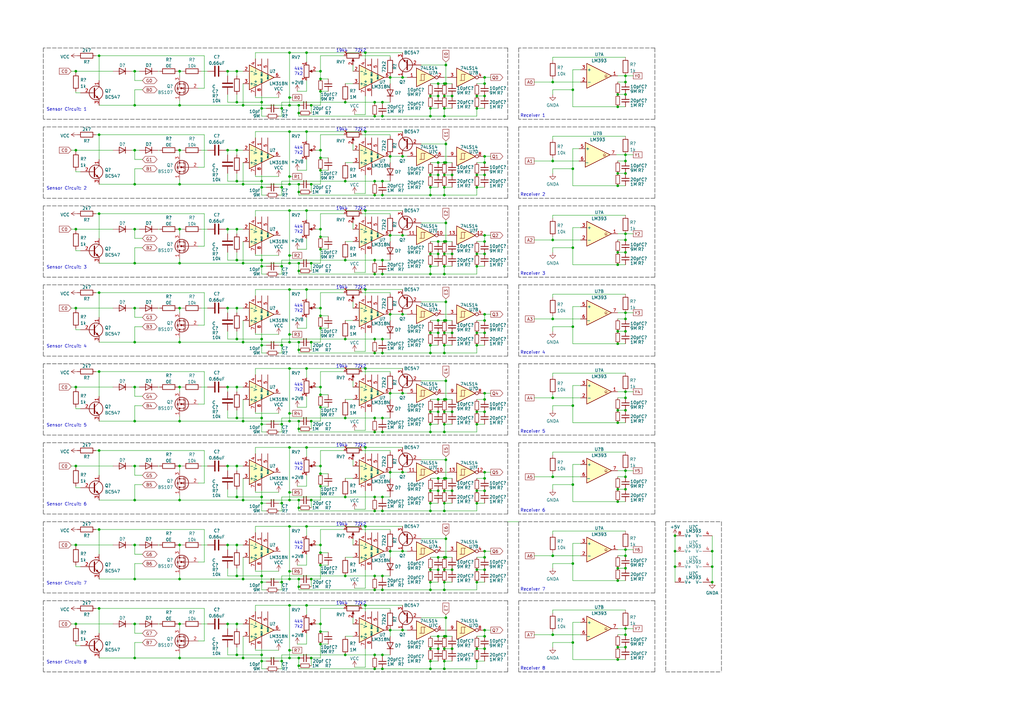
<source format=kicad_sch>
(kicad_sch (version 20211123) (generator eeschema)
  (paper "A3")
  (junction (at 118.745 266.7))
  (junction (at 131.445 97.155))
  (junction (at 185.42 168.91))
  (junction (at 198.755 128.905))
  (junction (at 185.42 71.755))
  (junction (at 118.745 86.36))
  (junction (at 176.53 109.22))
  (junction (at 256.54 225.425))
  (junction (at 198.755 163.83))
  (junction (at 125.73 183.515))
  (junction (at 97.155 29.21))
  (junction (at 198.755 226.06))
  (junction (at 182.245 228.6))
  (junction (at 182.245 109.22))
  (junction (at 276.86 226.06))
  (junction (at 176.53 136.525))
  (junction (at 125.73 53.975))
  (junction (at 176.53 209.55))
  (junction (at 97.155 236.22))
  (junction (at 256.54 98.425))
  (junction (at 107.315 74.295))
  (junction (at 195.58 109.22))
  (junction (at 185.42 266.065))
  (junction (at 253.365 168.275))
  (junction (at 55.245 191.135))
  (junction (at 195.58 168.91))
  (junction (at 99.695 75.565))
  (junction (at 99.695 107.95))
  (junction (at 195.58 233.68))
  (junction (at 97.155 191.135))
  (junction (at 131.445 199.39))
  (junction (at 176.53 141.605))
  (junction (at 256.54 163.195))
  (junction (at 118.745 248.285))
  (junction (at 55.245 61.595))
  (junction (at 118.745 237.49))
  (junction (at 253.365 140.97))
  (junction (at 182.245 131.445))
  (junction (at 55.245 126.365))
  (junction (at 107.315 268.605))
  (junction (at 131.445 264.16))
  (junction (at 256.54 103.505))
  (junction (at 131.445 161.925))
  (junction (at 55.245 43.18))
  (junction (at 31.115 223.52))
  (junction (at 195.58 136.525))
  (junction (at 234.95 263.525))
  (junction (at 292.1 238.76))
  (junction (at 185.42 233.68))
  (junction (at 107.315 139.065))
  (junction (at 176.53 177.165))
  (junction (at 131.445 32.385))
  (junction (at 165.1 226.06))
  (junction (at 179.705 201.295))
  (junction (at 73.66 223.52))
  (junction (at 149.86 21.59))
  (junction (at 156.845 41.91))
  (junction (at 55.245 107.95))
  (junction (at 182.245 266.065))
  (junction (at 234.95 198.755))
  (junction (at 31.115 255.905))
  (junction (at 141.605 106.68))
  (junction (at 256.54 31.115))
  (junction (at 93.345 158.75))
  (junction (at 97.155 74.295))
  (junction (at 253.365 43.815))
  (junction (at 256.54 193.04))
  (junction (at 127.635 269.875))
  (junction (at 195.58 76.835))
  (junction (at 55.245 269.875))
  (junction (at 182.245 241.935))
  (junction (at 182.245 44.45))
  (junction (at 55.245 172.72))
  (junction (at 107.315 203.835))
  (junction (at 131.445 223.52))
  (junction (at 182.88 99.06))
  (junction (at 292.1 226.06))
  (junction (at 182.88 228.6))
  (junction (at 182.245 99.06))
  (junction (at 182.245 238.76))
  (junction (at 176.53 39.37))
  (junction (at 165.1 64.135))
  (junction (at 115.57 109.22))
  (junction (at 256.54 168.275))
  (junction (at 179.705 131.445))
  (junction (at 73.66 172.72))
  (junction (at 131.445 64.77))
  (junction (at 149.86 215.9))
  (junction (at 107.315 238.76))
  (junction (at 115.57 44.45))
  (junction (at 176.53 44.45))
  (junction (at 93.345 255.905))
  (junction (at 176.53 71.755))
  (junction (at 198.755 64.135))
  (junction (at 118.745 201.93))
  (junction (at 122.555 107.95))
  (junction (at 182.88 59.055))
  (junction (at 118.745 215.9))
  (junction (at 182.245 136.525))
  (junction (at 107.315 271.145))
  (junction (at 198.755 233.68))
  (junction (at 198.755 99.06))
  (junction (at 179.705 260.985))
  (junction (at 165.1 128.905))
  (junction (at 182.88 188.595))
  (junction (at 153.67 177.165))
  (junction (at 127.635 43.18))
  (junction (at 131.445 61.595))
  (junction (at 141.605 171.45))
  (junction (at 55.245 223.52))
  (junction (at 226.695 227.965))
  (junction (at 160.02 96.52))
  (junction (at 122.555 143.51))
  (junction (at 165.1 161.29))
  (junction (at 176.53 80.01))
  (junction (at 118.745 205.105))
  (junction (at 73.66 191.135))
  (junction (at 118.745 21.59))
  (junction (at 182.245 80.01))
  (junction (at 131.445 126.365))
  (junction (at 160.02 193.675))
  (junction (at 176.53 241.935))
  (junction (at 118.745 137.16))
  (junction (at 93.345 126.365))
  (junction (at 118.745 140.335))
  (junction (at 125.73 21.59))
  (junction (at 198.755 228.6))
  (junction (at 176.53 201.295))
  (junction (at 122.555 237.49))
  (junction (at 93.345 223.52))
  (junction (at 40.64 55.245))
  (junction (at 125.73 151.13))
  (junction (at 195.58 201.295))
  (junction (at 118.745 104.775))
  (junction (at 198.755 201.295))
  (junction (at 107.315 173.99))
  (junction (at 156.845 203.835))
  (junction (at 131.445 69.85))
  (junction (at 118.745 75.565))
  (junction (at 195.58 238.76))
  (junction (at 131.445 167.005))
  (junction (at 182.88 196.215))
  (junction (at 131.445 158.75))
  (junction (at 195.58 44.45))
  (junction (at 73.66 126.365))
  (junction (at 195.58 39.37))
  (junction (at 253.365 265.43))
  (junction (at 182.245 66.675))
  (junction (at 149.86 86.36))
  (junction (at 55.245 75.565))
  (junction (at 182.245 76.835))
  (junction (at 253.365 76.2))
  (junction (at 253.365 71.12))
  (junction (at 99.695 237.49))
  (junction (at 31.115 29.21))
  (junction (at 122.555 46.355))
  (junction (at 107.315 44.45))
  (junction (at 182.245 39.37))
  (junction (at 97.155 61.595))
  (junction (at 40.64 152.4))
  (junction (at 115.57 271.145))
  (junction (at 122.555 240.665))
  (junction (at 253.365 108.585))
  (junction (at 153.67 268.605))
  (junction (at 125.73 215.9))
  (junction (at 153.67 80.01))
  (junction (at 156.845 209.55))
  (junction (at 179.705 233.68))
  (junction (at 182.245 271.145))
  (junction (at 176.53 76.835))
  (junction (at 153.67 171.45))
  (junction (at 99.695 269.875))
  (junction (at 226.695 163.195))
  (junction (at 182.245 112.395))
  (junction (at 153.67 106.68))
  (junction (at 179.705 99.06))
  (junction (at 93.345 191.135))
  (junction (at 156.845 236.22))
  (junction (at 122.555 75.565))
  (junction (at 179.705 39.37))
  (junction (at 160.02 258.445))
  (junction (at 179.705 104.14))
  (junction (at 40.64 120.015))
  (junction (at 198.755 131.445))
  (junction (at 93.345 61.595))
  (junction (at 226.695 260.35))
  (junction (at 176.53 238.76))
  (junction (at 73.66 237.49))
  (junction (at 31.115 158.75))
  (junction (at 131.445 231.775))
  (junction (at 253.365 205.74))
  (junction (at 195.58 206.375))
  (junction (at 195.58 71.755))
  (junction (at 256.54 63.5))
  (junction (at 156.845 139.065))
  (junction (at 131.445 134.62))
  (junction (at 182.88 163.83))
  (junction (at 182.88 220.98))
  (junction (at 226.695 66.04))
  (junction (at 165.1 96.52))
  (junction (at 127.635 172.72))
  (junction (at 97.155 268.605))
  (junction (at 149.86 151.13))
  (junction (at 256.54 128.27))
  (junction (at 226.695 195.58))
  (junction (at 107.315 109.22))
  (junction (at 131.445 191.135))
  (junction (at 165.1 258.445))
  (junction (at 118.745 169.545))
  (junction (at 182.245 209.55))
  (junction (at 31.115 93.98))
  (junction (at 131.445 226.695))
  (junction (at 182.88 26.67))
  (junction (at 73.66 269.875))
  (junction (at 182.245 173.99))
  (junction (at 55.245 205.105))
  (junction (at 256.54 33.655))
  (junction (at 73.66 43.18))
  (junction (at 141.605 139.065))
  (junction (at 99.695 205.105))
  (junction (at 226.695 33.655))
  (junction (at 179.705 66.675))
  (junction (at 153.67 41.91))
  (junction (at 55.245 140.335))
  (junction (at 198.755 39.37))
  (junction (at 73.66 29.21))
  (junction (at 256.54 200.66))
  (junction (at 122.555 43.18))
  (junction (at 256.54 95.885))
  (junction (at 179.705 168.91))
  (junction (at 122.555 175.895))
  (junction (at 256.54 260.35))
  (junction (at 153.67 209.55))
  (junction (at 182.245 144.78))
  (junction (at 40.64 249.555))
  (junction (at 253.365 103.505))
  (junction (at 256.54 160.655))
  (junction (at 156.845 112.395))
  (junction (at 99.695 172.72))
  (junction (at 198.755 260.985))
  (junction (at 176.53 233.68))
  (junction (at 176.53 112.395))
  (junction (at 198.755 168.91))
  (junction (at 97.155 171.45))
  (junction (at 118.745 107.95))
  (junction (at 118.745 183.515))
  (junction (at 198.755 193.675))
  (junction (at 156.845 144.78))
  (junction (at 182.245 168.91))
  (junction (at 182.245 260.985))
  (junction (at 179.705 196.215))
  (junction (at 182.245 104.14))
  (junction (at 55.245 237.49))
  (junction (at 234.95 231.14))
  (junction (at 234.95 36.83))
  (junction (at 234.95 69.215))
  (junction (at 141.605 41.91))
  (junction (at 195.58 173.99))
  (junction (at 31.115 126.365))
  (junction (at 185.42 39.37))
  (junction (at 107.315 76.835))
  (junction (at 156.845 47.625))
  (junction (at 160.02 31.75))
  (junction (at 253.365 270.51))
  (junction (at 182.245 196.215))
  (junction (at 93.345 93.98))
  (junction (at 156.845 106.68))
  (junction (at 198.755 136.525))
  (junction (at 122.555 208.28))
  (junction (at 182.245 201.295))
  (junction (at 131.445 129.54))
  (junction (at 182.245 47.625))
  (junction (at 153.67 241.935))
  (junction (at 156.845 171.45))
  (junction (at 256.54 265.43))
  (junction (at 127.635 107.95))
  (junction (at 73.66 75.565))
  (junction (at 182.245 71.755))
  (junction (at 131.445 102.235))
  (junction (at 182.245 233.68))
  (junction (at 156.845 274.32))
  (junction (at 198.755 71.755))
  (junction (at 55.245 29.21))
  (junction (at 125.73 86.36))
  (junction (at 198.755 104.14))
  (junction (at 179.705 163.83))
  (junction (at 153.67 139.065))
  (junction (at 73.66 140.335))
  (junction (at 182.245 141.605))
  (junction (at 179.705 34.29))
  (junction (at 156.845 74.295))
  (junction (at 253.365 38.735))
  (junction (at 125.73 118.745))
  (junction (at 160.02 226.06))
  (junction (at 179.705 266.065))
  (junction (at 253.365 238.125))
  (junction (at 253.365 135.89))
  (junction (at 141.605 203.835))
  (junction (at 185.42 104.14))
  (junction (at 160.02 161.29))
  (junction (at 160.02 64.135))
  (junction (at 226.695 98.425))
  (junction (at 97.155 139.065))
  (junction (at 122.555 269.875))
  (junction (at 198.755 161.29))
  (junction (at 153.67 274.32))
  (junction (at 153.67 144.78))
  (junction (at 118.745 53.975))
  (junction (at 256.54 38.735))
  (junction (at 256.54 135.89))
  (junction (at 122.555 273.05))
  (junction (at 107.315 41.91))
  (junction (at 198.755 96.52))
  (junction (at 182.88 253.365))
  (junction (at 122.555 111.125))
  (junction (at 198.755 258.445))
  (junction (at 234.95 133.985))
  (junction (at 182.88 131.445))
  (junction (at 198.755 196.215))
  (junction (at 118.745 40.005))
  (junction (at 118.745 72.39))
  (junction (at 153.67 74.295))
  (junction (at 73.66 255.905))
  (junction (at 107.315 236.22))
  (junction (at 176.53 47.625))
  (junction (at 176.53 266.065))
  (junction (at 93.345 29.21))
  (junction (at 156.845 80.01))
  (junction (at 182.88 34.29))
  (junction (at 195.58 104.14))
  (junction (at 176.53 168.91))
  (junction (at 125.73 248.285))
  (junction (at 276.86 219.71))
  (junction (at 176.53 206.375))
  (junction (at 127.635 237.49))
  (junction (at 256.54 227.965))
  (junction (at 198.755 34.29))
  (junction (at 182.88 91.44))
  (junction (at 253.365 200.66))
  (junction (at 149.86 53.975))
  (junction (at 97.155 255.905))
  (junction (at 107.315 141.605))
  (junction (at 195.58 141.605))
  (junction (at 115.57 238.76))
  (junction (at 55.245 158.75))
  (junction (at 73.66 205.105))
  (junction (at 131.445 93.98))
  (junction (at 198.755 31.75))
  (junction (at 195.58 271.145))
  (junction (at 253.365 233.045))
  (junction (at 40.64 217.17))
  (junction (at 165.1 193.675))
  (junction (at 276.86 232.41))
  (junction (at 115.57 141.605))
  (junction (at 256.54 195.58))
  (junction (at 118.745 269.875))
  (junction (at 234.95 101.6))
  (junction (at 176.53 104.14))
  (junction (at 256.54 233.045))
  (junction (at 99.695 140.335))
  (junction (at 179.705 71.755))
  (junction (at 40.64 87.63))
  (junction (at 40.64 22.86))
  (junction (at 118.745 234.315))
  (junction (at 73.66 107.95))
  (junction (at 182.245 177.165))
  (junction (at 97.155 203.835))
  (junction (at 160.02 128.905))
  (junction (at 182.245 206.375))
  (junction (at 73.66 158.75))
  (junction (at 165.1 31.75))
  (junction (at 256.54 130.81))
  (junction (at 182.88 66.675))
  (junction (at 55.245 255.905))
  (junction (at 182.245 34.29))
  (junction (at 176.53 274.32))
  (junction (at 107.315 206.375))
  (junction (at 131.445 194.31))
  (junction (at 185.42 136.525))
  (junction (at 153.67 112.395))
  (junction (at 185.42 201.295))
  (junction (at 256.54 71.12))
  (junction (at 292.1 232.41))
  (junction (at 176.53 271.145))
  (junction (at 40.64 184.785))
  (junction (at 149.86 183.515))
  (junction (at 182.88 156.21))
  (junction (at 176.53 144.78))
  (junction (at 118.745 118.745))
  (junction (at 97.155 223.52))
  (junction (at 127.635 75.565))
  (junction (at 118.745 172.72))
  (junction (at 73.66 61.595))
  (junction (at 115.57 173.99))
  (junction (at 156.845 177.165))
  (junction (at 179.705 136.525))
  (junction (at 153.67 47.625))
  (junction (at 256.54 66.04))
  (junction (at 97.155 41.91))
  (junction (at 198.755 66.675))
  (junction (at 176.53 173.99))
  (junction (at 182.245 163.83))
  (junction (at 107.315 171.45))
  (junction (at 97.155 126.365))
  (junction (at 97.155 106.68))
  (junction (at 182.245 274.32))
  (junction (at 122.555 140.335))
  (junction (at 226.695 130.81))
  (junction (at 122.555 78.74))
  (junction (at 127.635 140.335))
  (junction (at 131.445 259.08))
  (junction (at 99.695 43.18))
  (junction (at 182.88 123.825))
  (junction (at 118.745 43.18))
  (junction (at 31.115 191.135))
  (junction (at 234.95 166.37))
  (junction (at 141.605 268.605))
  (junction (at 153.67 236.22))
  (junction (at 198.755 266.065))
  (junction (at 253.365 173.355))
  (junction (at 55.245 93.98))
  (junction (at 149.86 248.285))
  (junction (at 131.445 29.21))
  (junction (at 97.155 93.98))
  (junction (at 122.555 172.72))
  (junction (at 195.58 266.065))
  (junction (at 179.705 228.6))
  (junction (at 141.605 74.295))
  (junction (at 182.88 260.985))
  (junction (at 131.445 255.905))
  (junction (at 97.155 158.75))
  (junction (at 31.115 61.595))
  (junction (at 115.57 76.835))
  (junction (at 122.555 205.105))
  (junction (at 256.54 257.81))
  (junction (at 156.845 268.605))
  (junction (at 141.605 236.22))
  (junction (at 118.745 151.13))
  (junction (at 107.315 106.68))
  (junction (at 127.635 205.105))
  (junction (at 149.86 118.745))
  (junction (at 115.57 206.375))
  (junction (at 131.445 37.465))
  (junction (at 153.67 203.835))
  (junction (at 156.845 241.935))
  (junction (at 73.66 93.98))
  (wire (pts (xy 104.775 169.545) (xy 114.3 169.545)))
  (wire (pts (xy 153.67 144.78) (xy 156.845 144.78)))
  (wire (pts (xy 82.55 191.135) (xy 85.09 191.135)))
  (wire (pts (xy 131.445 22.86) (xy 140.97 22.86)))
  (wire (pts (xy 115.57 241.935) (xy 115.57 238.76)))
  (wire (pts (xy 149.86 215.9) (xy 149.86 218.44)))
  (polyline (pts (xy 268.605 149.225) (xy 212.725 149.225)) (stroke (width 0) (color 0 0 0 1)))
  (wire (pts (xy 73.66 93.98) (xy 74.93 93.98)))
  (wire (pts (xy 176.53 241.935) (xy 182.245 241.935)))
  (polyline (pts (xy 208.28 246.38) (xy 17.78 246.38)) (stroke (width 0) (color 0 0 0 1)))
  (wire (pts (xy 73.66 191.135) (xy 74.93 191.135)))
  (wire (pts (xy 107.315 47.625) (xy 109.22 47.625)))
  (wire (pts (xy 160.02 128.905) (xy 165.1 128.905)))
  (wire (pts (xy 253.365 140.97) (xy 234.95 140.97)))
  (wire (pts (xy 115.57 144.78) (xy 115.57 141.605)))
  (wire (pts (xy 149.86 183.515) (xy 165.1 183.515)))
  (wire (pts (xy 118.745 72.39) (xy 118.745 75.565)))
  (wire (pts (xy 93.345 255.905) (xy 93.345 257.81)))
  (wire (pts (xy 149.86 86.36) (xy 165.1 86.36)))
  (wire (pts (xy 31.115 70.485) (xy 31.115 69.85)))
  (wire (pts (xy 131.445 134.62) (xy 134.62 134.62)))
  (wire (pts (xy 195.58 141.605) (xy 195.58 144.78)))
  (polyline (pts (xy 273.05 213.995) (xy 295.91 213.995)) (stroke (width 0) (color 0 0 0 1)))
  (wire (pts (xy 131.445 120.015) (xy 140.97 120.015)))
  (wire (pts (xy 83.82 165.735) (xy 83.82 152.4)))
  (polyline (pts (xy 208.28 181.61) (xy 208.28 210.82)) (stroke (width 0) (color 0 0 0 1)))
  (wire (pts (xy 131.445 97.155) (xy 134.62 97.155)))
  (wire (pts (xy 40.64 172.72) (xy 55.245 172.72)))
  (wire (pts (xy 234.95 166.37) (xy 226.695 166.37)))
  (wire (pts (xy 107.315 241.935) (xy 109.22 241.935)))
  (wire (pts (xy 127.635 107.95) (xy 131.445 107.95)))
  (polyline (pts (xy 268.605 213.995) (xy 212.725 213.995)) (stroke (width 0) (color 0 0 0 1)))
  (wire (pts (xy 234.95 238.125) (xy 234.95 231.14)))
  (polyline (pts (xy 212.725 149.225) (xy 212.725 178.435)) (stroke (width 0) (color 0 0 0 1)))
  (wire (pts (xy 131.445 93.98) (xy 131.445 87.63)))
  (wire (pts (xy 97.155 106.68) (xy 107.315 106.68)))
  (wire (pts (xy 149.86 151.13) (xy 165.1 151.13)))
  (wire (pts (xy 97.155 223.52) (xy 97.155 225.425)))
  (wire (pts (xy 226.695 153.035) (xy 256.54 153.035)))
  (wire (pts (xy 81.28 165.735) (xy 83.82 165.735)))
  (wire (pts (xy 29.21 29.21) (xy 31.115 29.21)))
  (wire (pts (xy 195.58 260.985) (xy 198.755 260.985)))
  (wire (pts (xy 149.86 215.9) (xy 165.1 215.9)))
  (wire (pts (xy 182.245 64.135) (xy 183.515 64.135)))
  (wire (pts (xy 115.57 177.165) (xy 115.57 173.99)))
  (wire (pts (xy 234.95 125.73) (xy 238.125 125.73)))
  (wire (pts (xy 73.66 31.115) (xy 73.66 29.21)))
  (wire (pts (xy 118.745 183.515) (xy 118.745 201.93)))
  (wire (pts (xy 122.555 208.28) (xy 122.555 209.55)))
  (wire (pts (xy 160.02 226.06) (xy 165.1 226.06)))
  (wire (pts (xy 93.345 203.835) (xy 97.155 203.835)))
  (wire (pts (xy 31.115 158.75) (xy 31.115 159.385)))
  (wire (pts (xy 141.605 163.83) (xy 144.78 163.83)))
  (wire (pts (xy 153.67 203.835) (xy 153.67 204.47)))
  (polyline (pts (xy 268.605 52.07) (xy 212.725 52.07)) (stroke (width 0) (color 0 0 0 1)))
  (wire (pts (xy 253.365 135.89) (xy 256.54 135.89)))
  (wire (pts (xy 40.64 152.4) (xy 83.82 152.4)))
  (wire (pts (xy 55.245 75.565) (xy 73.66 75.565)))
  (wire (pts (xy 125.73 53.975) (xy 149.86 53.975)))
  (wire (pts (xy 107.315 144.78) (xy 109.22 144.78)))
  (wire (pts (xy 182.245 206.375) (xy 182.245 209.55)))
  (wire (pts (xy 29.21 93.98) (xy 31.115 93.98)))
  (wire (pts (xy 114.3 80.01) (xy 115.57 80.01)))
  (wire (pts (xy 114.3 274.32) (xy 115.57 274.32)))
  (wire (pts (xy 141.605 34.29) (xy 144.78 34.29)))
  (wire (pts (xy 93.345 268.605) (xy 97.155 268.605)))
  (wire (pts (xy 104.775 201.295) (xy 104.775 201.93)))
  (wire (pts (xy 253.365 108.585) (xy 234.95 108.585)))
  (wire (pts (xy 127.635 143.51) (xy 127.635 140.335)))
  (polyline (pts (xy 268.605 19.685) (xy 212.725 19.685)) (stroke (width 0) (color 0 0 0 1)))
  (wire (pts (xy 122.555 274.32) (xy 153.67 274.32)))
  (wire (pts (xy 55.245 93.98) (xy 57.15 93.98)))
  (polyline (pts (xy 212.725 19.685) (xy 212.725 48.895)) (stroke (width 0) (color 0 0 0 1)))
  (polyline (pts (xy 212.725 246.38) (xy 212.725 275.59)) (stroke (width 0) (color 0 0 0 1)))
  (wire (pts (xy 29.21 61.595) (xy 31.115 61.595)))
  (wire (pts (xy 182.245 80.01) (xy 195.58 80.01)))
  (wire (pts (xy 39.37 120.015) (xy 40.64 120.015)))
  (wire (pts (xy 160.02 225.425) (xy 160.02 226.06)))
  (polyline (pts (xy 273.05 213.995) (xy 273.05 275.59)) (stroke (width 0) (color 0 0 0 1)))
  (wire (pts (xy 129.54 255.905) (xy 131.445 255.905)))
  (wire (pts (xy 55.245 205.105) (xy 73.66 205.105)))
  (wire (pts (xy 73.66 140.335) (xy 99.695 140.335)))
  (wire (pts (xy 118.745 266.7) (xy 118.745 269.875)))
  (polyline (pts (xy 208.28 149.225) (xy 17.78 149.225)) (stroke (width 0) (color 0 0 0 1)))
  (wire (pts (xy 195.58 34.29) (xy 198.755 34.29)))
  (wire (pts (xy 115.57 171.45) (xy 141.605 171.45)))
  (wire (pts (xy 153.67 236.22) (xy 156.845 236.22)))
  (wire (pts (xy 131.445 61.595) (xy 131.445 55.245)))
  (wire (pts (xy 107.315 44.45) (xy 109.22 44.45)))
  (wire (pts (xy 125.73 130.175) (xy 125.73 134.62)))
  (wire (pts (xy 81.28 68.58) (xy 83.82 68.58)))
  (wire (pts (xy 55.245 126.365) (xy 55.245 130.175)))
  (wire (pts (xy 219.075 98.425) (xy 226.695 98.425)))
  (wire (pts (xy 73.66 73.66) (xy 73.66 75.565)))
  (wire (pts (xy 33.02 70.485) (xy 31.115 70.485)))
  (wire (pts (xy 182.245 144.78) (xy 195.58 144.78)))
  (wire (pts (xy 55.245 75.565) (xy 55.245 69.215)))
  (wire (pts (xy 172.72 253.365) (xy 182.88 253.365)))
  (wire (pts (xy 253.365 238.125) (xy 256.54 238.125)))
  (wire (pts (xy 153.67 177.165) (xy 156.845 177.165)))
  (wire (pts (xy 176.53 168.91) (xy 179.705 168.91)))
  (wire (pts (xy 179.705 260.985) (xy 182.245 260.985)))
  (wire (pts (xy 40.64 43.18) (xy 55.245 43.18)))
  (wire (pts (xy 83.82 230.505) (xy 83.82 217.17)))
  (wire (pts (xy 53.975 158.75) (xy 55.245 158.75)))
  (wire (pts (xy 131.445 161.925) (xy 134.62 161.925)))
  (wire (pts (xy 160.02 22.86) (xy 160.02 23.495)))
  (wire (pts (xy 107.315 173.99) (xy 107.315 177.165)))
  (wire (pts (xy 160.02 161.29) (xy 165.1 161.29)))
  (wire (pts (xy 149.86 111.76) (xy 145.415 111.76)))
  (wire (pts (xy 172.72 123.825) (xy 182.88 123.825)))
  (wire (pts (xy 182.245 47.625) (xy 195.58 47.625)))
  (wire (pts (xy 118.745 137.16) (xy 120.015 137.16)))
  (wire (pts (xy 73.66 29.21) (xy 74.93 29.21)))
  (wire (pts (xy 234.95 43.815) (xy 234.95 36.83)))
  (wire (pts (xy 176.53 173.99) (xy 176.53 177.165)))
  (wire (pts (xy 115.57 106.68) (xy 141.605 106.68)))
  (wire (pts (xy 176.53 260.985) (xy 179.705 260.985)))
  (wire (pts (xy 97.155 223.52) (xy 99.695 223.52)))
  (wire (pts (xy 73.66 205.105) (xy 99.695 205.105)))
  (wire (pts (xy 104.775 218.44) (xy 104.775 215.9)))
  (wire (pts (xy 182.245 193.675) (xy 183.515 193.675)))
  (wire (pts (xy 73.66 223.52) (xy 74.93 223.52)))
  (wire (pts (xy 107.315 141.605) (xy 109.22 141.605)))
  (wire (pts (xy 31.115 255.905) (xy 31.115 256.54)))
  (wire (pts (xy 125.73 183.515) (xy 125.73 187.325)))
  (wire (pts (xy 160.02 55.245) (xy 160.02 55.88)))
  (wire (pts (xy 219.075 66.04) (xy 226.695 66.04)))
  (wire (pts (xy 99.695 260.985) (xy 99.695 269.875)))
  (wire (pts (xy 182.245 109.22) (xy 182.245 112.395)))
  (wire (pts (xy 226.695 66.04) (xy 237.49 66.04)))
  (wire (pts (xy 160.02 31.75) (xy 165.1 31.75)))
  (wire (pts (xy 114.3 173.99) (xy 115.57 173.99)))
  (wire (pts (xy 125.73 264.16) (xy 121.92 264.16)))
  (wire (pts (xy 234.95 60.96) (xy 237.49 60.96)))
  (wire (pts (xy 149.86 208.915) (xy 145.415 208.915)))
  (wire (pts (xy 118.745 75.565) (xy 122.555 75.565)))
  (wire (pts (xy 31.115 223.52) (xy 46.355 223.52)))
  (polyline (pts (xy 268.605 178.435) (xy 212.725 178.435)) (stroke (width 0) (color 0 0 0 1)))
  (wire (pts (xy 253.365 205.74) (xy 234.95 205.74)))
  (wire (pts (xy 93.345 158.75) (xy 93.345 160.655)))
  (wire (pts (xy 40.64 140.335) (xy 55.245 140.335)))
  (wire (pts (xy 73.025 29.21) (xy 73.66 29.21)))
  (wire (pts (xy 256.54 128.27) (xy 256.54 130.81)))
  (wire (pts (xy 201.295 96.52) (xy 198.755 96.52)))
  (wire (pts (xy 31.115 167.64) (xy 31.115 167.005)))
  (wire (pts (xy 118.745 234.315) (xy 120.015 234.315)))
  (wire (pts (xy 40.64 217.17) (xy 83.82 217.17)))
  (wire (pts (xy 176.53 201.295) (xy 179.705 201.295)))
  (wire (pts (xy 53.975 61.595) (xy 55.245 61.595)))
  (wire (pts (xy 107.315 104.14) (xy 107.315 106.68)))
  (polyline (pts (xy 268.605 149.225) (xy 268.605 178.435)) (stroke (width 0) (color 0 0 0 1)))
  (wire (pts (xy 149.86 118.745) (xy 165.1 118.745)))
  (wire (pts (xy 160.02 87.63) (xy 160.02 88.265)))
  (wire (pts (xy 114.3 144.78) (xy 115.57 144.78)))
  (wire (pts (xy 256.54 193.04) (xy 256.54 195.58)))
  (wire (pts (xy 81.28 100.965) (xy 83.82 100.965)))
  (wire (pts (xy 97.155 71.12) (xy 97.155 74.295)))
  (wire (pts (xy 118.745 21.59) (xy 125.73 21.59)))
  (wire (pts (xy 97.155 139.065) (xy 107.315 139.065)))
  (wire (pts (xy 127.635 75.565) (xy 131.445 75.565)))
  (wire (pts (xy 73.025 158.75) (xy 73.66 158.75)))
  (wire (pts (xy 127.635 140.335) (xy 131.445 140.335)))
  (wire (pts (xy 172.72 188.595) (xy 182.88 188.595)))
  (wire (pts (xy 195.58 109.22) (xy 198.755 109.22)))
  (wire (pts (xy 195.58 173.99) (xy 198.755 173.99)))
  (wire (pts (xy 182.88 66.675) (xy 185.42 66.675)))
  (wire (pts (xy 149.86 79.375) (xy 145.415 79.375)))
  (wire (pts (xy 176.53 99.06) (xy 179.705 99.06)))
  (polyline (pts (xy 268.605 210.82) (xy 212.725 210.82)) (stroke (width 0) (color 0 0 0 1)))
  (wire (pts (xy 107.315 206.375) (xy 109.22 206.375)))
  (wire (pts (xy 31.115 93.98) (xy 31.115 94.615)))
  (wire (pts (xy 125.73 151.13) (xy 149.86 151.13)))
  (wire (pts (xy 160.02 63.5) (xy 160.02 64.135)))
  (wire (pts (xy 226.695 89.535) (xy 226.695 88.265)))
  (wire (pts (xy 33.02 264.795) (xy 31.115 264.795)))
  (wire (pts (xy 83.82 68.58) (xy 83.82 55.245)))
  (wire (pts (xy 93.345 38.735) (xy 93.345 41.91)))
  (wire (pts (xy 118.745 234.315) (xy 118.745 237.49)))
  (wire (pts (xy 31.115 102.87) (xy 31.115 102.235)))
  (wire (pts (xy 182.88 91.44) (xy 182.88 99.06)))
  (wire (pts (xy 93.345 191.135) (xy 97.155 191.135)))
  (wire (pts (xy 149.86 21.59) (xy 149.86 24.13)))
  (wire (pts (xy 182.245 39.37) (xy 185.42 39.37)))
  (wire (pts (xy 118.745 151.13) (xy 118.745 169.545)))
  (wire (pts (xy 29.21 255.905) (xy 31.115 255.905)))
  (wire (pts (xy 141.605 260.985) (xy 144.78 260.985)))
  (wire (pts (xy 149.86 53.975) (xy 149.86 56.515)))
  (wire (pts (xy 195.58 104.14) (xy 198.755 104.14)))
  (wire (pts (xy 127.635 111.125) (xy 127.635 107.95)))
  (wire (pts (xy 97.155 200.66) (xy 97.155 203.835)))
  (wire (pts (xy 73.66 172.72) (xy 99.695 172.72)))
  (wire (pts (xy 153.67 80.01) (xy 156.845 80.01)))
  (wire (pts (xy 122.555 78.74) (xy 122.555 80.01)))
  (wire (pts (xy 226.695 64.77) (xy 226.695 66.04)))
  (wire (pts (xy 276.86 226.06) (xy 276.86 232.41)))
  (wire (pts (xy 234.95 158.115) (xy 238.125 158.115)))
  (wire (pts (xy 127.635 43.18) (xy 131.445 43.18)))
  (polyline (pts (xy 295.91 213.995) (xy 295.91 275.59)) (stroke (width 0) (color 0 0 0 1)))
  (wire (pts (xy 182.245 238.76) (xy 182.245 241.935)))
  (wire (pts (xy 55.245 198.755) (xy 58.42 198.755)))
  (wire (pts (xy 141.605 99.06) (xy 144.78 99.06)))
  (wire (pts (xy 253.365 227.965) (xy 256.54 227.965)))
  (wire (pts (xy 73.66 170.815) (xy 73.66 172.72)))
  (wire (pts (xy 40.64 249.555) (xy 83.82 249.555)))
  (wire (pts (xy 115.57 173.99) (xy 115.57 171.45)))
  (wire (pts (xy 125.73 167.005) (xy 121.92 167.005)))
  (wire (pts (xy 182.88 122.555) (xy 182.88 123.825)))
  (wire (pts (xy 73.025 191.135) (xy 73.66 191.135)))
  (wire (pts (xy 253.365 270.51) (xy 256.54 270.51)))
  (wire (pts (xy 39.37 152.4) (xy 40.64 152.4)))
  (wire (pts (xy 131.445 102.235) (xy 134.62 102.235)))
  (wire (pts (xy 253.365 173.355) (xy 256.54 173.355)))
  (wire (pts (xy 55.245 191.135) (xy 55.245 194.945)))
  (wire (pts (xy 55.245 133.985) (xy 58.42 133.985)))
  (wire (pts (xy 153.67 106.68) (xy 153.67 107.315)))
  (wire (pts (xy 55.245 101.6) (xy 58.42 101.6)))
  (wire (pts (xy 252.73 63.5) (xy 256.54 63.5)))
  (wire (pts (xy 118.745 183.515) (xy 125.73 183.515)))
  (wire (pts (xy 156.845 241.935) (xy 176.53 241.935)))
  (wire (pts (xy 160.02 257.81) (xy 160.02 258.445)))
  (polyline (pts (xy 212.725 181.61) (xy 212.725 210.82)) (stroke (width 0) (color 0 0 0 1)))
  (wire (pts (xy 226.695 194.31) (xy 226.695 195.58)))
  (wire (pts (xy 182.245 112.395) (xy 195.58 112.395)))
  (wire (pts (xy 182.245 128.905) (xy 183.515 128.905)))
  (wire (pts (xy 73.66 61.595) (xy 74.93 61.595)))
  (wire (pts (xy 97.155 126.365) (xy 97.155 128.27)))
  (wire (pts (xy 29.21 223.52) (xy 31.115 223.52)))
  (wire (pts (xy 153.67 74.295) (xy 156.845 74.295)))
  (wire (pts (xy 176.53 80.01) (xy 182.245 80.01)))
  (wire (pts (xy 114.3 141.605) (xy 115.57 141.605)))
  (polyline (pts (xy 268.605 246.38) (xy 212.725 246.38)) (stroke (width 0) (color 0 0 0 1)))
  (wire (pts (xy 118.745 104.775) (xy 118.745 107.95)))
  (wire (pts (xy 97.155 233.045) (xy 97.155 236.22)))
  (wire (pts (xy 165.1 193.675) (xy 167.005 193.675)))
  (wire (pts (xy 182.88 252.095) (xy 182.88 253.365)))
  (wire (pts (xy 253.365 257.81) (xy 256.54 257.81)))
  (wire (pts (xy 276.86 219.71) (xy 276.86 226.06)))
  (wire (pts (xy 125.73 86.36) (xy 149.86 86.36)))
  (wire (pts (xy 40.64 107.95) (xy 55.245 107.95)))
  (polyline (pts (xy 208.28 146.05) (xy 17.78 146.05)) (stroke (width 0) (color 0 0 0 1)))
  (wire (pts (xy 182.245 66.675) (xy 182.88 66.675)))
  (wire (pts (xy 253.365 200.66) (xy 256.54 200.66)))
  (wire (pts (xy 127.635 208.28) (xy 127.635 205.105)))
  (wire (pts (xy 93.345 168.275) (xy 93.345 171.45)))
  (wire (pts (xy 93.345 74.295) (xy 97.155 74.295)))
  (wire (pts (xy 141.605 236.22) (xy 153.67 236.22)))
  (wire (pts (xy 125.73 194.945) (xy 125.73 199.39)))
  (wire (pts (xy 182.245 258.445) (xy 183.515 258.445)))
  (wire (pts (xy 40.64 22.86) (xy 83.82 22.86)))
  (wire (pts (xy 118.745 237.49) (xy 122.555 237.49)))
  (wire (pts (xy 226.695 120.65) (xy 256.54 120.65)))
  (polyline (pts (xy 268.605 113.665) (xy 212.725 113.665)) (stroke (width 0) (color 0 0 0 1)))
  (wire (pts (xy 165.1 96.52) (xy 167.005 96.52)))
  (wire (pts (xy 141.605 106.68) (xy 153.67 106.68)))
  (polyline (pts (xy 268.605 146.05) (xy 212.725 146.05)) (stroke (width 0) (color 0 0 0 1)))
  (wire (pts (xy 53.975 93.98) (xy 55.245 93.98)))
  (wire (pts (xy 253.365 205.74) (xy 256.54 205.74)))
  (wire (pts (xy 104.775 40.005) (xy 114.3 40.005)))
  (wire (pts (xy 165.1 161.29) (xy 167.005 161.29)))
  (wire (pts (xy 149.86 273.685) (xy 145.415 273.685)))
  (wire (pts (xy 118.745 53.975) (xy 125.73 53.975)))
  (wire (pts (xy 160.02 31.75) (xy 160.02 34.29)))
  (wire (pts (xy 107.315 112.395) (xy 109.22 112.395)))
  (wire (pts (xy 141.605 41.91) (xy 153.67 41.91)))
  (wire (pts (xy 226.695 250.19) (xy 256.54 250.19)))
  (wire (pts (xy 40.64 249.555) (xy 40.64 259.715)))
  (wire (pts (xy 127.635 240.665) (xy 127.635 237.49)))
  (wire (pts (xy 107.315 238.76) (xy 107.315 241.935)))
  (wire (pts (xy 55.245 194.945) (xy 58.42 194.945)))
  (wire (pts (xy 107.315 109.22) (xy 109.22 109.22)))
  (wire (pts (xy 97.155 61.595) (xy 97.155 63.5)))
  (wire (pts (xy 195.58 196.215) (xy 198.755 196.215)))
  (wire (pts (xy 182.245 233.68) (xy 185.42 233.68)))
  (wire (pts (xy 201.295 64.135) (xy 198.755 64.135)))
  (wire (pts (xy 131.445 158.75) (xy 131.445 152.4)))
  (wire (pts (xy 176.53 104.14) (xy 179.705 104.14)))
  (wire (pts (xy 129.54 223.52) (xy 131.445 223.52)))
  (wire (pts (xy 125.73 215.9) (xy 149.86 215.9)))
  (wire (pts (xy 53.975 223.52) (xy 55.245 223.52)))
  (wire (pts (xy 234.95 93.345) (xy 238.125 93.345)))
  (wire (pts (xy 182.88 219.71) (xy 182.88 220.98)))
  (polyline (pts (xy 17.78 149.225) (xy 17.78 178.435)) (stroke (width 0) (color 0 0 0 1)))
  (wire (pts (xy 226.695 185.42) (xy 256.54 185.42)))
  (wire (pts (xy 156.845 74.295) (xy 160.02 74.295)))
  (wire (pts (xy 234.95 76.2) (xy 234.95 69.215)))
  (wire (pts (xy 195.58 163.83) (xy 198.755 163.83)))
  (wire (pts (xy 153.67 47.625) (xy 156.845 47.625)))
  (wire (pts (xy 131.445 264.16) (xy 134.62 264.16)))
  (wire (pts (xy 82.55 126.365) (xy 85.09 126.365)))
  (wire (pts (xy 234.95 101.6) (xy 226.695 101.6)))
  (wire (pts (xy 122.555 112.395) (xy 153.67 112.395)))
  (wire (pts (xy 149.86 136.525) (xy 149.86 144.145)))
  (wire (pts (xy 176.53 44.45) (xy 179.705 44.45)))
  (wire (pts (xy 226.695 163.195) (xy 238.125 163.195)))
  (wire (pts (xy 92.71 126.365) (xy 93.345 126.365)))
  (wire (pts (xy 234.95 231.14) (xy 226.695 231.14)))
  (wire (pts (xy 55.245 227.33) (xy 58.42 227.33)))
  (wire (pts (xy 125.73 86.36) (xy 125.73 90.17)))
  (wire (pts (xy 125.73 102.235) (xy 121.92 102.235)))
  (wire (pts (xy 182.245 136.525) (xy 185.42 136.525)))
  (wire (pts (xy 226.695 227.965) (xy 238.125 227.965)))
  (wire (pts (xy 182.245 226.06) (xy 183.515 226.06)))
  (wire (pts (xy 107.315 206.375) (xy 107.315 209.55)))
  (wire (pts (xy 118.745 172.72) (xy 122.555 172.72)))
  (wire (pts (xy 40.64 152.4) (xy 40.64 162.56)))
  (wire (pts (xy 176.53 266.065) (xy 179.705 266.065)))
  (wire (pts (xy 182.245 260.985) (xy 182.88 260.985)))
  (wire (pts (xy 104.775 136.525) (xy 104.775 137.16)))
  (wire (pts (xy 198.755 31.75) (xy 198.755 34.29)))
  (wire (pts (xy 118.745 40.005) (xy 118.745 43.18)))
  (wire (pts (xy 107.315 44.45) (xy 107.315 47.625)))
  (wire (pts (xy 92.71 29.21) (xy 93.345 29.21)))
  (wire (pts (xy 82.55 223.52) (xy 85.09 223.52)))
  (wire (pts (xy 125.73 69.85) (xy 121.92 69.85)))
  (wire (pts (xy 73.66 225.425) (xy 73.66 223.52)))
  (wire (pts (xy 176.53 238.76) (xy 179.705 238.76)))
  (wire (pts (xy 129.54 191.135) (xy 131.445 191.135)))
  (wire (pts (xy 107.315 233.68) (xy 107.315 236.22)))
  (wire (pts (xy 234.95 270.51) (xy 234.95 263.525)))
  (wire (pts (xy 93.345 139.065) (xy 97.155 139.065)))
  (wire (pts (xy 176.53 109.22) (xy 176.53 112.395)))
  (wire (pts (xy 176.53 34.29) (xy 179.705 34.29)))
  (wire (pts (xy 198.755 193.675) (xy 198.755 196.215)))
  (wire (pts (xy 118.745 169.545) (xy 118.745 172.72)))
  (wire (pts (xy 198.755 161.29) (xy 198.755 163.83)))
  (wire (pts (xy 160.02 152.4) (xy 160.02 153.035)))
  (wire (pts (xy 141.605 228.6) (xy 144.78 228.6)))
  (wire (pts (xy 104.775 183.515) (xy 118.745 183.515)))
  (wire (pts (xy 55.245 237.49) (xy 55.245 231.14)))
  (wire (pts (xy 149.86 233.68) (xy 149.86 241.3)))
  (wire (pts (xy 226.695 161.925) (xy 226.695 163.195)))
  (wire (pts (xy 104.775 24.13) (xy 104.775 21.59)))
  (wire (pts (xy 234.95 133.985) (xy 226.695 133.985)))
  (wire (pts (xy 127.635 269.875) (xy 131.445 269.875)))
  (wire (pts (xy 73.025 126.365) (xy 73.66 126.365)))
  (wire (pts (xy 93.345 233.045) (xy 93.345 236.22)))
  (wire (pts (xy 149.86 39.37) (xy 149.86 46.99)))
  (wire (pts (xy 40.64 55.245) (xy 40.64 65.405)))
  (polyline (pts (xy 17.78 213.995) (xy 17.78 243.205)) (stroke (width 0) (color 0 0 0 1)))
  (wire (pts (xy 182.88 187.325) (xy 182.88 188.595)))
  (wire (pts (xy 226.695 88.265) (xy 256.54 88.265)))
  (wire (pts (xy 104.775 201.93) (xy 114.3 201.93)))
  (polyline (pts (xy 208.28 275.59) (xy 17.78 275.59)) (stroke (width 0) (color 0 0 0 1)))
  (wire (pts (xy 165.1 226.06) (xy 167.005 226.06)))
  (wire (pts (xy 127.635 46.355) (xy 127.635 43.18)))
  (wire (pts (xy 226.695 97.155) (xy 226.695 98.425)))
  (wire (pts (xy 198.755 96.52) (xy 198.755 99.06)))
  (wire (pts (xy 55.245 107.95) (xy 55.245 101.6)))
  (wire (pts (xy 122.555 46.355) (xy 122.555 47.625)))
  (wire (pts (xy 131.445 152.4) (xy 140.97 152.4)))
  (wire (pts (xy 149.86 241.3) (xy 145.415 241.3)))
  (wire (pts (xy 81.28 36.195) (xy 83.82 36.195)))
  (wire (pts (xy 125.73 118.745) (xy 125.73 122.555)))
  (wire (pts (xy 201.295 31.75) (xy 198.755 31.75)))
  (wire (pts (xy 125.73 65.405) (xy 125.73 69.85)))
  (wire (pts (xy 55.245 140.335) (xy 55.245 133.985)))
  (wire (pts (xy 234.95 140.97) (xy 234.95 133.985)))
  (wire (pts (xy 131.445 217.17) (xy 140.97 217.17)))
  (wire (pts (xy 179.705 99.06) (xy 182.245 99.06)))
  (wire (pts (xy 234.95 198.755) (xy 234.95 190.5)))
  (wire (pts (xy 73.025 223.52) (xy 73.66 223.52)))
  (wire (pts (xy 182.245 173.99) (xy 185.42 173.99)))
  (wire (pts (xy 182.245 173.99) (xy 182.245 177.165)))
  (wire (pts (xy 97.155 41.91) (xy 107.315 41.91)))
  (wire (pts (xy 131.445 255.905) (xy 131.445 249.555)))
  (wire (pts (xy 144.78 220.98) (xy 144.78 223.52)))
  (wire (pts (xy 195.58 201.295) (xy 198.755 201.295)))
  (wire (pts (xy 131.445 129.54) (xy 134.62 129.54)))
  (wire (pts (xy 156.845 236.22) (xy 160.02 236.22)))
  (wire (pts (xy 195.58 271.145) (xy 195.58 274.32)))
  (wire (pts (xy 156.845 144.78) (xy 176.53 144.78)))
  (wire (pts (xy 127.635 78.74) (xy 127.635 75.565)))
  (wire (pts (xy 93.345 29.21) (xy 97.155 29.21)))
  (wire (pts (xy 83.82 36.195) (xy 83.82 22.86)))
  (wire (pts (xy 104.775 266.7) (xy 114.3 266.7)))
  (wire (pts (xy 93.345 223.52) (xy 97.155 223.52)))
  (wire (pts (xy 131.445 61.595) (xy 131.445 64.77)))
  (wire (pts (xy 115.57 80.01) (xy 115.57 76.835)))
  (wire (pts (xy 195.58 206.375) (xy 198.755 206.375)))
  (wire (pts (xy 118.745 266.7) (xy 120.015 266.7)))
  (wire (pts (xy 99.695 66.675) (xy 99.695 75.565)))
  (wire (pts (xy 115.57 274.32) (xy 115.57 271.145)))
  (wire (pts (xy 149.86 201.295) (xy 149.86 208.915)))
  (wire (pts (xy 107.315 39.37) (xy 107.315 41.91)))
  (wire (pts (xy 55.245 29.21) (xy 57.15 29.21)))
  (wire (pts (xy 160.02 193.04) (xy 160.02 193.675)))
  (wire (pts (xy 115.57 44.45) (xy 115.57 41.91)))
  (wire (pts (xy 129.54 93.98) (xy 131.445 93.98)))
  (wire (pts (xy 73.66 95.885) (xy 73.66 93.98)))
  (wire (pts (xy 114.3 238.76) (xy 115.57 238.76)))
  (wire (pts (xy 118.745 269.875) (xy 122.555 269.875)))
  (wire (pts (xy 93.345 41.91) (xy 97.155 41.91)))
  (wire (pts (xy 118.745 201.93) (xy 118.745 205.105)))
  (wire (pts (xy 31.115 135.255) (xy 31.115 134.62)))
  (wire (pts (xy 182.245 31.75) (xy 183.515 31.75)))
  (wire (pts (xy 97.155 255.905) (xy 99.695 255.905)))
  (wire (pts (xy 149.86 183.515) (xy 149.86 186.055)))
  (wire (pts (xy 107.315 271.145) (xy 107.315 274.32)))
  (wire (pts (xy 122.555 209.55) (xy 153.67 209.55)))
  (wire (pts (xy 226.695 195.58) (xy 238.125 195.58)))
  (wire (pts (xy 144.78 91.44) (xy 144.78 93.98)))
  (wire (pts (xy 226.695 69.215) (xy 226.695 71.12)))
  (polyline (pts (xy 268.605 275.59) (xy 212.725 275.59)) (stroke (width 0) (color 0 0 0 1)))
  (wire (pts (xy 148.59 55.245) (xy 160.02 55.245)))
  (wire (pts (xy 73.025 61.595) (xy 73.66 61.595)))
  (wire (pts (xy 104.775 118.745) (xy 118.745 118.745)))
  (wire (pts (xy 176.53 173.99) (xy 179.705 173.99)))
  (wire (pts (xy 82.55 158.75) (xy 85.09 158.75)))
  (wire (pts (xy 148.59 120.015) (xy 160.02 120.015)))
  (wire (pts (xy 253.365 31.115) (xy 256.54 31.115)))
  (wire (pts (xy 73.66 158.75) (xy 74.93 158.75)))
  (wire (pts (xy 253.365 173.355) (xy 234.95 173.355)))
  (wire (pts (xy 31.115 191.135) (xy 31.115 191.77)))
  (wire (pts (xy 176.53 238.76) (xy 176.53 241.935)))
  (wire (pts (xy 55.245 107.95) (xy 73.66 107.95)))
  (wire (pts (xy 182.245 44.45) (xy 185.42 44.45)))
  (wire (pts (xy 122.555 241.935) (xy 153.67 241.935)))
  (wire (pts (xy 118.745 21.59) (xy 118.745 40.005)))
  (wire (pts (xy 97.155 61.595) (xy 99.695 61.595)))
  (wire (pts (xy 198.755 258.445) (xy 198.755 260.985)))
  (wire (pts (xy 118.745 53.975) (xy 118.745 72.39)))
  (wire (pts (xy 97.155 168.275) (xy 97.155 171.45)))
  (wire (pts (xy 148.59 217.17) (xy 160.02 217.17)))
  (wire (pts (xy 55.245 61.595) (xy 57.15 61.595)))
  (polyline (pts (xy 268.605 19.685) (xy 268.605 48.895)) (stroke (width 0) (color 0 0 0 1)))
  (polyline (pts (xy 17.78 84.455) (xy 17.78 113.665)) (stroke (width 0) (color 0 0 0 1)))
  (wire (pts (xy 153.67 268.605) (xy 153.67 269.24)))
  (wire (pts (xy 179.705 196.215) (xy 182.245 196.215)))
  (wire (pts (xy 219.075 260.35) (xy 226.695 260.35)))
  (wire (pts (xy 97.155 29.21) (xy 99.695 29.21)))
  (wire (pts (xy 226.695 24.765) (xy 226.695 23.495)))
  (wire (pts (xy 156.845 106.68) (xy 156.845 107.315)))
  (wire (pts (xy 176.53 66.675) (xy 179.705 66.675)))
  (wire (pts (xy 83.82 198.12) (xy 83.82 184.785)))
  (polyline (pts (xy 212.725 213.995) (xy 212.725 243.205)) (stroke (width 0) (color 0 0 0 1)))
  (wire (pts (xy 39.37 87.63) (xy 40.64 87.63)))
  (wire (pts (xy 118.745 86.36) (xy 118.745 104.775)))
  (wire (pts (xy 176.53 274.32) (xy 182.245 274.32)))
  (wire (pts (xy 107.315 177.165) (xy 109.22 177.165)))
  (wire (pts (xy 149.86 71.755) (xy 149.86 79.375)))
  (polyline (pts (xy 208.28 48.895) (xy 17.78 48.895)) (stroke (width 0) (color 0 0 0 1)))
  (wire (pts (xy 73.66 41.275) (xy 73.66 43.18)))
  (wire (pts (xy 31.115 191.135) (xy 46.355 191.135)))
  (wire (pts (xy 122.555 175.895) (xy 122.555 177.165)))
  (wire (pts (xy 55.245 223.52) (xy 57.15 223.52)))
  (wire (pts (xy 40.64 184.785) (xy 40.64 194.945)))
  (wire (pts (xy 234.95 205.74) (xy 234.95 198.755)))
  (wire (pts (xy 182.88 156.21) (xy 182.88 163.83)))
  (wire (pts (xy 253.365 76.2) (xy 256.54 76.2)))
  (wire (pts (xy 53.975 29.21) (xy 55.245 29.21)))
  (polyline (pts (xy 17.78 19.685) (xy 17.78 48.895)) (stroke (width 0) (color 0 0 0 1)))
  (wire (pts (xy 182.88 131.445) (xy 185.42 131.445)))
  (polyline (pts (xy 212.725 84.455) (xy 212.725 113.665)) (stroke (width 0) (color 0 0 0 1)))
  (wire (pts (xy 107.315 173.99) (xy 109.22 173.99)))
  (wire (pts (xy 226.695 263.525) (xy 226.695 265.43)))
  (wire (pts (xy 149.86 86.36) (xy 149.86 88.9)))
  (wire (pts (xy 182.245 271.145) (xy 185.42 271.145)))
  (wire (pts (xy 176.53 141.605) (xy 179.705 141.605)))
  (wire (pts (xy 107.315 236.22) (xy 107.315 238.76)))
  (wire (pts (xy 64.77 29.21) (xy 65.405 29.21)))
  (wire (pts (xy 149.86 53.975) (xy 165.1 53.975)))
  (wire (pts (xy 131.445 69.85) (xy 131.445 75.565)))
  (wire (pts (xy 179.705 228.6) (xy 182.245 228.6)))
  (wire (pts (xy 153.67 41.91) (xy 153.67 42.545)))
  (wire (pts (xy 176.53 196.215) (xy 179.705 196.215)))
  (wire (pts (xy 55.245 158.75) (xy 55.245 162.56)))
  (wire (pts (xy 73.66 235.585) (xy 73.66 237.49)))
  (wire (pts (xy 33.02 232.41) (xy 31.115 232.41)))
  (wire (pts (xy 234.95 263.525) (xy 234.95 255.27)))
  (wire (pts (xy 122.555 177.165) (xy 153.67 177.165)))
  (wire (pts (xy 29.21 158.75) (xy 31.115 158.75)))
  (wire (pts (xy 176.53 144.78) (xy 182.245 144.78)))
  (wire (pts (xy 182.245 71.755) (xy 185.42 71.755)))
  (polyline (pts (xy 212.725 52.07) (xy 212.725 81.28)) (stroke (width 0) (color 0 0 0 1)))
  (wire (pts (xy 64.77 223.52) (xy 65.405 223.52)))
  (polyline (pts (xy 268.605 181.61) (xy 268.605 210.82)) (stroke (width 0) (color 0 0 0 1)))
  (wire (pts (xy 195.58 141.605) (xy 198.755 141.605)))
  (wire (pts (xy 256.54 257.81) (xy 256.54 260.35)))
  (wire (pts (xy 176.53 47.625) (xy 182.245 47.625)))
  (wire (pts (xy 234.95 69.215) (xy 234.95 60.96)))
  (wire (pts (xy 179.705 131.445) (xy 182.245 131.445)))
  (wire (pts (xy 172.72 91.44) (xy 182.88 91.44)))
  (wire (pts (xy 195.58 168.91) (xy 198.755 168.91)))
  (wire (pts (xy 149.86 248.285) (xy 165.1 248.285)))
  (wire (pts (xy 107.315 71.755) (xy 107.315 74.295)))
  (wire (pts (xy 226.695 130.81) (xy 238.125 130.81)))
  (wire (pts (xy 55.245 140.335) (xy 73.66 140.335)))
  (wire (pts (xy 195.58 39.37) (xy 198.755 39.37)))
  (wire (pts (xy 253.365 98.425) (xy 256.54 98.425)))
  (wire (pts (xy 107.315 141.605) (xy 107.315 144.78)))
  (wire (pts (xy 149.86 266.065) (xy 149.86 273.685)))
  (wire (pts (xy 31.115 158.75) (xy 46.355 158.75)))
  (wire (pts (xy 129.54 61.595) (xy 131.445 61.595)))
  (wire (pts (xy 118.745 72.39) (xy 120.015 72.39)))
  (wire (pts (xy 131.445 134.62) (xy 131.445 140.335)))
  (wire (pts (xy 125.73 37.465) (xy 121.92 37.465)))
  (wire (pts (xy 226.695 55.88) (xy 256.54 55.88)))
  (wire (pts (xy 107.315 171.45) (xy 107.315 173.99)))
  (wire (pts (xy 93.345 106.68) (xy 97.155 106.68)))
  (wire (pts (xy 182.245 141.605) (xy 182.245 144.78)))
  (wire (pts (xy 226.695 186.69) (xy 226.695 185.42)))
  (wire (pts (xy 73.66 138.43) (xy 73.66 140.335)))
  (wire (pts (xy 253.365 38.735) (xy 256.54 38.735)))
  (wire (pts (xy 125.73 162.56) (xy 125.73 167.005)))
  (wire (pts (xy 55.245 97.79) (xy 58.42 97.79)))
  (wire (pts (xy 131.445 55.245) (xy 140.97 55.245)))
  (wire (pts (xy 160.02 95.885) (xy 160.02 96.52)))
  (polyline (pts (xy 17.78 52.07) (xy 17.78 81.28)) (stroke (width 0) (color 0 0 0 1)))
  (wire (pts (xy 114.3 112.395) (xy 115.57 112.395)))
  (polyline (pts (xy 268.605 243.205) (xy 212.725 243.205)) (stroke (width 0) (color 0 0 0 1)))
  (wire (pts (xy 156.845 139.065) (xy 156.845 139.7)))
  (wire (pts (xy 125.73 231.775) (xy 121.92 231.775)))
  (wire (pts (xy 182.245 76.835) (xy 182.245 80.01)))
  (wire (pts (xy 182.245 228.6) (xy 182.88 228.6)))
  (wire (pts (xy 104.775 266.065) (xy 104.775 266.7)))
  (wire (pts (xy 182.88 90.17) (xy 182.88 91.44)))
  (wire (pts (xy 141.605 66.675) (xy 144.78 66.675)))
  (wire (pts (xy 253.365 195.58) (xy 256.54 195.58)))
  (wire (pts (xy 131.445 184.785) (xy 140.97 184.785)))
  (wire (pts (xy 33.02 135.255) (xy 31.115 135.255)))
  (wire (pts (xy 276.86 232.41) (xy 276.86 238.76)))
  (wire (pts (xy 104.775 250.825) (xy 104.775 248.285)))
  (polyline (pts (xy 17.78 116.84) (xy 17.78 146.05)) (stroke (width 0) (color 0 0 0 1)))
  (wire (pts (xy 156.845 268.605) (xy 156.845 269.24)))
  (wire (pts (xy 226.695 166.37) (xy 226.695 168.275)))
  (wire (pts (xy 99.695 34.29) (xy 99.695 43.18)))
  (wire (pts (xy 115.57 141.605) (xy 115.57 139.065)))
  (wire (pts (xy 115.57 139.065) (xy 141.605 139.065)))
  (wire (pts (xy 104.775 233.68) (xy 104.775 234.315)))
  (wire (pts (xy 172.72 26.67) (xy 182.88 26.67)))
  (wire (pts (xy 226.695 98.425) (xy 238.125 98.425)))
  (wire (pts (xy 118.745 201.93) (xy 120.015 201.93)))
  (wire (pts (xy 179.705 34.29) (xy 182.245 34.29)))
  (wire (pts (xy 253.365 66.04) (xy 256.54 66.04)))
  (wire (pts (xy 253.365 233.045) (xy 256.54 233.045)))
  (wire (pts (xy 226.695 129.54) (xy 226.695 130.81)))
  (wire (pts (xy 141.605 203.835) (xy 153.67 203.835)))
  (wire (pts (xy 156.845 236.22) (xy 156.845 236.855)))
  (wire (pts (xy 104.775 104.14) (xy 104.775 104.775)))
  (wire (pts (xy 153.67 268.605) (xy 156.845 268.605)))
  (polyline (pts (xy 208.28 149.225) (xy 208.28 178.435)) (stroke (width 0) (color 0 0 0 1)))
  (wire (pts (xy 160.02 258.445) (xy 165.1 258.445)))
  (wire (pts (xy 107.315 106.68) (xy 107.315 109.22)))
  (wire (pts (xy 83.82 133.35) (xy 83.82 120.015)))
  (wire (pts (xy 127.635 237.49) (xy 131.445 237.49)))
  (wire (pts (xy 31.115 61.595) (xy 46.355 61.595)))
  (wire (pts (xy 118.745 118.745) (xy 125.73 118.745)))
  (wire (pts (xy 107.315 266.065) (xy 107.315 268.605)))
  (wire (pts (xy 92.71 255.905) (xy 93.345 255.905)))
  (wire (pts (xy 226.695 251.46) (xy 226.695 250.19)))
  (wire (pts (xy 55.245 259.715) (xy 58.42 259.715)))
  (wire (pts (xy 131.445 231.775) (xy 131.445 237.49)))
  (wire (pts (xy 82.55 255.905) (xy 85.09 255.905)))
  (wire (pts (xy 144.78 156.21) (xy 144.78 158.75)))
  (wire (pts (xy 176.53 228.6) (xy 179.705 228.6)))
  (wire (pts (xy 104.775 168.91) (xy 104.775 169.545)))
  (wire (pts (xy 73.66 126.365) (xy 74.93 126.365)))
  (wire (pts (xy 118.745 140.335) (xy 122.555 140.335)))
  (wire (pts (xy 73.66 63.5) (xy 73.66 61.595)))
  (wire (pts (xy 256.54 63.5) (xy 256.54 66.04)))
  (wire (pts (xy 160.02 160.655) (xy 160.02 161.29)))
  (wire (pts (xy 115.57 76.835) (xy 115.57 74.295)))
  (wire (pts (xy 40.64 22.86) (xy 40.64 33.02)))
  (wire (pts (xy 125.73 134.62) (xy 121.92 134.62)))
  (wire (pts (xy 253.365 168.275) (xy 256.54 168.275)))
  (wire (pts (xy 253.365 43.815) (xy 234.95 43.815)))
  (wire (pts (xy 234.95 36.83) (xy 234.95 28.575)))
  (wire (pts (xy 125.73 227.33) (xy 125.73 231.775)))
  (wire (pts (xy 148.59 152.4) (xy 160.02 152.4)))
  (wire (pts (xy 99.695 228.6) (xy 99.695 237.49)))
  (wire (pts (xy 153.67 274.32) (xy 156.845 274.32)))
  (wire (pts (xy 172.72 59.055) (xy 182.88 59.055)))
  (wire (pts (xy 253.365 238.125) (xy 234.95 238.125)))
  (wire (pts (xy 253.365 160.655) (xy 256.54 160.655)))
  (wire (pts (xy 153.67 41.91) (xy 156.845 41.91)))
  (wire (pts (xy 131.445 93.98) (xy 131.445 97.155)))
  (wire (pts (xy 39.37 55.245) (xy 40.64 55.245)))
  (wire (pts (xy 182.88 253.365) (xy 182.88 260.985)))
  (wire (pts (xy 131.445 199.39) (xy 134.62 199.39)))
  (wire (pts (xy 253.365 43.815) (xy 256.54 43.815)))
  (wire (pts (xy 176.53 163.83) (xy 179.705 163.83)))
  (wire (pts (xy 219.075 33.655) (xy 226.695 33.655)))
  (wire (pts (xy 195.58 238.76) (xy 198.755 238.76)))
  (wire (pts (xy 176.53 206.375) (xy 176.53 209.55)))
  (wire (pts (xy 195.58 173.99) (xy 195.58 177.165)))
  (wire (pts (xy 182.245 241.935) (xy 195.58 241.935)))
  (wire (pts (xy 55.245 191.135) (xy 57.15 191.135)))
  (wire (pts (xy 73.66 107.95) (xy 99.695 107.95)))
  (wire (pts (xy 73.66 193.04) (xy 73.66 191.135)))
  (wire (pts (xy 104.775 153.67) (xy 104.775 151.13)))
  (wire (pts (xy 256.54 31.115) (xy 256.54 33.655)))
  (wire (pts (xy 97.155 265.43) (xy 97.155 268.605)))
  (wire (pts (xy 115.57 41.91) (xy 141.605 41.91)))
  (wire (pts (xy 104.775 234.315) (xy 114.3 234.315)))
  (wire (pts (xy 127.635 175.895) (xy 127.635 172.72)))
  (wire (pts (xy 115.57 112.395) (xy 115.57 109.22)))
  (wire (pts (xy 153.67 241.935) (xy 156.845 241.935)))
  (wire (pts (xy 195.58 238.76) (xy 195.58 241.935)))
  (polyline (pts (xy 17.78 246.38) (xy 17.78 275.59)) (stroke (width 0) (color 0 0 0 1)))
  (wire (pts (xy 234.95 36.83) (xy 226.695 36.83)))
  (wire (pts (xy 253.365 260.35) (xy 256.54 260.35)))
  (wire (pts (xy 256.54 95.885) (xy 259.715 95.885)))
  (wire (pts (xy 226.695 231.14) (xy 226.695 233.045)))
  (wire (pts (xy 182.245 109.22) (xy 185.42 109.22)))
  (polyline (pts (xy 208.28 19.685) (xy 17.78 19.685)) (stroke (width 0) (color 0 0 0 1)))
  (wire (pts (xy 99.695 237.49) (xy 118.745 237.49)))
  (wire (pts (xy 182.88 196.215) (xy 185.42 196.215)))
  (wire (pts (xy 182.245 76.835) (xy 185.42 76.835)))
  (wire (pts (xy 92.71 61.595) (xy 93.345 61.595)))
  (wire (pts (xy 144.78 188.595) (xy 144.78 191.135)))
  (wire (pts (xy 201.295 193.675) (xy 198.755 193.675)))
  (wire (pts (xy 107.315 80.01) (xy 109.22 80.01)))
  (wire (pts (xy 107.315 109.22) (xy 107.315 112.395)))
  (wire (pts (xy 131.445 69.85) (xy 134.62 69.85)))
  (wire (pts (xy 148.59 184.785) (xy 160.02 184.785)))
  (wire (pts (xy 125.73 97.79) (xy 125.73 102.235)))
  (wire (pts (xy 160.02 226.06) (xy 160.02 228.6)))
  (wire (pts (xy 195.58 228.6) (xy 198.755 228.6)))
  (wire (pts (xy 165.1 64.135) (xy 167.005 64.135)))
  (wire (pts (xy 253.365 265.43) (xy 256.54 265.43)))
  (wire (pts (xy 144.78 253.365) (xy 144.78 255.905)))
  (wire (pts (xy 125.73 215.9) (xy 125.73 219.71)))
  (wire (pts (xy 153.67 106.68) (xy 156.845 106.68)))
  (wire (pts (xy 64.77 191.135) (xy 65.405 191.135)))
  (wire (pts (xy 182.245 96.52) (xy 183.515 96.52)))
  (wire (pts (xy 114.3 47.625) (xy 115.57 47.625)))
  (wire (pts (xy 234.95 190.5) (xy 238.125 190.5)))
  (wire (pts (xy 122.555 144.78) (xy 153.67 144.78)))
  (wire (pts (xy 55.245 29.21) (xy 55.245 33.02)))
  (wire (pts (xy 226.695 219.075) (xy 226.695 217.805)))
  (wire (pts (xy 131.445 223.52) (xy 131.445 226.695)))
  (wire (pts (xy 53.975 255.905) (xy 55.245 255.905)))
  (wire (pts (xy 104.775 186.055) (xy 104.775 183.515)))
  (wire (pts (xy 182.88 163.83) (xy 185.42 163.83)))
  (wire (pts (xy 114.3 206.375) (xy 115.57 206.375)))
  (wire (pts (xy 83.82 100.965) (xy 83.82 87.63)))
  (wire (pts (xy 73.66 75.565) (xy 99.695 75.565)))
  (wire (pts (xy 125.73 33.02) (xy 125.73 37.465)))
  (wire (pts (xy 40.64 269.875) (xy 55.245 269.875)))
  (wire (pts (xy 176.53 76.835) (xy 179.705 76.835)))
  (wire (pts (xy 195.58 271.145) (xy 198.755 271.145)))
  (wire (pts (xy 53.975 191.135) (xy 55.245 191.135)))
  (wire (pts (xy 92.71 191.135) (xy 93.345 191.135)))
  (wire (pts (xy 176.53 39.37) (xy 179.705 39.37)))
  (wire (pts (xy 55.245 65.405) (xy 58.42 65.405)))
  (wire (pts (xy 64.77 255.905) (xy 65.405 255.905)))
  (wire (pts (xy 73.66 203.2) (xy 73.66 205.105)))
  (wire (pts (xy 107.315 238.76) (xy 109.22 238.76)))
  (wire (pts (xy 198.755 64.135) (xy 198.755 66.675)))
  (wire (pts (xy 149.86 104.14) (xy 149.86 111.76)))
  (wire (pts (xy 182.88 99.06) (xy 185.42 99.06)))
  (wire (pts (xy 93.345 158.75) (xy 97.155 158.75)))
  (wire (pts (xy 107.315 139.065) (xy 107.315 141.605)))
  (wire (pts (xy 97.155 236.22) (xy 107.315 236.22)))
  (wire (pts (xy 292.1 226.06) (xy 292.1 232.41)))
  (wire (pts (xy 156.845 203.835) (xy 156.845 204.47)))
  (wire (pts (xy 115.57 268.605) (xy 141.605 268.605)))
  (wire (pts (xy 118.745 107.95) (xy 122.555 107.95)))
  (wire (pts (xy 31.115 29.21) (xy 31.115 29.845)))
  (wire (pts (xy 160.02 64.135) (xy 160.02 66.675)))
  (wire (pts (xy 149.86 46.99) (xy 145.415 46.99)))
  (wire (pts (xy 182.88 260.985) (xy 185.42 260.985)))
  (wire (pts (xy 125.73 151.13) (xy 125.73 154.94)))
  (wire (pts (xy 55.245 126.365) (xy 57.15 126.365)))
  (wire (pts (xy 118.745 118.745) (xy 118.745 137.16)))
  (wire (pts (xy 253.365 163.195) (xy 256.54 163.195)))
  (wire (pts (xy 182.245 163.83) (xy 182.88 163.83)))
  (wire (pts (xy 156.845 203.835) (xy 160.02 203.835)))
  (wire (pts (xy 114.3 76.835) (xy 115.57 76.835)))
  (wire (pts (xy 122.555 172.72) (xy 122.555 175.895)))
  (wire (pts (xy 122.555 269.875) (xy 122.555 273.05)))
  (polyline (pts (xy 208.28 181.61) (xy 17.78 181.61)) (stroke (width 0) (color 0 0 0 1)))
  (wire (pts (xy 107.315 168.91) (xy 107.315 171.45)))
  (wire (pts (xy 73.66 257.81) (xy 73.66 255.905)))
  (wire (pts (xy 176.53 44.45) (xy 176.53 47.625)))
  (wire (pts (xy 118.745 169.545) (xy 120.015 169.545)))
  (wire (pts (xy 131.445 29.21) (xy 131.445 32.385)))
  (wire (pts (xy 176.53 233.68) (xy 179.705 233.68)))
  (wire (pts (xy 156.845 41.91) (xy 156.845 42.545)))
  (wire (pts (xy 93.345 255.905) (xy 97.155 255.905)))
  (wire (pts (xy 122.555 107.95) (xy 122.555 111.125)))
  (wire (pts (xy 234.95 198.755) (xy 226.695 198.755)))
  (wire (pts (xy 82.55 61.595) (xy 85.09 61.595)))
  (polyline (pts (xy 268.605 213.995) (xy 268.605 243.205)) (stroke (width 0) (color 0 0 0 1)))
  (wire (pts (xy 176.53 131.445) (xy 179.705 131.445)))
  (wire (pts (xy 93.345 71.12) (xy 93.345 74.295)))
  (wire (pts (xy 131.445 249.555) (xy 140.97 249.555)))
  (wire (pts (xy 131.445 37.465) (xy 134.62 37.465)))
  (wire (pts (xy 226.695 226.695) (xy 226.695 227.965)))
  (wire (pts (xy 182.88 220.98) (xy 182.88 228.6)))
  (wire (pts (xy 55.245 269.875) (xy 73.66 269.875)))
  (wire (pts (xy 107.315 76.835) (xy 109.22 76.835)))
  (wire (pts (xy 131.445 194.31) (xy 134.62 194.31)))
  (wire (pts (xy 82.55 93.98) (xy 85.09 93.98)))
  (wire (pts (xy 93.345 103.505) (xy 93.345 106.68)))
  (wire (pts (xy 176.53 209.55) (xy 182.245 209.55)))
  (wire (pts (xy 31.115 29.21) (xy 46.355 29.21)))
  (wire (pts (xy 97.155 135.89) (xy 97.155 139.065)))
  (wire (pts (xy 115.57 74.295) (xy 141.605 74.295)))
  (wire (pts (xy 118.745 215.9) (xy 118.745 234.315)))
  (wire (pts (xy 118.745 248.285) (xy 125.73 248.285)))
  (wire (pts (xy 55.245 33.02) (xy 58.42 33.02)))
  (wire (pts (xy 114.3 44.45) (xy 115.57 44.45)))
  (wire (pts (xy 93.345 223.52) (xy 93.345 225.425)))
  (wire (pts (xy 182.88 123.825) (xy 182.88 131.445)))
  (wire (pts (xy 256.54 193.04) (xy 259.715 193.04)))
  (wire (pts (xy 153.67 171.45) (xy 153.67 172.085)))
  (polyline (pts (xy 268.605 84.455) (xy 212.725 84.455)) (stroke (width 0) (color 0 0 0 1)))
  (wire (pts (xy 125.73 21.59) (xy 125.73 25.4)))
  (wire (pts (xy 226.695 133.985) (xy 226.695 135.89)))
  (wire (pts (xy 122.555 205.105) (xy 122.555 208.28)))
  (wire (pts (xy 253.365 108.585) (xy 256.54 108.585)))
  (wire (pts (xy 131.445 87.63) (xy 140.97 87.63)))
  (wire (pts (xy 195.58 109.22) (xy 195.58 112.395)))
  (polyline (pts (xy 273.05 275.59) (xy 295.91 275.59)) (stroke (width 0) (color 0 0 0 1)))
  (wire (pts (xy 234.95 108.585) (xy 234.95 101.6)))
  (wire (pts (xy 153.67 112.395) (xy 156.845 112.395)))
  (wire (pts (xy 165.1 258.445) (xy 167.005 258.445)))
  (wire (pts (xy 114.3 241.935) (xy 115.57 241.935)))
  (wire (pts (xy 104.775 215.9) (xy 118.745 215.9)))
  (wire (pts (xy 93.345 171.45) (xy 97.155 171.45)))
  (wire (pts (xy 160.02 96.52) (xy 165.1 96.52)))
  (wire (pts (xy 73.66 237.49) (xy 99.695 237.49)))
  (wire (pts (xy 256.54 160.655) (xy 256.54 163.195)))
  (polyline (pts (xy 208.28 113.665) (xy 17.78 113.665)) (stroke (width 0) (color 0 0 0 1)))
  (wire (pts (xy 40.64 205.105) (xy 55.245 205.105)))
  (wire (pts (xy 97.155 103.505) (xy 97.155 106.68)))
  (wire (pts (xy 226.695 154.305) (xy 226.695 153.035)))
  (wire (pts (xy 226.695 198.755) (xy 226.695 200.66)))
  (wire (pts (xy 107.315 41.91) (xy 107.315 44.45)))
  (wire (pts (xy 31.115 200.025) (xy 31.115 199.39)))
  (polyline (pts (xy 208.28 52.07) (xy 208.28 81.28)) (stroke (width 0) (color 0 0 0 1)))
  (wire (pts (xy 226.695 57.15) (xy 226.695 55.88)))
  (wire (pts (xy 182.245 34.29) (xy 182.88 34.29)))
  (wire (pts (xy 55.245 231.14) (xy 58.42 231.14)))
  (wire (pts (xy 55.245 61.595) (xy 55.245 65.405)))
  (wire (pts (xy 118.745 137.16) (xy 118.745 140.335)))
  (wire (pts (xy 99.695 269.875) (xy 118.745 269.875)))
  (wire (pts (xy 73.66 128.27) (xy 73.66 126.365)))
  (wire (pts (xy 256.54 31.115) (xy 259.715 31.115)))
  (wire (pts (xy 226.695 121.92) (xy 226.695 120.65)))
  (wire (pts (xy 115.57 271.145) (xy 115.57 268.605)))
  (wire (pts (xy 234.95 101.6) (xy 234.95 93.345)))
  (wire (pts (xy 131.445 264.16) (xy 131.445 269.875)))
  (wire (pts (xy 131.445 191.135) (xy 131.445 194.31)))
  (wire (pts (xy 256.54 225.425) (xy 256.54 227.965)))
  (wire (pts (xy 253.365 33.655) (xy 256.54 33.655)))
  (wire (pts (xy 256.54 160.655) (xy 259.715 160.655)))
  (wire (pts (xy 160.02 193.675) (xy 160.02 196.215)))
  (wire (pts (xy 125.73 199.39) (xy 121.92 199.39)))
  (polyline (pts (xy 208.28 213.995) (xy 17.78 213.995)) (stroke (width 0) (color 0 0 0 1)))
  (wire (pts (xy 131.445 231.775) (xy 134.62 231.775)))
  (wire (pts (xy 153.67 74.295) (xy 153.67 74.93)))
  (wire (pts (xy 122.555 80.01) (xy 153.67 80.01)))
  (wire (pts (xy 55.245 172.72) (xy 73.66 172.72)))
  (wire (pts (xy 55.245 93.98) (xy 55.245 97.79)))
  (wire (pts (xy 131.445 29.21) (xy 131.445 22.86)))
  (wire (pts (xy 55.245 223.52) (xy 55.245 227.33)))
  (wire (pts (xy 160.02 193.675) (xy 165.1 193.675)))
  (wire (pts (xy 114.3 177.165) (xy 115.57 177.165)))
  (wire (pts (xy 226.695 217.805) (xy 256.54 217.805)))
  (wire (pts (xy 182.88 59.055) (xy 182.88 66.675)))
  (wire (pts (xy 31.115 223.52) (xy 31.115 224.155)))
  (wire (pts (xy 31.115 264.795) (xy 31.115 264.16)))
  (wire (pts (xy 182.88 228.6) (xy 185.42 228.6)))
  (wire (pts (xy 234.95 263.525) (xy 226.695 263.525)))
  (wire (pts (xy 107.315 203.835) (xy 107.315 206.375)))
  (wire (pts (xy 104.775 88.9) (xy 104.775 86.36)))
  (wire (pts (xy 131.445 191.135) (xy 131.445 184.785)))
  (wire (pts (xy 208.28 213.995) (xy 212.725 213.995)))
  (wire (pts (xy 182.245 168.91) (xy 185.42 168.91)))
  (wire (pts (xy 93.345 93.98) (xy 93.345 95.885)))
  (wire (pts (xy 40.64 87.63) (xy 83.82 87.63)))
  (wire (pts (xy 172.72 220.98) (xy 182.88 220.98)))
  (wire (pts (xy 64.77 126.365) (xy 65.405 126.365)))
  (wire (pts (xy 182.245 131.445) (xy 182.88 131.445)))
  (wire (pts (xy 182.245 99.06) (xy 182.88 99.06)))
  (polyline (pts (xy 212.725 116.84) (xy 212.725 146.05)) (stroke (width 0) (color 0 0 0 1)))
  (wire (pts (xy 182.245 271.145) (xy 182.245 274.32)))
  (wire (pts (xy 64.77 61.595) (xy 65.405 61.595)))
  (polyline (pts (xy 268.605 84.455) (xy 268.605 113.665)) (stroke (width 0) (color 0 0 0 1)))
  (wire (pts (xy 165.1 128.905) (xy 167.005 128.905)))
  (wire (pts (xy 55.245 158.75) (xy 57.15 158.75)))
  (wire (pts (xy 141.605 139.065) (xy 153.67 139.065)))
  (wire (pts (xy 195.58 206.375) (xy 195.58 209.55)))
  (wire (pts (xy 99.695 172.72) (xy 118.745 172.72)))
  (wire (pts (xy 176.53 71.755) (xy 179.705 71.755)))
  (wire (pts (xy 156.845 80.01) (xy 176.53 80.01)))
  (wire (pts (xy 195.58 76.835) (xy 195.58 80.01)))
  (wire (pts (xy 234.95 173.355) (xy 234.95 166.37)))
  (wire (pts (xy 131.445 226.695) (xy 134.62 226.695)))
  (wire (pts (xy 253.365 128.27) (xy 256.54 128.27)))
  (wire (pts (xy 99.695 43.18) (xy 118.745 43.18)))
  (wire (pts (xy 182.245 104.14) (xy 185.42 104.14)))
  (wire (pts (xy 39.37 184.785) (xy 40.64 184.785)))
  (wire (pts (xy 99.695 131.445) (xy 99.695 140.335)))
  (wire (pts (xy 97.155 29.21) (xy 97.155 31.115)))
  (wire (pts (xy 141.605 74.295) (xy 153.67 74.295)))
  (wire (pts (xy 253.365 130.81) (xy 256.54 130.81)))
  (wire (pts (xy 97.155 126.365) (xy 99.695 126.365)))
  (wire (pts (xy 131.445 167.005) (xy 134.62 167.005)))
  (wire (pts (xy 195.58 76.835) (xy 198.755 76.835)))
  (wire (pts (xy 253.365 225.425) (xy 256.54 225.425)))
  (wire (pts (xy 125.73 183.515) (xy 149.86 183.515)))
  (wire (pts (xy 153.67 139.065) (xy 153.67 139.7)))
  (wire (pts (xy 179.705 66.675) (xy 182.245 66.675)))
  (wire (pts (xy 149.86 21.59) (xy 165.1 21.59)))
  (wire (pts (xy 182.88 26.67) (xy 182.88 34.29)))
  (wire (pts (xy 156.845 41.91) (xy 160.02 41.91)))
  (wire (pts (xy 176.53 136.525) (xy 179.705 136.525)))
  (wire (pts (xy 107.315 74.295) (xy 107.315 76.835)))
  (wire (pts (xy 149.86 144.145) (xy 145.415 144.145)))
  (wire (pts (xy 149.86 168.91) (xy 149.86 176.53)))
  (wire (pts (xy 182.88 154.94) (xy 182.88 156.21)))
  (wire (pts (xy 129.54 29.21) (xy 131.445 29.21)))
  (polyline (pts (xy 208.28 116.84) (xy 208.28 146.05)) (stroke (width 0) (color 0 0 0 1)))
  (wire (pts (xy 195.58 66.675) (xy 198.755 66.675)))
  (wire (pts (xy 141.605 196.215) (xy 144.78 196.215)))
  (wire (pts (xy 122.555 140.335) (xy 122.555 143.51)))
  (wire (pts (xy 55.245 166.37) (xy 58.42 166.37)))
  (wire (pts (xy 40.64 217.17) (xy 40.64 227.33)))
  (wire (pts (xy 93.345 93.98) (xy 97.155 93.98)))
  (polyline (pts (xy 208.28 84.455) (xy 208.28 113.665)) (stroke (width 0) (color 0 0 0 1)))
  (wire (pts (xy 253.365 140.97) (xy 256.54 140.97)))
  (polyline (pts (xy 208.28 213.995) (xy 208.28 243.205)) (stroke (width 0) (color 0 0 0 1)))
  (wire (pts (xy 156.845 106.68) (xy 160.02 106.68)))
  (wire (pts (xy 234.95 166.37) (xy 234.95 158.115)))
  (wire (pts (xy 226.695 259.08) (xy 226.695 260.35)))
  (wire (pts (xy 131.445 64.77) (xy 134.62 64.77)))
  (wire (pts (xy 253.365 103.505) (xy 256.54 103.505)))
  (wire (pts (xy 115.57 209.55) (xy 115.57 206.375)))
  (wire (pts (xy 93.345 265.43) (xy 93.345 268.605)))
  (wire (pts (xy 156.845 274.32) (xy 176.53 274.32)))
  (wire (pts (xy 55.245 162.56) (xy 58.42 162.56)))
  (wire (pts (xy 122.555 273.05) (xy 122.555 274.32)))
  (wire (pts (xy 40.64 120.015) (xy 83.82 120.015)))
  (wire (pts (xy 201.295 226.06) (xy 198.755 226.06)))
  (wire (pts (xy 115.57 109.22) (xy 115.57 106.68)))
  (wire (pts (xy 64.77 93.98) (xy 65.405 93.98)))
  (wire (pts (xy 55.245 43.18) (xy 73.66 43.18)))
  (wire (pts (xy 219.075 163.195) (xy 226.695 163.195)))
  (wire (pts (xy 99.695 99.06) (xy 99.695 107.95)))
  (wire (pts (xy 201.295 258.445) (xy 198.755 258.445)))
  (wire (pts (xy 81.28 262.89) (xy 83.82 262.89)))
  (wire (pts (xy 55.245 130.175) (xy 58.42 130.175)))
  (wire (pts (xy 234.95 231.14) (xy 234.95 222.885)))
  (wire (pts (xy 201.295 128.905) (xy 198.755 128.905)))
  (wire (pts (xy 122.555 240.665) (xy 122.555 241.935)))
  (wire (pts (xy 160.02 128.27) (xy 160.02 128.905)))
  (wire (pts (xy 92.71 158.75) (xy 93.345 158.75)))
  (wire (pts (xy 104.775 104.775) (xy 114.3 104.775)))
  (wire (pts (xy 107.315 201.295) (xy 107.315 203.835)))
  (wire (pts (xy 160.02 217.17) (xy 160.02 217.805)))
  (wire (pts (xy 93.345 135.89) (xy 93.345 139.065)))
  (wire (pts (xy 253.365 76.2) (xy 234.95 76.2)))
  (polyline (pts (xy 268.605 48.895) (xy 212.725 48.895)) (stroke (width 0) (color 0 0 0 1)))
  (wire (pts (xy 131.445 255.905) (xy 131.445 259.08)))
  (wire (pts (xy 131.445 126.365) (xy 131.445 129.54)))
  (wire (pts (xy 55.245 36.83) (xy 58.42 36.83)))
  (wire (pts (xy 33.02 38.1) (xy 31.115 38.1)))
  (wire (pts (xy 182.245 196.215) (xy 182.88 196.215)))
  (wire (pts (xy 182.88 188.595) (xy 182.88 196.215)))
  (wire (pts (xy 156.845 209.55) (xy 176.53 209.55)))
  (wire (pts (xy 256.54 128.27) (xy 259.715 128.27)))
  (wire (pts (xy 156.845 112.395) (xy 176.53 112.395)))
  (wire (pts (xy 131.445 32.385) (xy 134.62 32.385)))
  (polyline (pts (xy 208.28 116.84) (xy 17.78 116.84)) (stroke (width 0) (color 0 0 0 1)))
  (wire (pts (xy 31.115 232.41) (xy 31.115 231.775)))
  (wire (pts (xy 122.555 237.49) (xy 122.555 240.665)))
  (wire (pts (xy 219.075 227.965) (xy 226.695 227.965)))
  (wire (pts (xy 55.245 255.905) (xy 57.15 255.905)))
  (wire (pts (xy 144.78 26.67) (xy 144.78 29.21)))
  (wire (pts (xy 99.695 107.95) (xy 118.745 107.95)))
  (wire (pts (xy 141.605 131.445) (xy 144.78 131.445)))
  (wire (pts (xy 182.245 44.45) (xy 182.245 47.625)))
  (wire (pts (xy 125.73 21.59) (xy 149.86 21.59)))
  (wire (pts (xy 115.57 206.375) (xy 115.57 203.835)))
  (wire (pts (xy 226.695 36.83) (xy 226.695 38.735)))
  (wire (pts (xy 201.295 161.29) (xy 198.755 161.29)))
  (wire (pts (xy 93.345 191.135) (xy 93.345 193.04)))
  (wire (pts (xy 40.64 120.015) (xy 40.64 130.175)))
  (wire (pts (xy 182.245 177.165) (xy 195.58 177.165)))
  (wire (pts (xy 107.315 209.55) (xy 109.22 209.55)))
  (wire (pts (xy 176.53 109.22) (xy 179.705 109.22)))
  (wire (pts (xy 182.245 238.76) (xy 185.42 238.76)))
  (wire (pts (xy 73.66 255.905) (xy 74.93 255.905)))
  (wire (pts (xy 118.745 86.36) (xy 125.73 86.36)))
  (wire (pts (xy 226.695 32.385) (xy 226.695 33.655)))
  (wire (pts (xy 144.78 59.055) (xy 144.78 61.595)))
  (wire (pts (xy 131.445 167.005) (xy 131.445 172.72)))
  (wire (pts (xy 40.64 55.245) (xy 83.82 55.245)))
  (wire (pts (xy 219.075 195.58) (xy 226.695 195.58)))
  (wire (pts (xy 107.315 136.525) (xy 107.315 139.065)))
  (wire (pts (xy 253.365 71.12) (xy 256.54 71.12)))
  (wire (pts (xy 104.775 72.39) (xy 114.3 72.39)))
  (wire (pts (xy 131.445 259.08) (xy 134.62 259.08)))
  (wire (pts (xy 195.58 233.68) (xy 198.755 233.68)))
  (wire (pts (xy 141.605 171.45) (xy 153.67 171.45)))
  (wire (pts (xy 93.345 61.595) (xy 97.155 61.595)))
  (wire (pts (xy 160.02 161.29) (xy 160.02 163.83)))
  (wire (pts (xy 31.115 38.1) (xy 31.115 37.465)))
  (polyline (pts (xy 268.605 116.84) (xy 212.725 116.84)) (stroke (width 0) (color 0 0 0 1)))
  (wire (pts (xy 172.72 156.21) (xy 182.88 156.21)))
  (wire (pts (xy 118.745 215.9) (xy 125.73 215.9)))
  (wire (pts (xy 83.82 262.89) (xy 83.82 249.555)))
  (wire (pts (xy 149.86 176.53) (xy 145.415 176.53)))
  (polyline (pts (xy 208.28 178.435) (xy 17.78 178.435)) (stroke (width 0) (color 0 0 0 1)))
  (wire (pts (xy 125.73 259.715) (xy 125.73 264.16)))
  (wire (pts (xy 129.54 126.365) (xy 131.445 126.365)))
  (wire (pts (xy 160.02 249.555) (xy 160.02 250.19)))
  (wire (pts (xy 55.245 255.905) (xy 55.245 259.715)))
  (wire (pts (xy 104.775 21.59) (xy 118.745 21.59)))
  (wire (pts (xy 156.845 74.295) (xy 156.845 74.93)))
  (wire (pts (xy 104.775 39.37) (xy 104.775 40.005)))
  (wire (pts (xy 195.58 71.755) (xy 198.755 71.755)))
  (wire (pts (xy 33.02 102.87) (xy 31.115 102.87)))
  (wire (pts (xy 226.695 33.655) (xy 238.125 33.655)))
  (wire (pts (xy 176.53 271.145) (xy 179.705 271.145)))
  (wire (pts (xy 73.66 267.97) (xy 73.66 269.875)))
  (wire (pts (xy 256.54 95.885) (xy 256.54 98.425)))
  (wire (pts (xy 55.245 172.72) (xy 55.245 166.37)))
  (wire (pts (xy 104.775 86.36) (xy 118.745 86.36)))
  (wire (pts (xy 40.64 87.63) (xy 40.64 97.79)))
  (wire (pts (xy 55.245 205.105) (xy 55.245 198.755)))
  (wire (pts (xy 153.67 139.065) (xy 156.845 139.065)))
  (wire (pts (xy 226.695 23.495) (xy 256.54 23.495)))
  (wire (pts (xy 198.755 226.06) (xy 198.755 228.6)))
  (wire (pts (xy 148.59 249.555) (xy 160.02 249.555)))
  (wire (pts (xy 97.155 255.905) (xy 97.155 257.81)))
  (wire (pts (xy 53.975 126.365) (xy 55.245 126.365)))
  (wire (pts (xy 104.775 56.515) (xy 104.775 53.975)))
  (polyline (pts (xy 268.605 246.38) (xy 268.605 275.59)) (stroke (width 0) (color 0 0 0 1)))
  (wire (pts (xy 195.58 131.445) (xy 198.755 131.445)))
  (polyline (pts (xy 208.28 52.07) (xy 17.78 52.07)) (stroke (width 0) (color 0 0 0 1)))
  (wire (pts (xy 182.245 266.065) (xy 185.42 266.065)))
  (wire (pts (xy 195.58 44.45) (xy 198.755 44.45)))
  (wire (pts (xy 55.245 69.215) (xy 58.42 69.215)))
  (wire (pts (xy 81.28 230.505) (xy 83.82 230.505)))
  (wire (pts (xy 148.59 22.86) (xy 160.02 22.86)))
  (wire (pts (xy 55.245 269.875) (xy 55.245 263.525)))
  (wire (pts (xy 99.695 163.83) (xy 99.695 172.72)))
  (wire (pts (xy 115.57 236.22) (xy 141.605 236.22)))
  (wire (pts (xy 256.54 257.81) (xy 259.715 257.81)))
  (wire (pts (xy 107.315 274.32) (xy 109.22 274.32)))
  (wire (pts (xy 256.54 225.425) (xy 259.715 225.425)))
  (wire (pts (xy 73.025 255.905) (xy 73.66 255.905)))
  (wire (pts (xy 226.695 260.35) (xy 238.125 260.35)))
  (wire (pts (xy 122.555 143.51) (xy 122.555 144.78)))
  (wire (pts (xy 97.155 93.98) (xy 97.155 95.885)))
  (wire (pts (xy 179.705 163.83) (xy 182.245 163.83)))
  (wire (pts (xy 99.695 75.565) (xy 118.745 75.565)))
  (wire (pts (xy 122.555 75.565) (xy 122.555 78.74)))
  (wire (pts (xy 73.025 93.98) (xy 73.66 93.98)))
  (wire (pts (xy 73.66 106.045) (xy 73.66 107.95)))
  (wire (pts (xy 256.54 63.5) (xy 259.715 63.5)))
  (wire (pts (xy 195.58 266.065) (xy 198.755 266.065)))
  (wire (pts (xy 182.245 161.29) (xy 183.515 161.29)))
  (wire (pts (xy 97.155 93.98) (xy 99.695 93.98)))
  (wire (pts (xy 234.95 255.27) (xy 238.125 255.27)))
  (wire (pts (xy 234.95 28.575) (xy 238.125 28.575)))
  (wire (pts (xy 182.245 141.605) (xy 185.42 141.605)))
  (wire (pts (xy 31.115 93.98) (xy 46.355 93.98)))
  (wire (pts (xy 114.3 109.22) (xy 115.57 109.22)))
  (wire (pts (xy 97.155 171.45) (xy 107.315 171.45)))
  (wire (pts (xy 92.71 93.98) (xy 93.345 93.98)))
  (wire (pts (xy 55.245 43.18) (xy 55.245 36.83)))
  (wire (pts (xy 73.66 269.875) (xy 99.695 269.875)))
  (wire (pts (xy 182.88 25.4) (xy 182.88 26.67)))
  (wire (pts (xy 195.58 136.525) (xy 198.755 136.525)))
  (wire (pts (xy 118.745 40.005) (xy 120.015 40.005)))
  (wire (pts (xy 176.53 177.165) (xy 182.245 177.165)))
  (wire (pts (xy 118.745 151.13) (xy 125.73 151.13)))
  (wire (pts (xy 97.155 158.75) (xy 99.695 158.75)))
  (wire (pts (xy 149.86 151.13) (xy 149.86 153.67)))
  (wire (pts (xy 107.315 76.835) (xy 107.315 80.01)))
  (wire (pts (xy 122.555 47.625) (xy 153.67 47.625)))
  (wire (pts (xy 82.55 29.21) (xy 85.09 29.21)))
  (wire (pts (xy 93.345 200.66) (xy 93.345 203.835)))
  (wire (pts (xy 165.1 31.75) (xy 167.005 31.75)))
  (wire (pts (xy 31.115 255.905) (xy 46.355 255.905)))
  (wire (pts (xy 153.67 171.45) (xy 156.845 171.45)))
  (wire (pts (xy 176.53 206.375) (xy 179.705 206.375)))
  (wire (pts (xy 97.155 203.835) (xy 107.315 203.835)))
  (wire (pts (xy 182.245 201.295) (xy 185.42 201.295)))
  (wire (pts (xy 156.845 177.165) (xy 176.53 177.165)))
  (polyline (pts (xy 208.28 19.685) (xy 208.28 48.895)) (stroke (width 0) (color 0 0 0 1)))
  (wire (pts (xy 131.445 199.39) (xy 131.445 205.105)))
  (wire (pts (xy 292.1 232.41) (xy 292.1 238.76)))
  (polyline (pts (xy 268.605 116.84) (xy 268.605 146.05)) (stroke (width 0) (color 0 0 0 1)))
  (wire (pts (xy 97.155 38.735) (xy 97.155 41.91)))
  (wire (pts (xy 149.86 248.285) (xy 149.86 250.825)))
  (wire (pts (xy 114.3 271.145) (xy 115.57 271.145)))
  (wire (pts (xy 182.88 57.785) (xy 182.88 59.055)))
  (wire (pts (xy 195.58 99.06) (xy 198.755 99.06)))
  (wire (pts (xy 97.155 74.295) (xy 107.315 74.295)))
  (wire (pts (xy 33.02 200.025) (xy 31.115 200.025)))
  (wire (pts (xy 131.445 223.52) (xy 131.445 217.17)))
  (wire (pts (xy 29.21 191.135) (xy 31.115 191.135)))
  (wire (pts (xy 114.3 209.55) (xy 115.57 209.55)))
  (wire (pts (xy 176.53 271.145) (xy 176.53 274.32)))
  (wire (pts (xy 93.345 29.21) (xy 93.345 31.115)))
  (polyline (pts (xy 208.28 81.28) (xy 17.78 81.28)) (stroke (width 0) (color 0 0 0 1)))
  (wire (pts (xy 104.775 137.16) (xy 114.3 137.16)))
  (wire (pts (xy 148.59 87.63) (xy 160.02 87.63)))
  (wire (pts (xy 156.845 139.065) (xy 160.02 139.065)))
  (wire (pts (xy 182.245 274.32) (xy 195.58 274.32)))
  (wire (pts (xy 104.775 53.975) (xy 118.745 53.975)))
  (wire (pts (xy 125.73 248.285) (xy 125.73 252.095)))
  (wire (pts (xy 81.28 198.12) (xy 83.82 198.12)))
  (polyline (pts (xy 268.605 81.28) (xy 212.725 81.28)) (stroke (width 0) (color 0 0 0 1)))
  (wire (pts (xy 55.245 237.49) (xy 73.66 237.49)))
  (wire (pts (xy 39.37 22.86) (xy 40.64 22.86)))
  (wire (pts (xy 160.02 184.785) (xy 160.02 185.42)))
  (wire (pts (xy 253.365 193.04) (xy 256.54 193.04)))
  (wire (pts (xy 226.695 101.6) (xy 226.695 103.505)))
  (wire (pts (xy 93.345 61.595) (xy 93.345 63.5)))
  (wire (pts (xy 118.745 104.775) (xy 120.015 104.775)))
  (wire (pts (xy 176.53 112.395) (xy 182.245 112.395)))
  (wire (pts (xy 64.77 158.75) (xy 65.405 158.75)))
  (wire (pts (xy 118.745 205.105) (xy 122.555 205.105)))
  (wire (pts (xy 55.245 263.525) (xy 58.42 263.525)))
  (wire (pts (xy 182.245 206.375) (xy 185.42 206.375)))
  (wire (pts (xy 149.86 118.745) (xy 149.86 121.285)))
  (wire (pts (xy 33.02 167.64) (xy 31.115 167.64)))
  (wire (pts (xy 153.67 209.55) (xy 156.845 209.55)))
  (wire (pts (xy 92.71 223.52) (xy 93.345 223.52)))
  (wire (pts (xy 156.845 268.605) (xy 160.02 268.605)))
  (wire (pts (xy 127.635 205.105) (xy 131.445 205.105)))
  (wire (pts (xy 93.345 126.365) (xy 93.345 128.27)))
  (wire (pts (xy 40.64 184.785) (xy 83.82 184.785)))
  (wire (pts (xy 153.67 236.22) (xy 153.67 236.855)))
  (wire (pts (xy 40.64 237.49) (xy 55.245 237.49)))
  (wire (pts (xy 292.1 219.71) (xy 292.1 226.06)))
  (polyline (pts (xy 268.605 181.61) (xy 212.725 181.61)) (stroke (width 0) (color 0 0 0 1)))
  (wire (pts (xy 118.745 43.18) (xy 122.555 43.18)))
  (wire (pts (xy 127.635 273.05) (xy 127.635 269.875)))
  (wire (pts (xy 176.53 141.605) (xy 176.53 144.78)))
  (wire (pts (xy 156.845 171.45) (xy 160.02 171.45)))
  (wire (pts (xy 160.02 96.52) (xy 160.02 99.06)))
  (polyline (pts (xy 208.28 210.82) (xy 17.78 210.82)) (stroke (width 0) (color 0 0 0 1)))
  (wire (pts (xy 73.66 160.655) (xy 73.66 158.75)))
  (wire (pts (xy 97.155 158.75) (xy 97.155 160.655)))
  (polyline (pts (xy 208.28 84.455) (xy 17.78 84.455)) (stroke (width 0) (color 0 0 0 1)))
  (wire (pts (xy 131.445 158.75) (xy 131.445 161.925)))
  (wire (pts (xy 253.365 270.51) (xy 234.95 270.51)))
  (wire (pts (xy 104.775 121.285) (xy 104.775 118.745)))
  (wire (pts (xy 97.155 268.605) (xy 107.315 268.605)))
  (wire (pts (xy 182.245 209.55) (xy 195.58 209.55)))
  (wire (pts (xy 81.28 133.35) (xy 83.82 133.35)))
  (polyline (pts (xy 268.605 52.07) (xy 268.605 81.28)) (stroke (width 0) (color 0 0 0 1)))
  (wire (pts (xy 31.115 126.365) (xy 31.115 127)))
  (wire (pts (xy 234.95 69.215) (xy 226.695 69.215)))
  (wire (pts (xy 160.02 64.135) (xy 165.1 64.135)))
  (wire (pts (xy 99.695 196.215) (xy 99.695 205.105)))
  (wire (pts (xy 144.78 123.825) (xy 144.78 126.365)))
  (wire (pts (xy 125.73 53.975) (xy 125.73 57.785)))
  (wire (pts (xy 122.555 111.125) (xy 122.555 112.395)))
  (wire (pts (xy 156.845 171.45) (xy 156.845 172.085)))
  (wire (pts (xy 127.635 172.72) (xy 131.445 172.72)))
  (polyline (pts (xy 17.78 181.61) (xy 17.78 210.82)) (stroke (width 0) (color 0 0 0 1)))
  (wire (pts (xy 104.775 248.285) (xy 118.745 248.285)))
  (wire (pts (xy 97.155 191.135) (xy 99.695 191.135)))
  (wire (pts (xy 253.365 95.885) (xy 256.54 95.885)))
  (polyline (pts (xy 208.28 243.205) (xy 17.78 243.205)) (stroke (width 0) (color 0 0 0 1)))
  (wire (pts (xy 39.37 217.17) (xy 40.64 217.17)))
  (wire (pts (xy 160.02 31.115) (xy 160.02 31.75)))
  (wire (pts (xy 160.02 258.445) (xy 160.02 260.985)))
  (wire (pts (xy 153.67 203.835) (xy 156.845 203.835)))
  (wire (pts (xy 118.745 248.285) (xy 118.745 266.7)))
  (wire (pts (xy 219.075 130.81) (xy 226.695 130.81)))
  (wire (pts (xy 40.64 75.565) (xy 55.245 75.565)))
  (wire (pts (xy 176.53 76.835) (xy 176.53 80.01)))
  (wire (pts (xy 107.315 271.145) (xy 109.22 271.145)))
  (wire (pts (xy 156.845 47.625) (xy 176.53 47.625)))
  (wire (pts (xy 182.88 34.29) (xy 185.42 34.29)))
  (wire (pts (xy 122.555 43.18) (xy 122.555 46.355)))
  (wire (pts (xy 104.775 151.13) (xy 118.745 151.13)))
  (wire (pts (xy 97.155 191.135) (xy 97.155 193.04)))
  (wire (pts (xy 195.58 44.45) (xy 195.58 47.625)))
  (wire (pts (xy 73.66 43.18) (xy 99.695 43.18)))
  (wire (pts (xy 31.115 126.365) (xy 46.355 126.365)))
  (wire (pts (xy 93.345 126.365) (xy 97.155 126.365)))
  (wire (pts (xy 99.695 205.105) (xy 118.745 205.105)))
  (wire (pts (xy 115.57 203.835) (xy 141.605 203.835)))
  (wire (pts (xy 125.73 118.745) (xy 149.86 118.745)))
  (wire (pts (xy 131.445 102.235) (xy 131.445 107.95)))
  (wire (pts (xy 115.57 47.625) (xy 115.57 44.45)))
  (wire (pts (xy 31.115 61.595) (xy 31.115 62.23)))
  (wire (pts (xy 104.775 71.755) (xy 104.775 72.39)))
  (wire (pts (xy 99.695 140.335) (xy 118.745 140.335)))
  (wire (pts (xy 234.95 133.985) (xy 234.95 125.73)))
  (wire (pts (xy 129.54 158.75) (xy 131.445 158.75)))
  (wire (pts (xy 141.605 268.605) (xy 153.67 268.605)))
  (wire (pts (xy 234.95 222.885) (xy 238.125 222.885)))
  (wire (pts (xy 131.445 37.465) (xy 131.445 43.18)))
  (wire (pts (xy 29.21 126.365) (xy 31.115 126.365)))
  (wire (pts (xy 115.57 238.76) (xy 115.57 236.22)))
  (polyline (pts (xy 208.28 246.38) (xy 208.28 275.59)) (stroke (width 0) (color 0 0 0 1)))
  (wire (pts (xy 39.37 249.555) (xy 40.64 249.555)))
  (wire (pts (xy 160.02 120.015) (xy 160.02 120.65)))
  (wire (pts (xy 198.755 128.905) (xy 198.755 131.445)))
  (wire (pts (xy 160.02 128.905) (xy 160.02 131.445)))
  (wire (pts (xy 107.315 268.605) (xy 107.315 271.145)))
  (wire (pts (xy 93.345 236.22) (xy 97.155 236.22)))
  (wire (pts (xy 131.445 126.365) (xy 131.445 120.015)))
  (wire (pts (xy 125.73 248.285) (xy 149.86 248.285)))
  (text "Sensor Circuit: 8" (at 19.05 272.415 0) (effects (font (size 1.27 1.27)) (justify left bottom)))
  (text "Sensor Circuit: 7\n" (at 19.05 240.03 0) (effects (font (size 1.27 1.27)) (justify left bottom)))
  (text "Receiver 2" (at 213.36 80.645 0) (effects (font (size 1.27 1.27)) (justify left bottom)))
  (text "4k4\n7k2" (at 120.65 31.115 0) (effects (font (size 1.27 1.27)) (justify left bottom)))
  (text "19k4   72k2" (at 137.795 215.9 0) (effects (font (size 1.27 1.27)) (justify left bottom)))
  (text "19k4   72k2" (at 137.795 151.13 0) (effects (font (size 1.27 1.27)) (justify left bottom)))
  (text "4k4\n7k2" (at 120.65 225.425 0) (effects (font (size 1.27 1.27)) (justify left bottom)))
  (text "19k4   72k2" (at 137.795 118.745 0) (effects (font (size 1.27 1.27)) (justify left bottom)))
  (text "4k4\n7k2" (at 120.65 257.81 0) (effects (font (size 1.27 1.27)) (justify left bottom)))
  (text "Sensor Circuit: 3" (at 19.05 110.49 0) (effects (font (size 1.27 1.27)) (justify left bottom)))
  (text "Receiver 8" (at 213.36 274.955 0) (effects (font (size 1.27 1.27)) (justify left bottom)))
  (text "4k4\n7k2" (at 120.65 63.5 0) (effects (font (size 1.27 1.27)) (justify left bottom)))
  (text "Receiver 4" (at 213.36 145.415 0) (effects (font (size 1.27 1.27)) (justify left bottom)))
  (text "4k4\n7k2" (at 120.65 160.655 0) (effects (font (size 1.27 1.27)) (justify left bottom)))
  (text "Sensor Circuit: 6" (at 19.05 207.645 0) (effects (font (size 1.27 1.27)) (justify left bottom)))
  (text "Receiver 6" (at 213.36 210.185 0) (effects (font (size 1.27 1.27)) (justify left bottom)))
  (text "Sensor Circuit: 5\n" (at 19.05 175.26 0) (effects (font (size 1.27 1.27)) (justify left bottom)))
  (text "Sensor Circuit: 4" (at 19.05 142.875 0) (effects (font (size 1.27 1.27)) (justify left bottom)))
  (text "4k4\n7k2" (at 120.65 128.27 0) (effects (font (size 1.27 1.27)) (justify left bottom)))
  (text "Receiver 1" (at 213.36 48.26 0) (effects (font (size 1.27 1.27)) (justify left bottom)))
  (text "19k4   72k2" (at 137.795 21.59 0) (effects (font (size 1.27 1.27)) (justify left bottom)))
  (text "Receiver 3" (at 213.36 113.03 0) (effects (font (size 1.27 1.27)) (justify left bottom)))
  (text "Sensor Circuit: 1" (at 19.05 45.72 0) (effects (font (size 1.27 1.27)) (justify left bottom)))
  (text "19k4   72k2" (at 137.795 183.515 0) (effects (font (size 1.27 1.27)) (justify left bottom)))
  (text "19k4   72k2" (at 137.795 248.285 0) (effects (font (size 1.27 1.27)) (justify left bottom)))
  (text "19k4   72k2" (at 137.795 53.975 0) (effects (font (size 1.27 1.27)) (justify left bottom)))
  (text "4k4\n7k2" (at 120.65 193.04 0) (effects (font (size 1.27 1.27)) (justify left bottom)))
  (text "Receiver 7" (at 213.36 242.57 0) (effects (font (size 1.27 1.27)) (justify left bottom)))
  (text "4k4\n7k2" (at 120.65 95.885 0) (effects (font (size 1.27 1.27)) (justify left bottom)))
  (text "Sensor Circuit: 2\n" (at 19.05 78.105 0) (effects (font (size 1.27 1.27)) (justify left bottom)))
  (text "19k4   72k2" (at 137.795 86.36 0) (effects (font (size 1.27 1.27)) (justify left bottom)))
  (text "Receiver 5" (at 213.36 177.8 0) (effects (font (size 1.27 1.27)) (justify left bottom)))
  (global_label "A2" (shape passive) (at 219.075 98.425 180) (property "Intersheet References" "${INTERSHEET_REFS}" (effects hide)))
  (global_label "G1" (shape tri_state) (at 58.42 65.405 0) (property "Intersheet References" "${INTERSHEET_REFS}" (effects hide)))
  (global_label "E0" (shape input) (at 182.88 25.4 90) (property "Intersheet References" "${INTERSHEET_REFS}" (effects hide)))
  (global_label "E3" (shape input) (at 182.88 122.555 90) (property "Intersheet References" "${INTERSHEET_REFS}" (effects hide)))
  (global_label "Q0" (shape output) (at 201.295 31.75 0) (property "Intersheet References" "${INTERSHEET_REFS}" (effects hide)))
  (global_label "G0" (shape tri_state) (at 58.42 33.02 0) (property "Intersheet References" "${INTERSHEET_REFS}" (effects hide)))
  (global_label "C0" (shape input) (at 29.21 61.595 180) (property "Intersheet References" "${INTERSHEET_REFS}" (effects hide)))
  (global_label "C0" (shape input) (at 29.21 126.365 180) (property "Intersheet References" "${INTERSHEET_REFS}" (effects hide)))
  (global_label "G7" (shape tri_state) (at 58.42 259.715 0) (property "Intersheet References" "${INTERSHEET_REFS}" (effects hide)))
  (global_label "A7" (shape passive) (at 219.075 260.35 180) (property "Intersheet References" "${INTERSHEET_REFS}" (effects hide)))
  (global_label "B7" (shape tri_state) (at 58.42 263.525 0) (property "Intersheet References" "${INTERSHEET_REFS}" (effects hide)))
  (global_label "A1" (shape passive) (at 219.075 66.04 180) (property "Intersheet References" "${INTERSHEET_REFS}" (effects hide)))
  (global_label "Y7" (shape passive) (at 259.715 257.81 0) (property "Intersheet References" "${INTERSHEET_REFS}" (effects hide)))
  (global_label "B4" (shape tri_state) (at 58.42 166.37 0) (property "Intersheet References" "${INTERSHEET_REFS}" (effects hide)))
  (global_label "G3" (shape tri_state) (at 58.42 130.175 0) (property "Intersheet References" "${INTERSHEET_REFS}" (effects hide)))
  (global_label "A3" (shape passive) (at 219.075 130.81 180) (property "Intersheet References" "${INTERSHEET_REFS}" (effects hide)))
  (global_label "Q7" (shape output) (at 201.295 258.445 0) (property "Intersheet References" "${INTERSHEET_REFS}" (effects hide)))
  (global_label "C0" (shape input) (at 29.21 191.135 180) (property "Intersheet References" "${INTERSHEET_REFS}" (effects hide)))
  (global_label "G6" (shape tri_state) (at 58.42 227.33 0) (property "Intersheet References" "${INTERSHEET_REFS}" (effects hide)))
  (global_label "R6" (shape passive) (at 120.015 234.315 0) (property "Intersheet References" "${INTERSHEET_REFS}" (effects hide)))
  (global_label "Q6" (shape output) (at 201.295 226.06 0) (property "Intersheet References" "${INTERSHEET_REFS}" (effects hide)))
  (global_label "Q3" (shape output) (at 201.295 128.905 0) (property "Intersheet References" "${INTERSHEET_REFS}" (effects hide)))
  (global_label "B1" (shape tri_state) (at 58.42 69.215 0) (property "Intersheet References" "${INTERSHEET_REFS}" (effects hide)))
  (global_label "B0" (shape tri_state) (at 58.42 36.83 0) (property "Intersheet References" "${INTERSHEET_REFS}" (effects hide)))
  (global_label "C0" (shape input) (at 29.21 29.21 180) (property "Intersheet References" "${INTERSHEET_REFS}" (effects hide)))
  (global_label "Y6" (shape passive) (at 259.715 225.425 0) (property "Intersheet References" "${INTERSHEET_REFS}" (effects hide)))
  (global_label "R3" (shape passive) (at 120.015 137.16 0) (property "Intersheet References" "${INTERSHEET_REFS}" (effects hide)))
  (global_label "E4" (shape input) (at 182.88 154.94 90) (property "Intersheet References" "${INTERSHEET_REFS}" (effects hide)))
  (global_label "B3" (shape tri_state) (at 58.42 133.985 0) (property "Intersheet References" "${INTERSHEET_REFS}" (effects hide)))
  (global_label "E2" (shape input) (at 182.88 90.17 90) (property "Intersheet References" "${INTERSHEET_REFS}" (effects hide)))
  (global_label "A5" (shape passive) (at 219.075 195.58 180) (property "Intersheet References" "${INTERSHEET_REFS}" (effects hide)))
  (global_label "R7" (shape passive) (at 120.015 266.7 0) (property "Intersheet References" "${INTERSHEET_REFS}" (effects hide)))
  (global_label "E6" (shape input) (at 182.88 219.71 90) (property "Intersheet References" "${INTERSHEET_REFS}" (effects hide)))
  (global_label "R5" (shape passive) (at 120.015 201.93 0) (property "Intersheet References" "${INTERSHEET_REFS}" (effects hide)))
  (global_label "G4" (shape tri_state) (at 58.42 162.56 0) (property "Intersheet References" "${INTERSHEET_REFS}" (effects hide)))
  (global_label "R4" (shape passive) (at 120.015 169.545 0) (property "Intersheet References" "${INTERSHEET_REFS}" (effects hide)))
  (global_label "A6" (shape passive) (at 219.075 227.965 180) (property "Intersheet References" "${INTERSHEET_REFS}" (effects hide)))
  (global_label "C0" (shape input) (at 29.21 158.75 180) (property "Intersheet References" "${INTERSHEET_REFS}" (effects hide)))
  (global_label "Y1" (shape passive) (at 259.715 63.5 0) (property "Intersheet References" "${INTERSHEET_REFS}" (effects hide)))
  (global_label "C0" (shape input) (at 29.21 255.905 180) (property "Intersheet References" "${INTERSHEET_REFS}" (effects hide)))
  (global_label "Y3" (shape passive) (at 259.715 128.27 0) (property "Intersheet References" "${INTERSHEET_REFS}" (effects hide)))
  (global_label "G2" (shape tri_state) (at 58.42 97.79 0) (property "Intersheet References" "${INTERSHEET_REFS}" (effects hide)))
  (global_label "B2" (shape tri_state) (at 58.42 101.6 0) (property "Intersheet References" "${INTERSHEET_REFS}" (effects hide)))
  (global_label "Q2" (shape output) (at 201.295 96.52 0) (property "Intersheet References" "${INTERSHEET_REFS}" (effects hide)))
  (global_label "A4" (shape passive) (at 219.075 163.195 180) (property "Intersheet References" "${INTERSHEET_REFS}" (effects hide)))
  (global_label "E1" (shape input) (at 182.88 57.785 90) (property "Intersheet References" "${INTERSHEET_REFS}" (effects hide)))
  (global_label "Y2" (shape passive) (at 259.715 95.885 0) (property "Intersheet References" "${INTERSHEET_REFS}" (effects hide)))
  (global_label "Y0" (shape passive) (at 259.715 31.115 0) (property "Intersheet References" "${INTERSHEET_REFS}" (effects hide)))
  (global_label "C0" (shape input) (at 29.21 223.52 180) (property "Intersheet References" "${INTERSHEET_REFS}" (effects hide)))
  (global_label "Q1" (shape output) (at 201.295 64.135 0) (property "Intersheet References" "${INTERSHEET_REFS}" (effects hide)))
  (global_label "R1" (shape passive) (at 120.015 72.39 0) (property "Intersheet References" "${INTERSHEET_REFS}" (effects hide)))
  (global_label "R2" (shape passive) (at 120.015 104.775 0) (property "Intersheet References" "${INTERSHEET_REFS}" (effects hide)))
  (global_label "E7" (shape input) (at 182.88 252.095 90) (property "Intersheet References" "${INTERSHEET_REFS}" (effects hide)))
  (global_label "Q4" (shape output) (at 201.295 161.29 0) (property "Intersheet References" "${INTERSHEET_REFS}" (effects hide)))
  (global_label "G5" (shape tri_state) (at 58.42 194.945 0) (property "Intersheet References" "${INTERSHEET_REFS}" (effects hide)))
  (global_label "Q5" (shape output) (at 201.295 193.675 0) (property "Intersheet References" "${INTERSHEET_REFS}" (effects hide)))
  (global_label "R0" (shape passive) (at 120.015 40.005 0) (property "Intersheet References" "${INTERSHEET_REFS}" (effects hide)))
  (global_label "Y5" (shape passive) (at 259.715 193.04 0) (property "Intersheet References" "${INTERSHEET_REFS}" (effects hide)))
  (global_label "A0" (shape passive) (at 219.075 33.655 180) (property "Intersheet References" "${INTERSHEET_REFS}" (effects hide)))
  (global_label "B5" (shape tri_state) (at 58.42 198.755 0) (property "Intersheet References" "${INTERSHEET_REFS}" (effects hide)))
  (global_label "E5" (shape input) (at 182.88 187.325 90) (property "Intersheet References" "${INTERSHEET_REFS}" (effects hide)))
  (global_label "B6" (shape tri_state) (at 58.42 231.14 0) (property "Intersheet References" "${INTERSHEET_REFS}" (effects hide)))
  (global_label "C0" (shape input) (at 29.21 93.98 180) (property "Intersheet References" "${INTERSHEET_REFS}" (effects hide)))
  (global_label "Y4" (shape passive) (at 259.715 160.655 0) (property "Intersheet References" "${INTERSHEET_REFS}" (effects hide)))
  (symbol (lib_id "power:GNDA") (at 292.1 238.76 0) (unit 1)
    (property "Reference" "#PWR?" (effects hide))
    (property "Value" "GNDA" (at 292.1 243.2034 0))
  )
  (symbol (lib_id "Device:C_Small") (at 125.095 140.335 90) (unit 1)
    (property "Reference" "C?" (at 135.89 141.605 90) (effects (justify left)))
    (property "Value" "20pf" (at 132.715 141.605 90) (effects (justify left)))
  )
  (symbol (lib_id "Device:C_Small") (at 125.095 269.875 90) (unit 1)
    (property "Reference" "C?" (at 135.89 271.145 90) (effects (justify left)))
    (property "Value" "20pf" (at 132.715 271.145 90) (effects (justify left)))
  )
  (symbol (lib_id "Device:D") (at 160.02 38.1 90) (unit 1)
    (property "Reference" "D?" (at 161.925 38.1 90) (effects (justify right)))
    (property "Value" "D" (effects hide))
  )
  (symbol (lib_id "74xx:74LS14") (at 191.135 31.75 0) (unit 2)
    (property "Reference" "U?" (at 194.31 29.845 0))
    (property "Value" "74LS14" (at 192.405 27.94 0))
    (property "Footprint" "Package_SO:SOIC-14_3.9x8.7mm_P1.27mm" (effects hide))
    (property "Datasheet" "http://www.ti.com/lit/gpn/sn74LS14" (effects hide))
  )
  (symbol (lib_id "Device:R") (at 78.74 61.595 90) (unit 1)
    (property "Reference" "R?" (at 78.74 56.8792 90))
    (property "Value" "10k" (at 78.74 59.4161 90))
  )
  (symbol (lib_id "Device:C_Small") (at 198.755 203.835 0) (unit 1)
    (property "Reference" "C?" (at 205.105 203.835 0) (effects (justify left)))
    (property "Value" "20pf" (at 200.66 203.835 0) (effects (justify left)))
  )
  (symbol (lib_id "Device:D") (at 50.165 61.595 180) (unit 1)
    (property "Reference" "D?" (at 50.165 59.1622 0))
    (property "Value" "D" (effects hide))
  )
  (symbol (lib_id "Device:R_Small") (at 176.53 74.295 0) (unit 1)
    (property "Reference" "R?" (at 170.18 76.835 0) (effects (justify left)))
    (property "Value" "1M" (at 167.005 76.835 0) (effects (justify left)))
  )
  (symbol (lib_id "power:+2V8") (at 121.92 102.235 0) (unit 1)
    (property "Reference" "#PWR?" (effects hide))
    (property "Value" "+2V8" (at 121.92 98.6592 0))
  )
  (symbol (lib_id "Device:C_Small") (at 256.54 41.275 0) (unit 1)
    (property "Reference" "C?" (at 262.89 41.275 0) (effects (justify left)))
    (property "Value" "20pf" (at 258.445 41.275 0) (effects (justify left)))
  )
  (symbol (lib_id "Device:C_Small") (at 179.705 268.605 0) (unit 1)
    (property "Reference" "C?" (at 171.45 269.24 0) (effects (justify left)))
    (property "Value" "20pf" (at 167.005 269.24 0) (effects (justify left)))
  )
  (symbol (lib_id "Device:R") (at 31.115 98.425 0) (unit 1)
    (property "Reference" "R?" (at 32.893 97.5903 0) (effects (justify left)))
    (property "Value" "1k" (at 32.893 100.1272 0) (effects (justify left)))
  )
  (symbol (lib_id "Transistor_BJT:BC547") (at 38.1 102.87 0) (unit 1)
    (property "Reference" "Q?" (at 42.9514 102.0353 0) (effects (justify left)))
    (property "Value" "BC547" (at 42.9514 104.5722 0) (effects (justify left)))
    (property "Footprint" "Package_TO_SOT_THT:TO-92_Inline" (effects hide))
    (property "Datasheet" "https://www.onsemi.com/pub/Collateral/BC550-D.pdf" (effects hide))
  )
  (symbol (lib_id "Device:R") (at 141.605 102.87 0) (unit 1)
    (property "Reference" "R?" (at 143.383 102.0353 0) (effects (justify left)))
    (property "Value" "1M" (at 143.383 104.5722 0) (effects (justify left)))
  )
  (symbol (lib_id "Device:R_Small") (at 125.095 240.665 90) (unit 1)
    (property "Reference" "R?" (at 135.89 240.665 90) (effects (justify left)))
    (property "Value" "1M" (at 130.81 240.665 90) (effects (justify left)))
  )
  (symbol (lib_id "Amplifier_Operational:LM318N") (at 152.4 161.29 0) (mirror x) (unit 1)
    (property "Reference" "U?" (at 156.845 163.195 0))
    (property "Value" "LM318N" (at 156.21 165.1 0))
    (property "Footprint" "Package_SO:SOIC-8_3.9x4.9mm_P1.27mm" (effects hide))
    (property "Datasheet" "http://www.ti.com/lit/ds/symlink/lm318-n.pdf" (effects hide))
  )
  (symbol (lib_id "power:GNDA") (at 226.695 168.275 0) (unit 1)
    (property "Reference" "#PWR?" (effects hide))
    (property "Value" "GNDA" (at 226.695 172.7184 0))
  )
  (symbol (lib_id "Transistor_BJT:BC547") (at 167.64 26.67 180) (unit 1)
    (property "Reference" "Q?" (at 166.37 33.655 0) (effects (justify left)))
    (property "Value" "BC547" (at 172.085 21.59 0) (effects (justify left)))
    (property "Footprint" "Package_TO_SOT_THT:TO-92_Inline" (effects hide))
    (property "Datasheet" "https://www.onsemi.com/pub/Collateral/BC550-D.pdf" (effects hide))
  )
  (symbol (lib_id "Device:C_Small") (at 179.705 263.525 0) (unit 1)
    (property "Reference" "C?" (at 171.45 263.525 0) (effects (justify left)))
    (property "Value" "10pf" (at 167.005 263.525 0) (effects (justify left)))
  )
  (symbol (lib_id "Device:C_Small") (at 179.705 133.985 0) (unit 1)
    (property "Reference" "C?" (at 171.45 133.985 0) (effects (justify left)))
    (property "Value" "10pf" (at 167.005 133.985 0) (effects (justify left)))
  )
  (symbol (lib_id "Device:R_Potentiometer") (at 125.73 158.75 0) (unit 1)
    (property "Reference" "RV?" (at 123.19 153.035 0) (effects (justify right)))
    (property "Value" "R_Potentiometer" (effects hide))
  )
  (symbol (lib_id "Device:C_Small") (at 185.42 231.14 0) (unit 1)
    (property "Reference" "C?" (at 191.77 230.505 0) (effects (justify left)))
    (property "Value" "10pf" (at 187.325 230.505 0) (effects (justify left)))
  )
  (symbol (lib_id "Device:R_Small") (at 153.67 271.78 0) (unit 1)
    (property "Reference" "R?" (at 163.195 272.415 0) (effects (justify left)))
    (property "Value" "1M" (at 158.75 272.415 0) (effects (justify left)))
  )
  (symbol (lib_id "power:VCC") (at 114.3 104.775 0) (unit 1)
    (property "Reference" "#PWR?" (effects hide))
    (property "Value" "VCC" (at 114.3 101.1992 0))
  )
  (symbol (lib_id "Device:R") (at 35.56 87.63 90) (unit 1)
    (property "Reference" "R?" (at 35.56 90.17 90))
    (property "Value" "2k7" (at 35.56 85.4511 90))
  )
  (symbol (lib_id "Device:R") (at 160.02 254 0) (unit 1)
    (property "Reference" "R?" (at 161.925 255.27 90) (effects (justify left)))
    (property "Value" "72k2" (at 157.48 256.54 90) (effects (justify left)))
  )
  (symbol (lib_id "Device:R_Small") (at 176.53 268.605 0) (unit 1)
    (property "Reference" "R?" (at 170.18 271.145 0) (effects (justify left)))
    (property "Value" "1M" (at 167.005 271.145 0) (effects (justify left)))
  )
  (symbol (lib_id "Device:C_Small") (at 198.755 69.215 0) (unit 1)
    (property "Reference" "C?" (at 205.105 68.58 0) (effects (justify left)))
    (property "Value" "10pf" (at 200.66 68.58 0) (effects (justify left)))
  )
  (symbol (lib_id "74xx:74LS14") (at 174.625 161.29 0) (unit 3)
    (property "Reference" "U?" (at 177.8 159.385 0))
    (property "Value" "74LS14" (at 175.895 157.48 0))
    (property "Footprint" "Package_SO:SOIC-14_3.9x8.7mm_P1.27mm" (effects hide))
    (property "Datasheet" "http://www.ti.com/lit/gpn/sn74LS14" (effects hide))
  )
  (symbol (lib_id "Device:R_Small") (at 111.76 47.625 90) (unit 1)
    (property "Reference" "R?" (at 118.11 47.625 90) (effects (justify left)))
    (property "Value" "9M" (at 106.68 47.625 90) (effects (justify left)))
  )
  (symbol (lib_id "Device:R_Potentiometer") (at 125.73 255.905 0) (unit 1)
    (property "Reference" "RV?" (at 123.19 250.19 0) (effects (justify right)))
    (property "Value" "R_Potentiometer" (effects hide))
  )
  (symbol (lib_id "Device:C_Small") (at 111.76 238.76 90) (unit 1)
    (property "Reference" "C?" (at 118.11 240.03 90) (effects (justify left)))
    (property "Value" "10pf" (at 106.68 240.03 90) (effects (justify left)))
  )
  (symbol (lib_id "Amplifier_Operational:LM318N") (at 107.315 258.445 0) (mirror x) (unit 1)
    (property "Reference" "U?" (at 111.76 255.905 0))
    (property "Value" "LM318N" (at 114.3 260.985 0))
    (property "Footprint" "Package_SO:SOIC-8_3.9x4.9mm_P1.27mm" (effects hide))
    (property "Datasheet" "http://www.ti.com/lit/ds/symlink/lm318-n.pdf" (effects hide))
  )
  (symbol (lib_id "Device:C_Small") (at 256.54 267.97 0) (unit 1)
    (property "Reference" "C?" (at 262.89 267.97 0) (effects (justify left)))
    (property "Value" "20pf" (at 258.445 267.97 0) (effects (justify left)))
  )
  (symbol (lib_id "Device:C_Small") (at 156.845 45.085 0) (unit 1)
    (property "Reference" "C?" (at 163.195 43.815 0) (effects (justify left)))
    (property "Value" "20pf" (at 158.75 43.815 0) (effects (justify left)))
  )
  (symbol (lib_id "Device:R") (at 141.605 135.255 0) (unit 1)
    (property "Reference" "R?" (at 143.383 134.4203 0) (effects (justify left)))
    (property "Value" "1M" (at 143.383 136.9572 0) (effects (justify left)))
  )
  (symbol (lib_id "Device:R_Small") (at 253.365 170.815 0) (unit 1)
    (property "Reference" "R?" (at 261.62 172.72 0) (effects (justify left)))
    (property "Value" "1M" (at 258.445 172.72 0) (effects (justify left)))
  )
  (symbol (lib_id "Device:C_Small") (at 111.76 173.99 90) (unit 1)
    (property "Reference" "C?" (at 118.11 175.26 90) (effects (justify left)))
    (property "Value" "10pf" (at 106.68 175.26 90) (effects (justify left)))
  )
  (symbol (lib_id "Device:R") (at 35.56 249.555 90) (unit 1)
    (property "Reference" "R?" (at 35.56 252.095 90))
    (property "Value" "2k7" (at 35.56 247.3761 90))
  )
  (symbol (lib_id "Device:R_Small") (at 176.53 263.525 0) (unit 1)
    (property "Reference" "R?" (at 170.18 265.43 0) (effects (justify left)))
    (property "Value" "9M" (at 167.005 265.43 0) (effects (justify left)))
  )
  (symbol (lib_id "74xx:74LS14") (at 191.135 226.06 0) (unit 2)
    (property "Reference" "U?" (at 194.31 224.155 0))
    (property "Value" "74LS14" (at 192.405 222.25 0))
    (property "Footprint" "Package_SO:SOIC-14_3.9x8.7mm_P1.27mm" (effects hide))
    (property "Datasheet" "http://www.ti.com/lit/gpn/sn74LS14" (effects hide))
  )
  (symbol (lib_id "power:VCC") (at 31.75 184.785 90) (unit 1)
    (property "Reference" "#PWR?" (effects hide))
    (property "Value" "VCC" (at 28.575 185.2188 90) (effects (justify left)))
  )
  (symbol (lib_id "Device:R_Small") (at 195.58 263.525 0) (unit 1)
    (property "Reference" "R?" (at 203.835 264.795 0) (effects (justify left)))
    (property "Value" "9M" (at 200.66 264.795 0) (effects (justify left)))
  )
  (symbol (lib_id "Device:C_Small") (at 125.095 43.18 90) (unit 1)
    (property "Reference" "C?" (at 135.89 44.45 90) (effects (justify left)))
    (property "Value" "20pf" (at 132.715 44.45 90) (effects (justify left)))
  )
  (symbol (lib_id "Device:R_Small") (at 253.365 36.195 0) (unit 1)
    (property "Reference" "R?" (at 261.62 37.465 0) (effects (justify left)))
    (property "Value" "9M" (at 258.445 37.465 0) (effects (justify left)))
  )
  (symbol (lib_id "Device:R_Small") (at 253.365 73.66 0) (unit 1)
    (property "Reference" "R?" (at 261.62 75.565 0) (effects (justify left)))
    (property "Value" "1M" (at 258.445 75.565 0) (effects (justify left)))
  )
  (symbol (lib_id "Device:R") (at 31.115 130.81 0) (unit 1)
    (property "Reference" "R?" (at 32.893 129.9753 0) (effects (justify left)))
    (property "Value" "1k" (at 32.893 132.5122 0) (effects (justify left)))
  )
  (symbol (lib_id "Device:C_Small") (at 198.755 101.6 0) (unit 1)
    (property "Reference" "C?" (at 205.105 100.965 0) (effects (justify left)))
    (property "Value" "10pf" (at 200.66 100.965 0) (effects (justify left)))
  )
  (symbol (lib_id "Device:D") (at 50.165 255.905 180) (unit 1)
    (property "Reference" "D?" (at 50.165 253.4722 0))
    (property "Value" "D" (effects hide))
  )
  (symbol (lib_id "Device:R_Small") (at 176.53 203.835 0) (unit 1)
    (property "Reference" "R?" (at 170.18 206.375 0) (effects (justify left)))
    (property "Value" "1M" (at 167.005 206.375 0) (effects (justify left)))
  )
  (symbol (lib_id "Device:D") (at 60.96 93.98 180) (unit 1)
    (property "Reference" "D?" (at 60.96 91.5472 0))
    (property "Value" "D" (effects hide))
  )
  (symbol (lib_id "Device:R_Small") (at 182.245 69.215 0) (unit 1)
    (property "Reference" "R?" (at 190.5 70.485 0) (effects (justify left)))
    (property "Value" "9M" (at 187.325 70.485 0) (effects (justify left)))
  )
  (symbol (lib_id "power:VCC") (at 31.75 22.86 90) (unit 1)
    (property "Reference" "#PWR0115" (effects hide))
    (property "Value" "VCC" (at 28.575 23.2938 90) (effects (justify left)))
  )
  (symbol (lib_id "Device:R_Small") (at 131.445 164.465 0) (unit 1)
    (property "Reference" "R?" (at 134.62 170.18 0) (effects (justify left)))
    (property "Value" "9M" (at 131.445 170.18 0) (effects (justify left)))
  )
  (symbol (lib_id "Device:R_Small") (at 111.76 112.395 90) (unit 1)
    (property "Reference" "R?" (at 118.11 112.395 90) (effects (justify left)))
    (property "Value" "9M" (at 106.68 112.395 90) (effects (justify left)))
  )
  (symbol (lib_id "Device:R") (at 97.155 196.85 0) (unit 1)
    (property "Reference" "R?" (at 86.995 201.295 0) (effects (justify left)))
    (property "Value" "10k" (at 86.995 203.2 0) (effects (justify left)))
  )
  (symbol (lib_id "Device:C_Small") (at 179.705 231.14 0) (unit 1)
    (property "Reference" "C?" (at 171.45 231.14 0) (effects (justify left)))
    (property "Value" "10pf" (at 167.005 231.14 0) (effects (justify left)))
  )
  (symbol (lib_id "Device:R_Small") (at 111.76 241.935 90) (unit 1)
    (property "Reference" "R?" (at 118.11 241.935 90) (effects (justify left)))
    (property "Value" "9M" (at 106.68 241.935 90) (effects (justify left)))
  )
  (symbol (lib_id "Device:R") (at 78.74 126.365 90) (unit 1)
    (property "Reference" "R?" (at 78.74 121.6492 90))
    (property "Value" "10k" (at 78.74 124.1861 90))
  )
  (symbol (lib_id "Device:C_Small") (at 134.62 196.85 0) (unit 1)
    (property "Reference" "C?" (at 135.89 200.66 0) (effects (justify left)))
    (property "Value" "10pf" (at 131.445 200.66 0) (effects (justify left)))
  )
  (symbol (lib_id "Device:C") (at 88.9 158.75 90) (unit 1)
    (property "Reference" "C?" (at 88.9 152.8912 90))
    (property "Value" "0.66uF" (at 88.9 155.4281 90))
  )
  (symbol (lib_id "Comparator:LM393") (at 245.745 257.81 0) (unit 2)
    (property "Reference" "U?" (at 245.745 249.0302 0))
    (property "Value" "LM393" (at 245.745 251.5671 0))
    (property "Footprint" "Package_SO:SOIC-8_3.9x4.9mm_P1.27mm" (effects hide))
    (property "Datasheet" "http://www.ti.com/lit/ds/symlink/lm393.pdf" (effects hide))
  )
  (symbol (lib_id "Device:C_Small") (at 256.54 68.58 0) (unit 1)
    (property "Reference" "C?" (at 262.89 67.945 0) (effects (justify left)))
    (property "Value" "10pf" (at 258.445 67.945 0) (effects (justify left)))
  )
  (symbol (lib_id "Device:R_Small") (at 125.095 208.28 90) (unit 1)
    (property "Reference" "R?" (at 135.89 208.28 90) (effects (justify left)))
    (property "Value" "1M" (at 130.81 208.28 90) (effects (justify left)))
  )
  (symbol (lib_id "Device:R_Small") (at 111.76 80.01 90) (unit 1)
    (property "Reference" "R?" (at 118.11 80.01 90) (effects (justify left)))
    (property "Value" "9M" (at 106.68 80.01 90) (effects (justify left)))
  )
  (symbol (lib_id "Device:R_Small") (at 182.245 36.83 0) (unit 1)
    (property "Reference" "R?" (at 190.5 38.1 0) (effects (justify left)))
    (property "Value" "9M" (at 187.325 38.1 0) (effects (justify left)))
  )
  (symbol (lib_id "Device:C_Small") (at 179.705 236.22 0) (unit 1)
    (property "Reference" "C?" (at 171.45 236.855 0) (effects (justify left)))
    (property "Value" "20pf" (at 167.005 236.855 0) (effects (justify left)))
  )
  (symbol (lib_id "Device:R_Small") (at 253.365 133.35 0) (unit 1)
    (property "Reference" "R?" (at 261.62 134.62 0) (effects (justify left)))
    (property "Value" "9M" (at 258.445 134.62 0) (effects (justify left)))
  )
  (symbol (lib_id "Device:C") (at 93.345 196.85 180) (unit 1)
    (property "Reference" "C?" (at 86.995 199.39 0) (effects (justify right)))
    (property "Value" "C" (at 86.995 197.485 0) (effects (justify right)))
  )
  (symbol (lib_id "Device:C_Small") (at 185.42 198.755 0) (unit 1)
    (property "Reference" "C?" (at 191.77 198.12 0) (effects (justify left)))
    (property "Value" "10pf" (at 187.325 198.12 0) (effects (justify left)))
  )
  (symbol (lib_id "Device:C_Small") (at 179.705 166.37 0) (unit 1)
    (property "Reference" "C?" (at 171.45 166.37 0) (effects (justify left)))
    (property "Value" "10pf" (at 167.005 166.37 0) (effects (justify left)))
  )
  (symbol (lib_id "Device:C_Small") (at 256.54 138.43 0) (unit 1)
    (property "Reference" "C?" (at 262.89 138.43 0) (effects (justify left)))
    (property "Value" "20pf" (at 258.445 138.43 0) (effects (justify left)))
  )
  (symbol (lib_id "Amplifier_Operational:LM318N") (at 152.4 258.445 0) (mirror x) (unit 1)
    (property "Reference" "U?" (at 156.845 260.35 0))
    (property "Value" "LM318N" (at 156.21 262.255 0))
    (property "Footprint" "Package_SO:SOIC-8_3.9x4.9mm_P1.27mm" (effects hide))
    (property "Datasheet" "http://www.ti.com/lit/ds/symlink/lm318-n.pdf" (effects hide))
  )
  (symbol (lib_id "Device:R_Potentiometer") (at 125.73 29.21 0) (unit 1)
    (property "Reference" "RV?" (at 123.19 23.495 0) (effects (justify right)))
    (property "Value" "R_Potentiometer" (effects hide))
  )
  (symbol (lib_id "Device:R") (at 35.56 22.86 90) (unit 1)
    (property "Reference" "R?" (at 35.56 25.4 90))
    (property "Value" "2k7" (at 35.56 20.6811 90))
  )
  (symbol (lib_id "Device:R") (at 97.155 261.62 0) (unit 1)
    (property "Reference" "R?" (at 86.995 266.065 0) (effects (justify left)))
    (property "Value" "10k" (at 86.995 267.97 0) (effects (justify left)))
  )
  (symbol (lib_id "Device:C_Small") (at 198.755 41.91 0) (unit 1)
    (property "Reference" "C?" (at 205.105 41.91 0) (effects (justify left)))
    (property "Value" "20pf" (at 200.66 41.91 0) (effects (justify left)))
  )
  (symbol (lib_id "Device:C_Small") (at 134.62 164.465 0) (unit 1)
    (property "Reference" "C?" (at 135.89 168.275 0) (effects (justify left)))
    (property "Value" "10pf" (at 131.445 168.275 0) (effects (justify left)))
  )
  (symbol (lib_id "Transistor_BJT:BC547") (at 38.1 70.485 0) (unit 1)
    (property "Reference" "Q?" (at 42.9514 69.6503 0) (effects (justify left)))
    (property "Value" "BC547" (at 42.9514 72.1872 0) (effects (justify left)))
    (property "Footprint" "Package_TO_SOT_THT:TO-92_Inline" (effects hide))
    (property "Datasheet" "https://www.onsemi.com/pub/Collateral/BC550-D.pdf" (effects hide))
  )
  (symbol (lib_id "Amplifier_Operational:LM318N") (at 152.4 96.52 0) (mirror x) (unit 1)
    (property "Reference" "U?" (at 156.845 98.425 0))
    (property "Value" "LM318N" (at 156.21 100.33 0))
    (property "Footprint" "Package_SO:SOIC-8_3.9x4.9mm_P1.27mm" (effects hide))
    (property "Datasheet" "http://www.ti.com/lit/ds/symlink/lm318-n.pdf" (effects hide))
  )
  (symbol (lib_id "Device:D") (at 50.165 126.365 180) (unit 1)
    (property "Reference" "D?" (at 50.165 123.9322 0))
    (property "Value" "D" (effects hide))
  )
  (symbol (lib_id "Transistor_FET:BS107") (at 76.2 198.12 180) (unit 1)
    (property "Reference" "Q?" (at 70.9931 197.2853 0) (effects (justify left)))
    (property "Value" "BS107" (at 70.9931 199.8222 0) (effects (justify left)))
    (property "Footprint" "Package_TO_SOT_THT:TO-92_Inline" (effects hide))
    (property "Datasheet" "http://www.onsemi.com/pub_link/Collateral/BS107-D.PDF" (effects hide))
  )
  (symbol (lib_id "Device:R_Small") (at 195.58 101.6 0) (unit 1)
    (property "Reference" "R?" (at 203.835 102.87 0) (effects (justify left)))
    (property "Value" "9M" (at 200.66 102.87 0) (effects (justify left)))
  )
  (symbol (lib_id "Device:R_Small") (at 253.365 230.505 0) (unit 1)
    (property "Reference" "R?" (at 261.62 231.775 0) (effects (justify left)))
    (property "Value" "9M" (at 258.445 231.775 0) (effects (justify left)))
  )
  (symbol (lib_id "Device:R_Small") (at 111.76 144.78 90) (unit 1)
    (property "Reference" "R?" (at 118.11 144.78 90) (effects (justify left)))
    (property "Value" "9M" (at 106.68 144.78 90) (effects (justify left)))
  )
  (symbol (lib_id "74xx:74LS14") (at 174.625 226.06 0) (unit 1)
    (property "Reference" "U?" (at 177.8 224.155 0))
    (property "Value" "74LS14" (at 175.895 222.25 0))
    (property "Footprint" "Package_SO:SOIC-14_3.9x8.7mm_P1.27mm" (effects hide))
    (property "Datasheet" "http://www.ti.com/lit/gpn/sn74LS14" (effects hide))
  )
  (symbol (lib_id "Device:C_Small") (at 185.42 263.525 0) (unit 1)
    (property "Reference" "C?" (at 191.77 262.89 0) (effects (justify left)))
    (property "Value" "10pf" (at 187.325 262.89 0) (effects (justify left)))
  )
  (symbol (lib_id "Device:R_Potentiometer") (at 125.73 61.595 0) (unit 1)
    (property "Reference" "RV?" (at 123.19 55.88 0) (effects (justify right)))
    (property "Value" "R_Potentiometer" (effects hide))
  )
  (symbol (lib_id "Device:R") (at 256.54 189.23 0) (unit 1)
    (property "Reference" "R?" (at 258.318 188.3953 0) (effects (justify left)))
    (property "Value" "1k" (at 258.318 190.9322 0) (effects (justify left)))
  )
  (symbol (lib_id "Device:R") (at 141.605 200.025 0) (unit 1)
    (property "Reference" "R?" (at 143.383 199.1903 0) (effects (justify left)))
    (property "Value" "1M" (at 143.383 201.7272 0) (effects (justify left)))
  )
  (symbol (lib_id "Device:C") (at 93.345 67.31 180) (unit 1)
    (property "Reference" "C?" (at 86.995 69.85 0) (effects (justify right)))
    (property "Value" "C" (at 86.995 67.945 0) (effects (justify right)))
  )
  (symbol (lib_id "Transistor_FET:BS107") (at 76.2 36.195 180) (unit 1)
    (property "Reference" "Q?" (at 70.9931 35.3603 0) (effects (justify left)))
    (property "Value" "BS107" (at 70.9931 37.8972 0) (effects (justify left)))
    (property "Footprint" "Package_TO_SOT_THT:TO-92_Inline" (effects hide))
    (property "Datasheet" "http://www.onsemi.com/pub_link/Collateral/BS107-D.PDF" (effects hide))
  )
  (symbol (lib_id "Transistor_BJT:BC547") (at 167.64 253.365 180) (unit 1)
    (property "Reference" "Q?" (at 166.37 260.35 0) (effects (justify left)))
    (property "Value" "BC547" (at 172.085 248.285 0) (effects (justify left)))
    (property "Footprint" "Package_TO_SOT_THT:TO-92_Inline" (effects hide))
    (property "Datasheet" "https://www.onsemi.com/pub/Collateral/BC550-D.pdf" (effects hide))
  )
  (symbol (lib_id "power:+2V8") (at 121.92 199.39 0) (unit 1)
    (property "Reference" "#PWR?" (effects hide))
    (property "Value" "+2V8" (at 121.92 195.8142 0))
  )
  (symbol (lib_id "Device:R_Small") (at 182.245 203.835 0) (unit 1)
    (property "Reference" "R?" (at 190.5 205.74 0) (effects (justify left)))
    (property "Value" "1M" (at 187.325 205.74 0) (effects (justify left)))
  )
  (symbol (lib_id "power:+2V8") (at 121.92 134.62 0) (unit 1)
    (property "Reference" "#PWR?" (effects hide))
    (property "Value" "+2V8" (at 121.92 131.0442 0))
  )
  (symbol (lib_id "Transistor_FET:BS107") (at 76.2 68.58 180) (unit 1)
    (property "Reference" "Q?" (at 70.9931 67.7453 0) (effects (justify left)))
    (property "Value" "BS107" (at 70.9931 70.2822 0) (effects (justify left)))
    (property "Footprint" "Package_TO_SOT_THT:TO-92_Inline" (effects hide))
    (property "Datasheet" "http://www.onsemi.com/pub_link/Collateral/BS107-D.PDF" (effects hide))
  )
  (symbol (lib_id "Device:R_Small") (at 195.58 198.755 0) (unit 1)
    (property "Reference" "R?" (at 203.835 200.025 0) (effects (justify left)))
    (property "Value" "9M" (at 200.66 200.025 0) (effects (justify left)))
  )
  (symbol (lib_id "Device:C_Small") (at 185.42 106.68 0) (unit 1)
    (property "Reference" "C?" (at 191.77 106.68 0) (effects (justify left)))
    (property "Value" "20pf" (at 187.325 106.68 0) (effects (justify left)))
  )
  (symbol (lib_id "power:GNDA") (at 226.695 233.045 0) (unit 1)
    (property "Reference" "#PWR?" (effects hide))
    (property "Value" "GNDA" (at 226.695 237.4884 0))
  )
  (symbol (lib_id "Device:R") (at 69.215 223.52 90) (unit 1)
    (property "Reference" "R?" (at 69.215 218.8042 90))
    (property "Value" "0E" (at 69.215 221.3411 90))
  )
  (symbol (lib_id "Device:C_Small") (at 111.76 141.605 90) (unit 1)
    (property "Reference" "C?" (at 118.11 142.875 90) (effects (justify left)))
    (property "Value" "10pf" (at 106.68 142.875 90) (effects (justify left)))
  )
  (symbol (lib_id "power:VCC") (at 114.3 169.545 0) (unit 1)
    (property "Reference" "#PWR?" (effects hide))
    (property "Value" "VCC" (at 114.3 165.9692 0))
  )
  (symbol (lib_id "Device:R") (at 160.02 124.46 0) (unit 1)
    (property "Reference" "R?" (at 161.925 125.73 90) (effects (justify left)))
    (property "Value" "72k2" (at 157.48 127 90) (effects (justify left)))
  )
  (symbol (lib_id "Device:C_Small") (at 185.42 166.37 0) (unit 1)
    (property "Reference" "C?" (at 191.77 165.735 0) (effects (justify left)))
    (property "Value" "10pf" (at 187.325 165.735 0) (effects (justify left)))
  )
  (symbol (lib_id "power:+2V8") (at 121.92 231.775 0) (unit 1)
    (property "Reference" "#PWR?" (effects hide))
    (property "Value" "+2V8" (at 121.92 228.1992 0))
  )
  (symbol (lib_id "Device:R") (at 226.695 158.115 0) (unit 1)
    (property "Reference" "R?" (at 228.473 157.2803 0) (effects (justify left)))
    (property "Value" "10k" (at 228.473 159.8172 0) (effects (justify left)))
  )
  (symbol (lib_id "74xx:74LS14") (at 174.625 96.52 0) (unit 5)
    (property "Reference" "U?" (at 177.8 94.615 0))
    (property "Value" "74LS14" (at 175.895 92.71 0))
    (property "Footprint" "Package_SO:SOIC-14_3.9x8.7mm_P1.27mm" (effects hide))
    (property "Datasheet" "http://www.ti.com/lit/gpn/sn74LS14" (effects hide))
  )
  (symbol (lib_id "Device:C_Small") (at 185.42 36.83 0) (unit 1)
    (property "Reference" "C?" (at 191.77 36.195 0) (effects (justify left)))
    (property "Value" "10pf" (at 187.325 36.195 0) (effects (justify left)))
  )
  (symbol (lib_id "power:VCC") (at 114.3 266.7 0) (unit 1)
    (property "Reference" "#PWR?" (effects hide))
    (property "Value" "VCC" (at 114.3 263.1242 0))
  )
  (symbol (lib_id "Device:R_Potentiometer") (at 144.78 87.63 270) (unit 1)
    (property "Reference" "RV?" (at 139.7 90.17 90))
    (property "Value" "R_Potentiometer" (effects hide))
  )
  (symbol (lib_id "Device:C_Small") (at 156.845 239.395 0) (unit 1)
    (property "Reference" "C?" (at 163.195 238.125 0) (effects (justify left)))
    (property "Value" "20pf" (at 158.75 238.125 0) (effects (justify left)))
  )
  (symbol (lib_id "Device:R") (at 69.215 29.21 90) (unit 1)
    (property "Reference" "R?" (at 69.215 24.4942 90))
    (property "Value" "0E" (at 69.215 27.0311 90))
  )
  (symbol (lib_id "Comparator:LM393") (at 284.48 229.87 90) (unit 3)
    (property "Reference" "U?" (at 284.48 228.8372 90))
    (property "Value" "LM393" (at 284.48 230.505 90))
    (property "Footprint" "Package_SO:SOIC-8_3.9x4.9mm_P1.27mm" (effects hide))
    (property "Datasheet" "http://www.ti.com/lit/ds/symlink/lm393.pdf" (effects hide))
  )
  (symbol (lib_id "Device:R_Small") (at 153.67 45.085 0) (unit 1)
    (property "Reference" "R?" (at 163.195 45.72 0) (effects (justify left)))
    (property "Value" "1M" (at 158.75 45.72 0) (effects (justify left)))
  )
  (symbol (lib_id "Device:C_Small") (at 179.705 171.45 0) (unit 1)
    (property "Reference" "C?" (at 171.45 172.085 0) (effects (justify left)))
    (property "Value" "20pf" (at 167.005 172.085 0) (effects (justify left)))
  )
  (symbol (lib_id "Device:R") (at 78.74 29.21 90) (unit 1)
    (property "Reference" "R?" (at 78.74 24.4942 90))
    (property "Value" "10k" (at 78.74 27.0311 90))
  )
  (symbol (lib_id "Device:C_Small") (at 256.54 198.12 0) (unit 1)
    (property "Reference" "C?" (at 262.89 197.485 0) (effects (justify left)))
    (property "Value" "10pf" (at 258.445 197.485 0) (effects (justify left)))
  )
  (symbol (lib_id "Device:R_Small") (at 182.245 139.065 0) (unit 1)
    (property "Reference" "R?" (at 190.5 140.97 0) (effects (justify left)))
    (property "Value" "1M" (at 187.325 140.97 0) (effects (justify left)))
  )
  (symbol (lib_id "Device:R") (at 35.56 217.17 90) (unit 1)
    (property "Reference" "R?" (at 35.56 219.71 90))
    (property "Value" "2k7" (at 35.56 214.9911 90))
  )
  (symbol (lib_id "Device:C_Small") (at 179.705 198.755 0) (unit 1)
    (property "Reference" "C?" (at 171.45 198.755 0) (effects (justify left)))
    (property "Value" "10pf" (at 167.005 198.755 0) (effects (justify left)))
  )
  (symbol (lib_id "Device:C_Small") (at 256.54 73.66 0) (unit 1)
    (property "Reference" "C?" (at 262.89 73.66 0) (effects (justify left)))
    (property "Value" "20pf" (at 258.445 73.66 0) (effects (justify left)))
  )
  (symbol (lib_id "Device:R_Small") (at 195.58 69.215 0) (unit 1)
    (property "Reference" "R?" (at 203.835 70.485 0) (effects (justify left)))
    (property "Value" "9M" (at 200.66 70.485 0) (effects (justify left)))
  )
  (symbol (lib_id "Device:D") (at 60.96 223.52 180) (unit 1)
    (property "Reference" "D?" (at 60.96 221.0872 0))
    (property "Value" "D" (effects hide))
  )
  (symbol (lib_id "Device:C_Small") (at 198.755 36.83 0) (unit 1)
    (property "Reference" "C?" (at 205.105 36.195 0) (effects (justify left)))
    (property "Value" "10pf" (at 200.66 36.195 0) (effects (justify left)))
  )
  (symbol (lib_id "Device:R_Potentiometer") (at 125.73 126.365 0) (unit 1)
    (property "Reference" "RV?" (at 123.19 120.65 0) (effects (justify right)))
    (property "Value" "R_Potentiometer" (effects hide))
  )
  (symbol (lib_id "Device:D") (at 50.165 158.75 180) (unit 1)
    (property "Reference" "D?" (at 50.165 156.3172 0))
    (property "Value" "D" (effects hide))
  )
  (symbol (lib_id "power:VCC") (at 31.75 55.245 90) (unit 1)
    (property "Reference" "#PWR?" (effects hide))
    (property "Value" "VCC" (at 28.575 55.6788 90) (effects (justify left)))
  )
  (symbol (lib_id "Device:C_Small") (at 179.705 139.065 0) (unit 1)
    (property "Reference" "C?" (at 171.45 139.7 0) (effects (justify left)))
    (property "Value" "20pf" (at 167.005 139.7 0) (effects (justify left)))
  )
  (symbol (lib_id "Device:R_Potentiometer") (at 144.78 22.86 270) (unit 1)
    (property "Reference" "RV?" (at 139.7 25.4 90))
    (property "Value" "R_Potentiometer" (effects hide))
  )
  (symbol (lib_id "Device:C_Small") (at 185.42 236.22 0) (unit 1)
    (property "Reference" "C?" (at 191.77 236.22 0) (effects (justify left)))
    (property "Value" "20pf" (at 187.325 236.22 0) (effects (justify left)))
  )
  (symbol (lib_id "Device:C_Small") (at 256.54 203.2 0) (unit 1)
    (property "Reference" "C?" (at 262.89 203.2 0) (effects (justify left)))
    (property "Value" "20pf" (at 258.445 203.2 0) (effects (justify left)))
  )
  (symbol (lib_id "Device:R") (at 141.605 38.1 0) (unit 1)
    (property "Reference" "R?" (at 143.383 37.2653 0) (effects (justify left)))
    (property "Value" "1M" (at 143.383 39.8022 0) (effects (justify left)))
  )
  (symbol (lib_id "power:GNDA") (at 226.695 265.43 0) (unit 1)
    (property "Reference" "#PWR?" (effects hide))
    (property "Value" "GNDA" (at 226.695 269.8734 0))
  )
  (symbol (lib_id "Device:R") (at 256.54 124.46 0) (unit 1)
    (property "Reference" "R?" (at 258.318 123.6253 0) (effects (justify left)))
    (property "Value" "1k" (at 258.318 126.1622 0) (effects (justify left)))
  )
  (symbol (lib_id "Device:D") (at 50.165 191.135 180) (unit 1)
    (property "Reference" "D?" (at 50.165 188.7022 0))
    (property "Value" "D" (effects hide))
  )
  (symbol (lib_id "Device:R_Small") (at 182.245 263.525 0) (unit 1)
    (property "Reference" "R?" (at 190.5 264.795 0) (effects (justify left)))
    (property "Value" "9M" (at 187.325 264.795 0) (effects (justify left)))
  )
  (symbol (lib_id "Device:R") (at 256.54 221.615 0) (unit 1)
    (property "Reference" "R?" (at 258.318 220.7803 0) (effects (justify left)))
    (property "Value" "1k" (at 258.318 223.3172 0) (effects (justify left)))
  )
  (symbol (lib_id "Device:C_Small") (at 198.755 133.985 0) (unit 1)
    (property "Reference" "C?" (at 205.105 133.35 0) (effects (justify left)))
    (property "Value" "10pf" (at 200.66 133.35 0) (effects (justify left)))
  )
  (symbol (lib_id "Device:C_Small") (at 156.845 109.855 0) (unit 1)
    (property "Reference" "C?" (at 163.195 108.585 0) (effects (justify left)))
    (property "Value" "20pf" (at 158.75 108.585 0) (effects (justify left)))
  )
  (symbol (lib_id "Device:C_Small") (at 111.76 109.22 90) (unit 1)
    (property "Reference" "C?" (at 118.11 110.49 90) (effects (justify left)))
    (property "Value" "10pf" (at 106.68 110.49 90) (effects (justify left)))
  )
  (symbol (lib_id "Device:C_Small") (at 185.42 139.065 0) (unit 1)
    (property "Reference" "C?" (at 191.77 139.065 0) (effects (justify left)))
    (property "Value" "20pf" (at 187.325 139.065 0) (effects (justify left)))
  )
  (symbol (lib_id "Device:D") (at 50.165 223.52 180) (unit 1)
    (property "Reference" "D?" (at 50.165 221.0872 0))
    (property "Value" "D" (effects hide))
  )
  (symbol (lib_id "Device:C") (at 88.9 93.98 90) (unit 1)
    (property "Reference" "C?" (at 88.9 88.1212 90))
    (property "Value" "0.66uF" (at 88.9 90.6581 90))
  )
  (symbol (lib_id "Device:D") (at 160.02 70.485 90) (unit 1)
    (property "Reference" "D?" (at 161.925 70.485 90) (effects (justify right)))
    (property "Value" "D" (effects hide))
  )
  (symbol (lib_id "Device:R_Small") (at 131.445 99.695 0) (unit 1)
    (property "Reference" "R?" (at 134.62 105.41 0) (effects (justify left)))
    (property "Value" "9M" (at 131.445 105.41 0) (effects (justify left)))
  )
  (symbol (lib_id "Device:R") (at 226.695 28.575 0) (unit 1)
    (property "Reference" "R?" (at 228.473 27.7403 0) (effects (justify left)))
    (property "Value" "10k" (at 228.473 30.2772 0) (effects (justify left)))
  )
  (symbol (lib_id "Device:R") (at 69.215 255.905 90) (unit 1)
    (property "Reference" "R?" (at 69.215 251.1892 90))
    (property "Value" "0E" (at 69.215 253.7261 90))
  )
  (symbol (lib_id "Device:C_Small") (at 125.095 205.105 90) (unit 1)
    (property "Reference" "C?" (at 135.89 206.375 90) (effects (justify left)))
    (property "Value" "20pf" (at 132.715 206.375 90) (effects (justify left)))
  )
  (symbol (lib_id "Device:C_Small") (at 198.755 268.605 0) (unit 1)
    (property "Reference" "C?" (at 205.105 268.605 0) (effects (justify left)))
    (property "Value" "20pf" (at 200.66 268.605 0) (effects (justify left)))
  )
  (symbol (lib_id "Device:D") (at 60.96 255.905 180) (unit 1)
    (property "Reference" "D?" (at 60.96 253.4722 0))
    (property "Value" "D" (effects hide))
  )
  (symbol (lib_id "74xx:74LS14") (at 174.625 258.445 0) (unit 3)
    (property "Reference" "U?" (at 177.8 256.54 0))
    (property "Value" "74LS14" (at 175.895 254.635 0))
    (property "Footprint" "Package_SO:SOIC-14_3.9x8.7mm_P1.27mm" (effects hide))
    (property "Datasheet" "http://www.ti.com/lit/gpn/sn74LS14" (effects hide))
  )
  (symbol (lib_id "Device:R") (at 35.56 152.4 90) (unit 1)
    (property "Reference" "R?" (at 35.56 154.94 90))
    (property "Value" "2k7" (at 35.56 150.2211 90))
  )
  (symbol (lib_id "Device:R_Small") (at 176.53 139.065 0) (unit 1)
    (property "Reference" "R?" (at 170.18 141.605 0) (effects (justify left)))
    (property "Value" "1M" (at 167.005 141.605 0) (effects (justify left)))
  )
  (symbol (lib_id "Device:R_Small") (at 153.67 239.395 0) (unit 1)
    (property "Reference" "R?" (at 163.195 240.03 0) (effects (justify left)))
    (property "Value" "1M" (at 158.75 240.03 0) (effects (justify left)))
  )
  (symbol (lib_id "Device:R_Small") (at 131.445 34.925 0) (unit 1)
    (property "Reference" "R?" (at 134.62 40.64 0) (effects (justify left)))
    (property "Value" "9M" (at 131.445 40.64 0) (effects (justify left)))
  )
  (symbol (lib_id "Device:D") (at 60.96 158.75 180) (unit 1)
    (property "Reference" "D?" (at 60.96 156.3172 0))
    (property "Value" "D" (effects hide))
  )
  (symbol (lib_id "Device:R_Small") (at 176.53 171.45 0) (unit 1)
    (property "Reference" "R?" (at 170.18 173.99 0) (effects (justify left)))
    (property "Value" "1M" (at 167.005 173.99 0) (effects (justify left)))
  )
  (symbol (lib_id "74xx:74LS14") (at 191.135 128.905 0) (unit 2)
    (property "Reference" "U?" (at 194.31 127 0))
    (property "Value" "74LS14" (at 192.405 125.095 0))
    (property "Footprint" "Package_SO:SOIC-14_3.9x8.7mm_P1.27mm" (effects hide))
    (property "Datasheet" "http://www.ti.com/lit/gpn/sn74LS14" (effects hide))
  )
  (symbol (lib_id "Comparator:LM393") (at 284.48 223.52 90) (unit 3)
    (property "Reference" "U?" (at 284.48 222.4872 90))
    (property "Value" "LM393" (at 284.48 224.155 90))
    (property "Footprint" "Package_SO:SOIC-8_3.9x4.9mm_P1.27mm" (effects hide))
    (property "Datasheet" "http://www.ti.com/lit/ds/symlink/lm393.pdf" (effects hide))
  )
  (symbol (lib_id "Device:C_Small") (at 256.54 262.89 0) (unit 1)
    (property "Reference" "C?" (at 262.89 262.255 0) (effects (justify left)))
    (property "Value" "10pf" (at 258.445 262.255 0) (effects (justify left)))
  )
  (symbol (lib_id "power:+2V8") (at 121.92 264.16 0) (unit 1)
    (property "Reference" "#PWR?" (effects hide))
    (property "Value" "+2V8" (at 121.92 260.5842 0))
  )
  (symbol (lib_id "74xx:74LS14") (at 191.135 193.675 0) (unit 6)
    (property "Reference" "U?" (at 194.31 191.77 0))
    (property "Value" "74LS14" (at 192.405 189.865 0))
    (property "Footprint" "Package_SO:SOIC-14_3.9x8.7mm_P1.27mm" (effects hide))
    (property "Datasheet" "http://www.ti.com/lit/gpn/sn74LS14" (effects hide))
  )
  (symbol (lib_id "Device:R_Small") (at 182.245 41.91 0) (unit 1)
    (property "Reference" "R?" (at 190.5 43.815 0) (effects (justify left)))
    (property "Value" "1M" (at 187.325 43.815 0) (effects (justify left)))
  )
  (symbol (lib_id "Amplifier_Operational:LM318N") (at 152.4 128.905 0) (mirror x) (unit 1)
    (property "Reference" "U?" (at 156.845 130.81 0))
    (property "Value" "LM318N" (at 156.21 132.715 0))
    (property "Footprint" "Package_SO:SOIC-8_3.9x4.9mm_P1.27mm" (effects hide))
    (property "Datasheet" "http://www.ti.com/lit/ds/symlink/lm318-n.pdf" (effects hide))
  )
  (symbol (lib_id "power:VCC") (at 145.415 46.99 0) (unit 1)
    (property "Reference" "#PWR?" (effects hide))
    (property "Value" "VCC" (at 145.415 43.4142 0))
  )
  (symbol (lib_id "Device:C") (at 88.9 223.52 90) (unit 1)
    (property "Reference" "C?" (at 88.9 217.6612 90))
    (property "Value" "0.66uF" (at 88.9 220.1981 90))
  )
  (symbol (lib_id "Transistor_BJT:BC547") (at 38.1 264.795 0) (unit 1)
    (property "Reference" "Q?" (at 42.9514 263.9603 0) (effects (justify left)))
    (property "Value" "BC547" (at 42.9514 266.4972 0) (effects (justify left)))
    (property "Footprint" "Package_TO_SOT_THT:TO-92_Inline" (effects hide))
    (property "Datasheet" "https://www.onsemi.com/pub/Collateral/BC550-D.pdf" (effects hide))
  )
  (symbol (lib_id "Device:R") (at 97.155 67.31 0) (unit 1)
    (property "Reference" "R?" (at 86.995 71.755 0) (effects (justify left)))
    (property "Value" "10k" (at 86.995 73.66 0) (effects (justify left)))
  )
  (symbol (lib_id "Device:C_Small") (at 134.62 229.235 0) (unit 1)
    (property "Reference" "C?" (at 135.89 233.045 0) (effects (justify left)))
    (property "Value" "10pf" (at 131.445 233.045 0) (effects (justify left)))
  )
  (symbol (lib_id "Device:C_Small") (at 179.705 36.83 0) (unit 1)
    (property "Reference" "C?" (at 171.45 36.83 0) (effects (justify left)))
    (property "Value" "10pf" (at 167.005 36.83 0) (effects (justify left)))
  )
  (symbol (lib_id "Device:R_Small") (at 111.76 177.165 90) (unit 1)
    (property "Reference" "R?" (at 118.11 177.165 90) (effects (justify left)))
    (property "Value" "9M" (at 106.68 177.165 90) (effects (justify left)))
  )
  (symbol (lib_id "Device:R_Small") (at 125.095 111.125 90) (unit 1)
    (property "Reference" "R?" (at 135.89 111.125 90) (effects (justify left)))
    (property "Value" "1M" (at 130.81 111.125 90) (effects (justify left)))
  )
  (symbol (lib_id "Device:C_Small") (at 185.42 203.835 0) (unit 1)
    (property "Reference" "C?" (at 191.77 203.835 0) (effects (justify left)))
    (property "Value" "20pf" (at 187.325 203.835 0) (effects (justify left)))
  )
  (symbol (lib_id "power:VCC") (at 114.3 40.005 0) (unit 1)
    (property "Reference" "#PWR0101" (effects hide))
    (property "Value" "VCC" (at 114.3 36.4292 0))
  )
  (symbol (lib_id "Device:R") (at 160.02 189.23 0) (unit 1)
    (property "Reference" "R?" (at 161.925 190.5 90) (effects (justify left)))
    (property "Value" "72k2" (at 157.48 191.77 90) (effects (justify left)))
  )
  (symbol (lib_id "Device:R_Small") (at 253.365 267.97 0) (unit 1)
    (property "Reference" "R?" (at 261.62 269.875 0) (effects (justify left)))
    (property "Value" "1M" (at 258.445 269.875 0) (effects (justify left)))
  )
  (symbol (lib_id "Device:R_Small") (at 176.53 133.985 0) (unit 1)
    (property "Reference" "R?" (at 170.18 135.89 0) (effects (justify left)))
    (property "Value" "9M" (at 167.005 135.89 0) (effects (justify left)))
  )
  (symbol (lib_id "Device:R") (at 97.155 34.925 0) (unit 1)
    (property "Reference" "R?" (at 86.995 39.37 0) (effects (justify left)))
    (property "Value" "10k" (at 86.995 41.275 0) (effects (justify left)))
  )
  (symbol (lib_id "Device:R") (at 35.56 184.785 90) (unit 1)
    (property "Reference" "R?" (at 35.56 187.325 90))
    (property "Value" "2k7" (at 35.56 182.6061 90))
  )
  (symbol (lib_id "Device:R") (at 141.605 70.485 0) (unit 1)
    (property "Reference" "R?" (at 143.383 69.6503 0) (effects (justify left)))
    (property "Value" "1M" (at 143.383 72.1872 0) (effects (justify left)))
  )
  (symbol (lib_id "Device:R") (at 160.02 92.075 0) (unit 1)
    (property "Reference" "R?" (at 161.925 93.345 90) (effects (justify left)))
    (property "Value" "72k2" (at 157.48 94.615 90) (effects (justify left)))
  )
  (symbol (lib_id "Device:C") (at 93.345 34.925 180) (unit 1)
    (property "Reference" "C?" (at 86.995 37.465 0) (effects (justify right)))
    (property "Value" "C" (at 86.995 35.56 0) (effects (justify right)))
  )
  (symbol (lib_id "power:+5V") (at 276.86 219.71 0) (unit 1)
    (property "Reference" "#PWR?" (effects hide))
    (property "Value" "+5V" (at 276.86 216.1342 0))
  )
  (symbol (lib_id "Device:C_Small") (at 156.845 142.24 0) (unit 1)
    (property "Reference" "C?" (at 163.195 140.97 0) (effects (justify left)))
    (property "Value" "20pf" (at 158.75 140.97 0) (effects (justify left)))
  )
  (symbol (lib_id "Device:R") (at 69.215 191.135 90) (unit 1)
    (property "Reference" "R?" (at 69.215 186.4192 90))
    (property "Value" "0E" (at 69.215 188.9561 90))
  )
  (symbol (lib_id "power:GNDA") (at 226.695 71.12 0) (unit 1)
    (property "Reference" "#PWR?" (effects hide))
    (property "Value" "GNDA" (at 226.695 75.5634 0))
  )
  (symbol (lib_id "Device:C") (at 93.345 261.62 180) (unit 1)
    (property "Reference" "C?" (at 86.995 264.16 0) (effects (justify right)))
    (property "Value" "C" (at 86.995 262.255 0) (effects (justify right)))
  )
  (symbol (lib_id "Device:R_Small") (at 111.76 274.32 90) (unit 1)
    (property "Reference" "R?" (at 118.11 274.32 90) (effects (justify left)))
    (property "Value" "9M" (at 106.68 274.32 90) (effects (justify left)))
  )
  (symbol (lib_id "Device:D") (at 60.96 126.365 180) (unit 1)
    (property "Reference" "D?" (at 60.96 123.9322 0))
    (property "Value" "D" (effects hide))
  )
  (symbol (lib_id "Comparator:LM393") (at 245.745 31.115 0) (unit 1)
    (property "Reference" "U?" (at 245.745 22.3352 0))
    (property "Value" "LM393" (at 245.745 24.8721 0))
    (property "Footprint" "Package_SO:SOIC-8_3.9x4.9mm_P1.27mm" (effects hide))
    (property "Datasheet" "http://www.ti.com/lit/ds/symlink/lm393.pdf" (effects hide))
  )
  (symbol (lib_id "Transistor_FET:BS107") (at 76.2 230.505 180) (unit 1)
    (property "Reference" "Q?" (at 70.9931 229.6703 0) (effects (justify left)))
    (property "Value" "BS107" (at 70.9931 232.2072 0) (effects (justify left)))
    (property "Footprint" "Package_TO_SOT_THT:TO-92_Inline" (effects hide))
    (property "Datasheet" "http://www.onsemi.com/pub_link/Collateral/BS107-D.PDF" (effects hide))
  )
  (symbol (lib_id "power:+2V8") (at 121.92 69.85 0) (unit 1)
    (property "Reference" "#PWR?" (effects hide))
    (property "Value" "+2V8" (at 121.92 66.2742 0))
  )
  (symbol (lib_id "Device:C") (at 93.345 99.695 180) (unit 1)
    (property "Reference" "C?" (at 86.995 102.235 0) (effects (justify right)))
    (property "Value" "C" (at 86.995 100.33 0) (effects (justify right)))
  )
  (symbol (lib_id "Device:D") (at 160.02 232.41 90) (unit 1)
    (property "Reference" "D?" (at 161.925 232.41 90) (effects (justify right)))
    (property "Value" "D" (effects hide))
  )
  (symbol (lib_id "Device:R_Small") (at 182.245 268.605 0) (unit 1)
    (property "Reference" "R?" (at 190.5 270.51 0) (effects (justify left)))
    (property "Value" "1M" (at 187.325 270.51 0) (effects (justify left)))
  )
  (symbol (lib_id "Device:C_Small") (at 256.54 165.735 0) (unit 1)
    (property "Reference" "C?" (at 262.89 165.1 0) (effects (justify left)))
    (property "Value" "10pf" (at 258.445 165.1 0) (effects (justify left)))
  )
  (symbol (lib_id "Device:D") (at 60.96 191.135 180) (unit 1)
    (property "Reference" "D?" (at 60.96 188.7022 0))
    (property "Value" "D" (effects hide))
  )
  (symbol (lib_id "Amplifier_Operational:LM318N") (at 107.315 161.29 0) (mirror x) (unit 1)
    (property "Reference" "U?" (at 111.76 158.75 0))
    (property "Value" "LM318N" (at 114.3 163.83 0))
    (property "Footprint" "Package_SO:SOIC-8_3.9x4.9mm_P1.27mm" (effects hide))
    (property "Datasheet" "http://www.ti.com/lit/ds/symlink/lm318-n.pdf" (effects hide))
  )
  (symbol (lib_id "Comparator:LM393") (at 245.745 160.655 0) (unit 1)
    (property "Reference" "U?" (at 245.745 151.8752 0))
    (property "Value" "LM393" (at 245.745 154.4121 0))
    (property "Footprint" "Package_SO:SOIC-8_3.9x4.9mm_P1.27mm" (effects hide))
    (property "Datasheet" "http://www.ti.com/lit/ds/symlink/lm393.pdf" (effects hide))
  )
  (symbol (lib_id "Device:C_Small") (at 185.42 101.6 0) (unit 1)
    (property "Reference" "C?" (at 191.77 100.965 0) (effects (justify left)))
    (property "Value" "10pf" (at 187.325 100.965 0) (effects (justify left)))
  )
  (symbol (lib_id "power:VCC") (at 31.75 217.17 90) (unit 1)
    (property "Reference" "#PWR?" (effects hide))
    (property "Value" "VCC" (at 28.575 217.6038 90) (effects (justify left)))
  )
  (symbol (lib_id "Device:C_Small") (at 179.705 101.6 0) (unit 1)
    (property "Reference" "C?" (at 171.45 101.6 0) (effects (justify left)))
    (property "Value" "10pf" (at 167.005 101.6 0) (effects (justify left)))
  )
  (symbol (lib_id "power:VCC") (at 145.415 111.76 0) (unit 1)
    (property "Reference" "#PWR?" (effects hide))
    (property "Value" "VCC" (at 145.415 108.1842 0))
  )
  (symbol (lib_id "Device:R_Small") (at 253.365 138.43 0) (unit 1)
    (property "Reference" "R?" (at 261.62 140.335 0) (effects (justify left)))
    (property "Value" "1M" (at 258.445 140.335 0) (effects (justify left)))
  )
  (symbol (lib_id "Device:R") (at 78.74 223.52 90) (unit 1)
    (property "Reference" "R?" (at 78.74 218.8042 90))
    (property "Value" "10k" (at 78.74 221.3411 90))
  )
  (symbol (lib_id "Device:C_Small") (at 256.54 106.045 0) (unit 1)
    (property "Reference" "C?" (at 262.89 106.045 0) (effects (justify left)))
    (property "Value" "20pf" (at 258.445 106.045 0) (effects (justify left)))
  )
  (symbol (lib_id "Device:R") (at 226.695 255.27 0) (unit 1)
    (property "Reference" "R?" (at 228.473 254.4353 0) (effects (justify left)))
    (property "Value" "10k" (at 228.473 256.9722 0) (effects (justify left)))
  )
  (symbol (lib_id "Device:C_Small") (at 256.54 36.195 0) (unit 1)
    (property "Reference" "C?" (at 262.89 35.56 0) (effects (justify left)))
    (property "Value" "10pf" (at 258.445 35.56 0) (effects (justify left)))
  )
  (symbol (lib_id "Device:C_Small") (at 111.76 271.145 90) (unit 1)
    (property "Reference" "C?" (at 118.11 272.415 90) (effects (justify left)))
    (property "Value" "10pf" (at 106.68 272.415 90) (effects (justify left)))
  )
  (symbol (lib_id "Device:D") (at 160.02 102.87 90) (unit 1)
    (property "Reference" "D?" (at 161.925 102.87 90) (effects (justify right)))
    (property "Value" "D" (effects hide))
  )
  (symbol (lib_id "Device:R") (at 69.215 61.595 90) (unit 1)
    (property "Reference" "R?" (at 69.215 56.8792 90))
    (property "Value" "0E" (at 69.215 59.4161 90))
  )
  (symbol (lib_id "Device:C_Small") (at 256.54 230.505 0) (unit 1)
    (property "Reference" "C?" (at 262.89 229.87 0) (effects (justify left)))
    (property "Value" "10pf" (at 258.445 229.87 0) (effects (justify left)))
  )
  (symbol (lib_id "Device:R") (at 78.74 255.905 90) (unit 1)
    (property "Reference" "R?" (at 78.74 251.1892 90))
    (property "Value" "10k" (at 78.74 253.7261 90))
  )
  (symbol (lib_id "power:VCC") (at 145.415 79.375 0) (unit 1)
    (property "Reference" "#PWR?" (effects hide))
    (property "Value" "VCC" (at 145.415 75.7992 0))
  )
  (symbol (lib_id "Device:R") (at 141.605 232.41 0) (unit 1)
    (property "Reference" "R?" (at 143.383 231.5753 0) (effects (justify left)))
    (property "Value" "1M" (at 143.383 234.1122 0) (effects (justify left)))
  )
  (symbol (lib_id "Device:R_Small") (at 176.53 236.22 0) (unit 1)
    (property "Reference" "R?" (at 170.18 238.76 0) (effects (justify left)))
    (property "Value" "1M" (at 167.005 238.76 0) (effects (justify left)))
  )
  (symbol (lib_id "Device:R") (at 160.02 27.305 0) (unit 1)
    (property "Reference" "R?" (at 161.925 28.575 90) (effects (justify left)))
    (property "Value" "72k2" (at 157.48 29.845 90) (effects (justify left)))
  )
  (symbol (lib_id "Device:C_Small") (at 179.705 106.68 0) (unit 1)
    (property "Reference" "C?" (at 171.45 107.315 0) (effects (justify left)))
    (property "Value" "20pf" (at 167.005 107.315 0) (effects (justify left)))
  )
  (symbol (lib_id "Device:D") (at 160.02 200.025 90) (unit 1)
    (property "Reference" "D?" (at 161.925 200.025 90) (effects (justify right)))
    (property "Value" "D" (effects hide))
  )
  (symbol (lib_id "Device:R_Small") (at 176.53 166.37 0) (unit 1)
    (property "Reference" "R?" (at 170.18 168.275 0) (effects (justify left)))
    (property "Value" "9M" (at 167.005 168.275 0) (effects (justify left)))
  )
  (symbol (lib_id "power:VCC") (at 114.3 72.39 0) (unit 1)
    (property "Reference" "#PWR?" (effects hide))
    (property "Value" "VCC" (at 114.3 68.8142 0))
  )
  (symbol (lib_id "Device:C_Small") (at 125.095 107.95 90) (unit 1)
    (property "Reference" "C?" (at 135.89 109.22 90) (effects (justify left)))
    (property "Value" "20pf" (at 132.715 109.22 90) (effects (justify left)))
  )
  (symbol (lib_id "Device:C_Small") (at 134.62 132.08 0) (unit 1)
    (property "Reference" "C?" (at 135.89 135.89 0) (effects (justify left)))
    (property "Value" "10pf" (at 131.445 135.89 0) (effects (justify left)))
  )
  (symbol (lib_id "Device:R_Small") (at 176.53 36.83 0) (unit 1)
    (property "Reference" "R?" (at 170.18 38.735 0) (effects (justify left)))
    (property "Value" "9M" (at 167.005 38.735 0) (effects (justify left)))
  )
  (symbol (lib_id "Transistor_BJT:BC547") (at 167.64 123.825 180) (unit 1)
    (property "Reference" "Q?" (at 166.37 130.81 0) (effects (justify left)))
    (property "Value" "BC547" (at 172.085 118.745 0) (effects (justify left)))
    (property "Footprint" "Package_TO_SOT_THT:TO-92_Inline" (effects hide))
    (property "Datasheet" "https://www.onsemi.com/pub/Collateral/BC550-D.pdf" (effects hide))
  )
  (symbol (lib_id "Device:C_Small") (at 198.755 198.755 0) (unit 1)
    (property "Reference" "C?" (at 205.105 198.12 0) (effects (justify left)))
    (property "Value" "10pf" (at 200.66 198.12 0) (effects (justify left)))
  )
  (symbol (lib_id "Device:D") (at 160.02 135.255 90) (unit 1)
    (property "Reference" "D?" (at 161.925 135.255 90) (effects (justify right)))
    (property "Value" "D" (effects hide))
  )
  (symbol (lib_id "Device:R_Small") (at 176.53 106.68 0) (unit 1)
    (property "Reference" "R?" (at 170.18 109.22 0) (effects (justify left)))
    (property "Value" "1M" (at 167.005 109.22 0) (effects (justify left)))
  )
  (symbol (lib_id "power:VCC") (at 114.3 234.315 0) (unit 1)
    (property "Reference" "#PWR?" (effects hide))
    (property "Value" "VCC" (at 114.3 230.7392 0))
  )
  (symbol (lib_id "Comparator:LM393") (at 245.745 225.425 0) (unit 1)
    (property "Reference" "U?" (at 245.745 216.6452 0))
    (property "Value" "LM393" (at 245.745 219.1821 0))
    (property "Footprint" "Package_SO:SOIC-8_3.9x4.9mm_P1.27mm" (effects hide))
    (property "Datasheet" "http://www.ti.com/lit/ds/symlink/lm393.pdf" (effects hide))
  )
  (symbol (lib_id "Device:C_Small") (at 185.42 133.985 0) (unit 1)
    (property "Reference" "C?" (at 191.77 133.35 0) (effects (justify left)))
    (property "Value" "10pf" (at 187.325 133.35 0) (effects (justify left)))
  )
  (symbol (lib_id "Device:R_Small") (at 253.365 203.2 0) (unit 1)
    (property "Reference" "R?" (at 261.62 205.105 0) (effects (justify left)))
    (property "Value" "1M" (at 258.445 205.105 0) (effects (justify left)))
  )
  (symbol (lib_id "Device:R_Small") (at 176.53 231.14 0) (unit 1)
    (property "Reference" "R?" (at 170.18 233.045 0) (effects (justify left)))
    (property "Value" "9M" (at 167.005 233.045 0) (effects (justify left)))
  )
  (symbol (lib_id "Device:D") (at 50.165 93.98 180) (unit 1)
    (property "Reference" "D?" (at 50.165 91.5472 0))
    (property "Value" "D" (effects hide))
  )
  (symbol (lib_id "Device:C_Small") (at 198.755 171.45 0) (unit 1)
    (property "Reference" "C?" (at 205.105 171.45 0) (effects (justify left)))
    (property "Value" "20pf" (at 200.66 171.45 0) (effects (justify left)))
  )
  (symbol (lib_id "Device:R") (at 78.74 191.135 90) (unit 1)
    (property "Reference" "R?" (at 78.74 186.4192 90))
    (property "Value" "10k" (at 78.74 188.9561 90))
  )
  (symbol (lib_id "Device:R_Small") (at 195.58 268.605 0) (unit 1)
    (property "Reference" "R?" (at 203.835 270.51 0) (effects (justify left)))
    (property "Value" "1M" (at 200.66 270.51 0) (effects (justify left)))
  )
  (symbol (lib_id "Device:R") (at 31.115 33.655 0) (unit 1)
    (property "Reference" "R?" (at 32.893 32.8203 0) (effects (justify left)))
    (property "Value" "1k" (at 32.893 35.3572 0) (effects (justify left)))
  )
  (symbol (lib_id "Device:R_Small") (at 253.365 165.735 0) (unit 1)
    (property "Reference" "R?" (at 261.62 167.005 0) (effects (justify left)))
    (property "Value" "9M" (at 258.445 167.005 0) (effects (justify left)))
  )
  (symbol (lib_id "power:VCC") (at 114.3 137.16 0) (unit 1)
    (property "Reference" "#PWR?" (effects hide))
    (property "Value" "VCC" (at 114.3 133.5842 0))
  )
  (symbol (lib_id "Device:R_Small") (at 182.245 106.68 0) (unit 1)
    (property "Reference" "R?" (at 190.5 108.585 0) (effects (justify left)))
    (property "Value" "1M" (at 187.325 108.585 0) (effects (justify left)))
  )
  (symbol (lib_id "Device:R_Small") (at 182.245 231.14 0) (unit 1)
    (property "Reference" "R?" (at 190.5 232.41 0) (effects (justify left)))
    (property "Value" "9M" (at 187.325 232.41 0) (effects (justify left)))
  )
  (symbol (lib_id "Device:R") (at 31.115 195.58 0) (unit 1)
    (property "Reference" "R?" (at 32.893 194.7453 0) (effects (justify left)))
    (property "Value" "1k" (at 32.893 197.2822 0) (effects (justify left)))
  )
  (symbol (lib_id "Device:R") (at 69.215 158.75 90) (unit 1)
    (property "Reference" "R?" (at 69.215 154.0342 90))
    (property "Value" "0E" (at 69.215 156.5711 90))
  )
  (symbol (lib_id "Comparator:LM393") (at 284.48 236.22 90) (unit 3)
    (property "Reference" "U?" (at 284.48 235.1872 90))
    (property "Value" "LM393" (at 284.48 236.855 90))
    (property "Footprint" "Package_SO:SOIC-8_3.9x4.9mm_P1.27mm" (effects hide))
    (property "Datasheet" "http://www.ti.com/lit/ds/symlink/lm393.pdf" (effects hide))
  )
  (symbol (lib_id "Device:D") (at 60.96 61.595 180) (unit 1)
    (property "Reference" "D?" (at 60.96 59.1622 0))
    (property "Value" "D" (effects hide))
  )
  (symbol (lib_id "Device:C_Small") (at 256.54 235.585 0) (unit 1)
    (property "Reference" "C?" (at 262.89 235.585 0) (effects (justify left)))
    (property "Value" "20pf" (at 258.445 235.585 0) (effects (justify left)))
  )
  (symbol (lib_id "Device:R_Small") (at 195.58 139.065 0) (unit 1)
    (property "Reference" "R?" (at 203.835 140.97 0) (effects (justify left)))
    (property "Value" "1M" (at 200.66 140.97 0) (effects (justify left)))
  )
  (symbol (lib_id "Transistor_FET:BS107") (at 76.2 165.735 180) (unit 1)
    (property "Reference" "Q?" (at 70.9931 164.9003 0) (effects (justify left)))
    (property "Value" "BS107" (at 70.9931 167.4372 0) (effects (justify left)))
    (property "Footprint" "Package_TO_SOT_THT:TO-92_Inline" (effects hide))
    (property "Datasheet" "http://www.onsemi.com/pub_link/Collateral/BS107-D.PDF" (effects hide))
  )
  (symbol (lib_id "Device:R_Potentiometer") (at 125.73 223.52 0) (unit 1)
    (property "Reference" "RV?" (at 123.19 217.805 0) (effects (justify right)))
    (property "Value" "R_Potentiometer" (effects hide))
  )
  (symbol (lib_id "power:VCC") (at 31.75 152.4 90) (unit 1)
    (property "Reference" "#PWR?" (effects hide))
    (property "Value" "VCC" (at 28.575 152.8338 90) (effects (justify left)))
  )
  (symbol (lib_id "74xx:74LS14") (at 174.625 193.675 0) (unit 5)
    (property "Reference" "U?" (at 177.8 191.77 0))
    (property "Value" "74LS14" (at 175.895 189.865 0))
    (property "Footprint" "Package_SO:SOIC-14_3.9x8.7mm_P1.27mm" (effects hide))
    (property "Datasheet" "http://www.ti.com/lit/gpn/sn74LS14" (effects hide))
  )
  (symbol (lib_id "Device:R_Small") (at 195.58 236.22 0) (unit 1)
    (property "Reference" "R?" (at 203.835 238.125 0) (effects (justify left)))
    (property "Value" "1M" (at 200.66 238.125 0) (effects (justify left)))
  )
  (symbol (lib_id "Device:R") (at 141.605 167.64 0) (unit 1)
    (property "Reference" "R?" (at 143.383 166.8053 0) (effects (justify left)))
    (property "Value" "1M" (at 143.383 169.3422 0) (effects (justify left)))
  )
  (symbol (lib_id "Device:R_Small") (at 253.365 198.12 0) (unit 1)
    (property "Reference" "R?" (at 261.62 199.39 0) (effects (justify left)))
    (property "Value" "9M" (at 258.445 199.39 0) (effects (justify left)))
  )
  (symbol (lib_id "Device:C") (at 88.9 61.595 90) (unit 1)
    (property "Reference" "C?" (at 88.9 55.7362 90))
    (property "Value" "0.66uF" (at 88.9 58.2731 90))
  )
  (symbol (lib_id "Device:R_Potentiometer") (at 144.78 184.785 270) (unit 1)
    (property "Reference" "RV?" (at 139.7 187.325 90))
    (property "Value" "R_Potentiometer" (effects hide))
  )
  (symbol (lib_id "Device:R_Small") (at 253.365 41.275 0) (unit 1)
    (property "Reference" "R?" (at 261.62 43.18 0) (effects (justify left)))
    (property "Value" "1M" (at 258.445 43.18 0) (effects (justify left)))
  )
  (symbol (lib_id "Device:R_Small") (at 131.445 229.235 0) (unit 1)
    (property "Reference" "R?" (at 134.62 234.95 0) (effects (justify left)))
    (property "Value" "9M" (at 131.445 234.95 0) (effects (justify left)))
  )
  (symbol (lib_id "Transistor_FET:BS107") (at 76.2 100.965 180) (unit 1)
    (property "Reference" "Q?" (at 70.9931 100.1303 0) (effects (justify left)))
    (property "Value" "BS107" (at 70.9931 102.6672 0) (effects (justify left)))
    (property "Footprint" "Package_TO_SOT_THT:TO-92_Inline" (effects hide))
    (property "Datasheet" "http://www.onsemi.com/pub_link/Collateral/BS107-D.PDF" (effects hide))
  )
  (symbol (lib_id "power:GNDA") (at 226.695 38.735 0) (unit 1)
    (property "Reference" "#PWR?" (effects hide))
    (property "Value" "GNDA" (at 226.695 43.1784 0))
  )
  (symbol (lib_id "Device:C_Small") (at 256.54 100.965 0) (unit 1)
    (property "Reference" "C?" (at 262.89 100.33 0) (effects (justify left)))
    (property "Value" "10pf" (at 258.445 100.33 0) (effects (justify left)))
  )
  (symbol (lib_id "Device:R") (at 31.115 163.195 0) (unit 1)
    (property "Reference" "R?" (at 32.893 162.3603 0) (effects (justify left)))
    (property "Value" "1k" (at 32.893 164.8972 0) (effects (justify left)))
  )
  (symbol (lib_id "Device:R") (at 226.695 190.5 0) (unit 1)
    (property "Reference" "R?" (at 228.473 189.6653 0) (effects (justify left)))
    (property "Value" "10k" (at 228.473 192.2022 0) (effects (justify left)))
  )
  (symbol (lib_id "Device:R") (at 97.155 164.465 0) (unit 1)
    (property "Reference" "R?" (at 86.995 168.91 0) (effects (justify left)))
    (property "Value" "10k" (at 86.995 170.815 0) (effects (justify left)))
  )
  (symbol (lib_id "Device:C_Small") (at 111.76 44.45 90) (unit 1)
    (property "Reference" "C?" (at 118.11 45.72 90) (effects (justify left)))
    (property "Value" "10pf" (at 106.68 45.72 90) (effects (justify left)))
  )
  (symbol (lib_id "Device:R") (at 160.02 221.615 0) (unit 1)
    (property "Reference" "R?" (at 161.925 222.885 90) (effects (justify left)))
    (property "Value" "72k2" (at 157.48 224.155 90) (effects (justify left)))
  )
  (symbol (lib_id "Device:C_Small") (at 111.76 76.835 90) (unit 1)
    (property "Reference" "C?" (at 118.11 78.105 90) (effects (justify left)))
    (property "Value" "10pf" (at 106.68 78.105 90) (effects (justify left)))
  )
  (symbol (lib_id "74xx:74LS14") (at 191.135 161.29 0) (unit 4)
    (property "Reference" "U?" (at 194.31 159.385 0))
    (property "Value" "74LS14" (at 192.405 157.48 0))
    (property "Footprint" "Package_SO:SOIC-14_3.9x8.7mm_P1.27mm" (effects hide))
    (property "Datasheet" "http://www.ti.com/lit/gpn/sn74LS14" (effects hide))
  )
  (symbol (lib_id "Device:R_Potentiometer") (at 144.78 120.015 270) (unit 1)
    (property "Reference" "RV?" (at 139.7 122.555 90))
    (property "Value" "R_Potentiometer" (effects hide))
  )
  (symbol (lib_id "Comparator:LM393") (at 245.11 63.5 0) (unit 2)
    (property "Reference" "U?" (at 245.11 54.7202 0))
    (property "Value" "LM393" (at 245.11 57.2571 0))
    (property "Footprint" "Package_SO:SOIC-8_3.9x4.9mm_P1.27mm" (effects hide))
    (property "Datasheet" "http://www.ti.com/lit/ds/symlink/lm393.pdf" (effects hide))
  )
  (symbol (lib_id "Device:C") (at 88.9 29.21 90) (unit 1)
    (property "Reference" "C?" (at 88.9 23.3512 90))
    (property "Value" "0.66uF" (at 88.9 25.8881 90))
  )
  (symbol (lib_id "Device:C_Small") (at 198.755 231.14 0) (unit 1)
    (property "Reference" "C?" (at 205.105 230.505 0) (effects (justify left)))
    (property "Value" "10pf" (at 200.66 230.505 0) (effects (justify left)))
  )
  (symbol (lib_id "power:VCC") (at 145.415 208.915 0) (unit 1)
    (property "Reference" "#PWR?" (effects hide))
    (property "Value" "VCC" (at 145.415 205.3392 0))
  )
  (symbol (lib_id "Device:R_Small") (at 182.245 236.22 0) (unit 1)
    (property "Reference" "R?" (at 190.5 238.125 0) (effects (justify left)))
    (property "Value" "1M" (at 187.325 238.125 0) (effects (justify left)))
  )
  (symbol (lib_id "Device:R_Potentiometer") (at 144.78 217.17 270) (unit 1)
    (property "Reference" "RV?" (at 139.7 219.71 90))
    (property "Value" "R_Potentiometer" (effects hide))
  )
  (symbol (lib_id "Device:C") (at 93.345 132.08 180) (unit 1)
    (property "Reference" "C?" (at 86.995 134.62 0) (effects (justify right)))
    (property "Value" "C" (at 86.995 132.715 0) (effects (justify right)))
  )
  (symbol (lib_id "Device:R") (at 256.54 254 0) (unit 1)
    (property "Reference" "R?" (at 258.318 253.1653 0) (effects (justify left)))
    (property "Value" "1k" (at 258.318 255.7022 0) (effects (justify left)))
  )
  (symbol (lib_id "Device:C_Small") (at 185.42 41.91 0) (unit 1)
    (property "Reference" "C?" (at 191.77 41.91 0) (effects (justify left)))
    (property "Value" "20pf" (at 187.325 41.91 0) (effects (justify left)))
  )
  (symbol (lib_id "Amplifier_Operational:LM318N") (at 152.4 226.06 0) (mirror x) (unit 1)
    (property "Reference" "U?" (at 156.845 227.965 0))
    (property "Value" "LM318N" (at 156.21 229.87 0))
    (property "Footprint" "Package_SO:SOIC-8_3.9x4.9mm_P1.27mm" (effects hide))
    (property "Datasheet" "http://www.ti.com/lit/ds/symlink/lm318-n.pdf" (effects hide))
  )
  (symbol (lib_id "Device:C_Small") (at 198.755 74.295 0) (unit 1)
    (property "Reference" "C?" (at 205.105 74.295 0) (effects (justify left)))
    (property "Value" "20pf" (at 200.66 74.295 0) (effects (justify left)))
  )
  (symbol (lib_id "Device:R") (at 160.02 156.845 0) (unit 1)
    (property "Reference" "R?" (at 161.925 158.115 90) (effects (justify left)))
    (property "Value" "72k2" (at 157.48 159.385 90) (effects (justify left)))
  )
  (symbol (lib_id "Device:R_Small") (at 182.245 171.45 0) (unit 1)
    (property "Reference" "R?" (at 190.5 173.355 0) (effects (justify left)))
    (property "Value" "1M" (at 187.325 173.355 0) (effects (justify left)))
  )
  (symbol (lib_id "Device:R_Small") (at 131.445 196.85 0) (unit 1)
    (property "Reference" "R?" (at 134.62 202.565 0) (effects (justify left)))
    (property "Value" "9M" (at 131.445 202.565 0) (effects (justify left)))
  )
  (symbol (lib_id "Device:R_Potentiometer") (at 125.73 191.135 0) (unit 1)
    (property "Reference" "RV?" (at 123.19 185.42 0) (effects (justify right)))
    (property "Value" "R_Potentiometer" (effects hide))
  )
  (symbol (lib_id "power:VCC") (at 114.3 201.93 0) (unit 1)
    (property "Reference" "#PWR?" (effects hide))
    (property "Value" "VCC" (at 114.3 198.3542 0))
  )
  (symbol (lib_id "Device:R_Small") (at 253.365 262.89 0) (unit 1)
    (property "Reference" "R?" (at 261.62 264.16 0) (effects (justify left)))
    (property "Value" "9M" (at 258.445 264.16 0) (effects (justify left)))
  )
  (symbol (lib_id "Device:R") (at 78.74 93.98 90) (unit 1)
    (property "Reference" "R?" (at 78.74 89.2642 90))
    (property "Value" "10k" (at 78.74 91.8011 90))
  )
  (symbol (lib_id "Amplifier_Operational:LM318N") (at 107.315 96.52 0) (mirror x) (unit 1)
    (property "Reference" "U?" (at 111.76 93.98 0))
    (property "Value" "LM318N" (at 114.3 99.06 0))
    (property "Footprint" "Package_SO:SOIC-8_3.9x4.9mm_P1.27mm" (effects hide))
    (property "Datasheet" "http://www.ti.com/lit/ds/symlink/lm318-n.pdf" (effects hide))
  )
  (symbol (lib_id "Device:C_Small") (at 134.62 99.695 0) (unit 1)
    (property "Reference" "C?" (at 135.89 103.505 0) (effects (justify left)))
    (property "Value" "10pf" (at 131.445 103.505 0) (effects (justify left)))
  )
  (symbol (lib_id "Device:C_Small") (at 156.845 77.47 0) (unit 1)
    (property "Reference" "C?" (at 163.195 76.2 0) (effects (justify left)))
    (property "Value" "20pf" (at 158.75 76.2 0) (effects (justify left)))
  )
  (symbol (lib_id "Device:C") (at 93.345 229.235 180) (unit 1)
    (property "Reference" "C?" (at 86.995 231.775 0) (effects (justify right)))
    (property "Value" "C" (at 86.995 229.87 0) (effects (justify right)))
  )
  (symbol (lib_id "Device:C") (at 88.9 191.135 90) (unit 1)
    (property "Reference" "C?" (at 88.9 185.2762 90))
    (property "Value" "0.66uF" (at 88.9 187.8131 90))
  )
  (symbol (lib_id "Device:C_Small") (at 125.095 75.565 90) (unit 1)
    (property "Reference" "C?" (at 135.89 76.835 90) (effects (justify left)))
    (property "Value" "20pf" (at 132.715 76.835 90) (effects (justify left)))
  )
  (symbol (lib_id "power:VCC") (at 145.415 241.3 0) (unit 1)
    (property "Reference" "#PWR?" (effects hide))
    (property "Value" "VCC" (at 145.415 237.7242 0))
  )
  (symbol (lib_id "Device:C_Small") (at 256.54 170.815 0) (unit 1)
    (property "Reference" "C?" (at 262.89 170.815 0) (effects (justify left)))
    (property "Value" "20pf" (at 258.445 170.815 0) (effects (justify left)))
  )
  (symbol (lib_id "Comparator:LM393") (at 245.745 128.27 0) (unit 2)
    (property "Reference" "U?" (at 245.745 119.4902 0))
    (property "Value" "LM393" (at 245.745 122.0271 0))
    (property "Footprint" "Package_SO:SOIC-8_3.9x4.9mm_P1.27mm" (effects hide))
    (property "Datasheet" "http://www.ti.com/lit/ds/symlink/lm393.pdf" (effects hide))
  )
  (symbol (lib_id "Device:R_Small") (at 195.58 231.14 0) (unit 1)
    (property "Reference" "R?" (at 203.835 232.41 0) (effects (justify left)))
    (property "Value" "9M" (at 200.66 232.41 0) (effects (justify left)))
  )
  (symbol (lib_id "Device:R_Small") (at 253.365 106.045 0) (unit 1)
    (property "Reference" "R?" (at 261.62 107.95 0) (effects (justify left)))
    (property "Value" "1M" (at 258.445 107.95 0) (effects (justify left)))
  )
  (symbol (lib_id "Device:R") (at 97.155 132.08 0) (unit 1)
    (property "Reference" "R?" (at 86.995 136.525 0) (effects (justify left)))
    (property "Value" "10k" (at 86.995 138.43 0) (effects (justify left)))
  )
  (symbol (lib_id "Transistor_BJT:BC547") (at 167.64 156.21 180) (unit 1)
    (property "Reference" "Q?" (at 166.37 163.195 0) (effects (justify left)))
    (property "Value" "BC547" (at 172.085 151.13 0) (effects (justify left)))
    (property "Footprint" "Package_TO_SOT_THT:TO-92_Inline" (effects hide))
    (property "Datasheet" "https://www.onsemi.com/pub/Collateral/BC550-D.pdf" (effects hide))
  )
  (symbol (lib_id "Device:C_Small") (at 198.755 106.68 0) (unit 1)
    (property "Reference" "C?" (at 205.105 106.68 0) (effects (justify left)))
    (property "Value" "20pf" (at 200.66 106.68 0) (effects (justify left)))
  )
  (symbol (lib_id "Device:R") (at 141.605 264.795 0) (unit 1)
    (property "Reference" "R?" (at 143.383 263.9603 0) (effects (justify left)))
    (property "Value" "1M" (at 143.383 266.4972 0) (effects (justify left)))
  )
  (symbol (lib_id "Device:R") (at 256.54 156.845 0) (unit 1)
    (property "Reference" "R?" (at 258.318 156.0103 0) (effects (justify left)))
    (property "Value" "1k" (at 258.318 158.5472 0) (effects (justify left)))
  )
  (symbol (lib_id "Device:C_Small") (at 125.095 172.72 90) (unit 1)
    (property "Reference" "C?" (at 135.89 173.99 90) (effects (justify left)))
    (property "Value" "20pf" (at 132.715 173.99 90) (effects (justify left)))
  )
  (symbol (lib_id "Device:C_Small") (at 156.845 174.625 0) (unit 1)
    (property "Reference" "C?" (at 163.195 173.355 0) (effects (justify left)))
    (property "Value" "20pf" (at 158.75 173.355 0) (effects (justify left)))
  )
  (symbol (lib_id "Transistor_BJT:BC547") (at 167.64 59.055 180) (unit 1)
    (property "Reference" "Q?" (at 166.37 66.04 0) (effects (justify left)))
    (property "Value" "BC547" (at 172.085 53.975 0) (effects (justify left)))
    (property "Footprint" "Package_TO_SOT_THT:TO-92_Inline" (effects hide))
    (property "Datasheet" "https://www.onsemi.com/pub/Collateral/BC550-D.pdf" (effects hide))
  )
  (symbol (lib_id "Device:C_Small") (at 134.62 34.925 0) (unit 1)
    (property "Reference" "C?" (at 135.89 38.735 0) (effects (justify left)))
    (property "Value" "10pf" (at 131.445 38.735 0) (effects (justify left)))
  )
  (symbol (lib_id "Device:R") (at 97.155 229.235 0) (unit 1)
    (property "Reference" "R?" (at 86.995 233.68 0) (effects (justify left)))
    (property "Value" "10k" (at 86.995 235.585 0) (effects (justify left)))
  )
  (symbol (lib_id "Device:R_Small") (at 253.365 100.965 0) (unit 1)
    (property "Reference" "R?" (at 261.62 102.235 0) (effects (justify left)))
    (property "Value" "9M" (at 258.445 102.235 0) (effects (justify left)))
  )
  (symbol (lib_id "Device:R") (at 78.74 158.75 90) (unit 1)
    (property "Reference" "R?" (at 78.74 154.0342 90))
    (property "Value" "10k" (at 78.74 156.5711 90))
  )
  (symbol (lib_id "Device:R") (at 256.54 27.305 0) (unit 1)
    (property "Reference" "R?" (at 258.318 26.4703 0) (effects (justify left)))
    (property "Value" "1k" (at 258.318 29.0072 0) (effects (justify left)))
  )
  (symbol (lib_id "Transistor_BJT:BC547") (at 167.64 188.595 180) (unit 1)
    (property "Reference" "Q?" (at 166.37 195.58 0) (effects (justify left)))
    (property "Value" "BC547" (at 172.085 183.515 0) (effects (justify left)))
    (property "Footprint" "Package_TO_SOT_THT:TO-92_Inline" (effects hide))
    (property "Datasheet" "https://www.onsemi.com/pub/Collateral/BC550-D.pdf" (effects hide))
  )
  (symbol (lib_id "power:VCC") (at 31.75 87.63 90) (unit 1)
    (property "Reference" "#PWR?" (effects hide))
    (property "Value" "VCC" (at 28.575 88.0638 90) (effects (justify left)))
  )
  (symbol (lib_id "Device:R_Small") (at 176.53 41.91 0) (unit 1)
    (property "Reference" "R?" (at 170.18 44.45 0) (effects (justify left)))
    (property "Value" "1M" (at 167.005 44.45 0) (effects (justify left)))
  )
  (symbol (lib_id "Device:C_Small") (at 134.62 67.31 0) (unit 1)
    (property "Reference" "C?" (at 135.89 71.12 0) (effects (justify left)))
    (property "Value" "10pf" (at 131.445 71.12 0) (effects (justify left)))
  )
  (symbol (lib_id "Device:C_Small") (at 198.755 139.065 0) (unit 1)
    (property "Reference" "C?" (at 205.105 139.065 0) (effects (justify left)))
    (property "Value" "20pf" (at 200.66 139.065 0) (effects (justify left)))
  )
  (symbol (lib_id "Transistor_BJT:BC547") (at 167.64 220.98 180) (unit 1)
    (property "Reference" "Q?" (at 166.37 227.965 0) (effects (justify left)))
    (property "Value" "BC547" (at 172.085 215.9 0) (effects (justify left)))
    (property "Footprint" "Package_TO_SOT_THT:TO-92_Inline" (effects hide))
    (property "Datasheet" "https://www.onsemi.com/pub/Collateral/BC550-D.pdf" (effects hide))
  )
  (symbol (lib_id "Device:R_Small") (at 131.445 67.31 0) (unit 1)
    (property "Reference" "R?" (at 134.62 73.025 0) (effects (justify left)))
    (property "Value" "9M" (at 131.445 73.025 0) (effects (justify left)))
  )
  (symbol (lib_id "Device:R_Small") (at 182.245 101.6 0) (unit 1)
    (property "Reference" "R?" (at 190.5 102.87 0) (effects (justify left)))
    (property "Value" "9M" (at 187.325 102.87 0) (effects (justify left)))
  )
  (symbol (lib_id "74xx:74LS14") (at 174.625 31.75 0) (unit 1)
    (property "Reference" "U?" (at 177.8 29.845 0))
    (property "Value" "74LS14" (at 175.895 27.94 0))
    (property "Footprint" "Package_SO:SOIC-14_3.9x8.7mm_P1.27mm" (effects hide))
    (property "Datasheet" "http://www.ti.com/lit/gpn/sn74LS14" (effects hide))
  )
  (symbol (lib_id "Device:C_Small") (at 256.54 133.35 0) (unit 1)
    (property "Reference" "C?" (at 262.89 132.715 0) (effects (justify left)))
    (property "Value" "10pf" (at 258.445 132.715 0) (effects (justify left)))
  )
  (symbol (lib_id "Device:R") (at 35.56 55.245 90) (unit 1)
    (property "Reference" "R?" (at 35.56 57.785 90))
    (property "Value" "2k7" (at 35.56 53.0661 90))
  )
  (symbol (lib_id "power:VCC") (at 145.415 273.685 0) (unit 1)
    (property "Reference" "#PWR?" (effects hide))
    (property "Value" "VCC" (at 145.415 270.1092 0))
  )
  (symbol (lib_id "power:VCC") (at 31.75 249.555 90) (unit 1)
    (property "Reference" "#PWR?" (effects hide))
    (property "Value" "VCC" (at 28.575 249.9888 90) (effects (justify left)))
  )
  (symbol (lib_id "Device:C_Small") (at 185.42 69.215 0) (unit 1)
    (property "Reference" "C?" (at 191.77 68.58 0) (effects (justify left)))
    (property "Value" "10pf" (at 187.325 68.58 0) (effects (justify left)))
  )
  (symbol (lib_id "Device:R") (at 35.56 120.015 90) (unit 1)
    (property "Reference" "R?" (at 35.56 122.555 90))
    (property "Value" "2k7" (at 35.56 117.8361 90))
  )
  (symbol (lib_id "Device:R_Small") (at 253.365 68.58 0) (unit 1)
    (property "Reference" "R?" (at 261.62 69.85 0) (effects (justify left)))
    (property "Value" "9M" (at 258.445 69.85 0) (effects (justify left)))
  )
  (symbol (lib_id "Device:R_Small") (at 131.445 261.62 0) (unit 1)
    (property "Reference" "R?" (at 134.62 267.335 0) (effects (justify left)))
    (property "Value" "9M" (at 131.445 267.335 0) (effects (justify left)))
  )
  (symbol (lib_id "Transistor_FET:BS107") (at 76.2 133.35 180) (unit 1)
    (property "Reference" "Q?" (at 70.9931 132.5153 0) (effects (justify left)))
    (property "Value" "BS107" (at 70.9931 135.0522 0) (effects (justify left)))
    (property "Footprint" "Package_TO_SOT_THT:TO-92_Inline" (effects hide))
    (property "Datasheet" "http://www.onsemi.com/pub_link/Collateral/BS107-D.PDF" (effects hide))
  )
  (symbol (lib_id "Device:R_Small") (at 153.67 207.01 0) (unit 1)
    (property "Reference" "R?" (at 163.195 207.645 0) (effects (justify left)))
    (property "Value" "1M" (at 158.75 207.645 0) (effects (justify left)))
  )
  (symbol (lib_id "Device:R_Small") (at 153.67 77.47 0) (unit 1)
    (property "Reference" "R?" (at 163.195 78.105 0) (effects (justify left)))
    (property "Value" "1M" (at 158.75 78.105 0) (effects (justify left)))
  )
  (symbol (lib_id "Device:C_Small") (at 185.42 268.605 0) (unit 1)
    (property "Reference" "C?" (at 191.77 268.605 0) (effects (justify left)))
    (property "Value" "20pf" (at 187.325 268.605 0) (effects (justify left)))
  )
  (symbol (lib_id "Device:C_Small") (at 179.705 69.215 0) (unit 1)
    (property "Reference" "C?" (at 171.45 69.215 0) (effects (justify left)))
    (property "Value" "10pf" (at 167.005 69.215 0) (effects (justify left)))
  )
  (symbol (lib_id "Device:R_Small") (at 176.53 198.755 0) (unit 1)
    (property "Reference" "R?" (at 170.18 200.66 0) (effects (justify left)))
    (property "Value" "9M" (at 167.005 200.66 0) (effects (justify left)))
  )
  (symbol (lib_id "Device:R_Small") (at 182.245 198.755 0) (unit 1)
    (property "Reference" "R?" (at 190.5 200.025 0) (effects (justify left)))
    (property "Value" "9M" (at 187.325 200.025 0) (effects (justify left)))
  )
  (symbol (lib_id "74xx:74LS14") (at 174.625 64.135 0) (unit 3)
    (property "Reference" "U?" (at 177.8 62.23 0))
    (property "Value" "74LS14" (at 175.895 60.325 0))
    (property "Footprint" "Package_SO:SOIC-14_3.9x8.7mm_P1.27mm" (effects hide))
    (property "Datasheet" "http://www.ti.com/lit/gpn/sn74LS14" (effects hide))
  )
  (symbol (lib_id "Comparator:LM393") (at 284.48 217.17 90) (unit 3)
    (property "Reference" "U?" (at 284.48 216.1372 90))
    (property "Value" "LM393" (at 284.48 217.805 90))
    (property "Footprint" "Package_SO:SOIC-8_3.9x4.9mm_P1.27mm" (effects hide))
    (property "Datasheet" "http://www.ti.com/lit/ds/symlink/lm393.pdf" (effects hide))
  )
  (symbol (lib_id "Device:R") (at 69.215 126.365 90) (unit 1)
    (property "Reference" "R?" (at 69.215 121.6492 90))
    (property "Value" "0E" (at 69.215 124.1861 90))
  )
  (symbol (lib_id "Device:R_Small") (at 125.095 175.895 90) (unit 1)
    (property "Reference" "R?" (at 135.89 175.895 90) (effects (justify left)))
    (property "Value" "1M" (at 130.81 175.895 90) (effects (justify left)))
  )
  (symbol (lib_id "Amplifier_Operational:LM318N") (at 107.315 193.675 0) (mirror x) (unit 1)
    (property "Reference" "U?" (at 111.76 191.135 0))
    (property "Value" "LM318N" (at 114.3 196.215 0))
    (property "Footprint" "Package_SO:SOIC-8_3.9x4.9mm_P1.27mm" (effects hide))
    (property "Datasheet" "http://www.ti.com/lit/ds/symlink/lm318-n.pdf" (effects hide))
  )
  (symbol (lib_id "Device:R") (at 226.695 93.345 0) (unit 1)
    (property "Reference" "R?" (at 228.473 92.5103 0) (effects (justify left)))
    (property "Value" "10k" (at 228.473 95.0472 0) (effects (justify left)))
  )
  (symbol (lib_id "Transistor_BJT:BC547") (at 38.1 232.41 0) (unit 1)
    (property "Reference" "Q?" (at 42.9514 231.5753 0) (effects (justify left)))
    (property "Value" "BC547" (at 42.9514 234.1122 0) (effects (justify left)))
    (property "Footprint" "Package_TO_SOT_THT:TO-92_Inline" (effects hide))
    (property "Datasheet" "https://www.onsemi.com/pub/Collateral/BC550-D.pdf" (effects hide))
  )
  (symbol (lib_id "Device:C_Small") (at 111.76 206.375 90) (unit 1)
    (property "Reference" "C?" (at 118.11 207.645 90) (effects (justify left)))
    (property "Value" "10pf" (at 106.68 207.645 90) (effects (justify left)))
  )
  (symbol (lib_id "Device:R_Small") (at 176.53 69.215 0) (unit 1)
    (property "Reference" "R?" (at 170.18 71.12 0) (effects (justify left)))
    (property "Value" "9M" (at 167.005 71.12 0) (effects (justify left)))
  )
  (symbol (lib_id "power:GNDA") (at 226.695 103.505 0) (unit 1)
    (property "Reference" "#PWR?" (effects hide))
    (property "Value" "GNDA" (at 226.695 107.9484 0))
  )
  (symbol (lib_id "Device:C_Small") (at 185.42 74.295 0) (unit 1)
    (property "Reference" "C?" (at 191.77 74.295 0) (effects (justify left)))
    (property "Value" "20pf" (at 187.325 74.295 0) (effects (justify left)))
  )
  (symbol (lib_id "power:+2V8") (at 121.92 167.005 0) (unit 1)
    (property "Reference" "#PWR?" (effects hide))
    (property "Value" "+2V8" (at 121.92 163.4292 0))
  )
  (symbol (lib_id "Device:R") (at 97.155 99.695 0) (unit 1)
    (property "Reference" "R?" (at 86.995 104.14 0) (effects (justify left)))
    (property "Value" "10k" (at 86.995 106.045 0) (effects (justify left)))
  )
  (symbol (lib_id "Transistor_BJT:BC547") (at 38.1 135.255 0) (unit 1)
    (property "Reference" "Q?" (at 42.9514 134.4203 0) (effects (justify left)))
    (property "Value" "BC547" (at 42.9514 136.9572 0) (effects (justify left)))
    (property "Footprint" "Package_TO_SOT_THT:TO-92_Inline" (effects hide))
    (property "Datasheet" "https://www.onsemi.com/pub/Collateral/BC550-D.pdf" (effects hide))
  )
  (symbol (lib_id "Device:R_Small") (at 195.58 133.985 0) (unit 1)
    (property "Reference" "R?" (at 203.835 135.255 0) (effects (justify left)))
    (property "Value" "9M" (at 200.66 135.255 0) (effects (justify left)))
  )
  (symbol (lib_id "Transistor_BJT:BC547") (at 38.1 200.025 0) (unit 1)
    (property "Reference" "Q?" (at 42.9514 199.1903 0) (effects (justify left)))
    (property "Value" "BC547" (at 42.9514 201.7272 0) (effects (justify left)))
    (property "Footprint" "Package_TO_SOT_THT:TO-92_Inline" (effects hide))
    (property "Datasheet" "https://www.onsemi.com/pub/Collateral/BC550-D.pdf" (effects hide))
  )
  (symbol (lib_id "Transistor_BJT:BC547") (at 38.1 38.1 0) (unit 1)
    (property "Reference" "Q?" (at 42.9514 37.2653 0) (effects (justify left)))
    (property "Value" "BC547" (at 42.9514 39.8022 0) (effects (justify left)))
    (property "Footprint" "Package_TO_SOT_THT:TO-92_Inline" (effects hide))
    (property "Datasheet" "https://www.onsemi.com/pub/Collateral/BC550-D.pdf" (effects hide))
  )
  (symbol (lib_id "Device:R") (at 226.695 125.73 0) (unit 1)
    (property "Reference" "R?" (at 228.473 124.8953 0) (effects (justify left)))
    (property "Value" "10k" (at 228.473 127.4322 0) (effects (justify left)))
  )
  (symbol (lib_id "power:GNDA") (at 226.695 200.66 0) (unit 1)
    (property "Reference" "#PWR?" (effects hide))
    (property "Value" "GNDA" (at 226.695 205.1034 0))
  )
  (symbol (lib_id "Device:C_Small") (at 179.705 203.835 0) (unit 1)
    (property "Reference" "C?" (at 171.45 204.47 0) (effects (justify left)))
    (property "Value" "20pf" (at 167.005 204.47 0) (effects (justify left)))
  )
  (symbol (lib_id "Device:R_Small") (at 195.58 106.68 0) (unit 1)
    (property "Reference" "R?" (at 203.835 108.585 0) (effects (justify left)))
    (property "Value" "1M" (at 200.66 108.585 0) (effects (justify left)))
  )
  (symbol (lib_id "power:VCC") (at 145.415 144.145 0) (unit 1)
    (property "Reference" "#PWR?" (effects hide))
    (property "Value" "VCC" (at 145.415 140.5692 0))
  )
  (symbol (lib_id "Device:C") (at 93.345 164.465 180) (unit 1)
    (property "Reference" "C?" (at 86.995 167.005 0) (effects (justify right)))
    (property "Value" "C" (at 86.995 165.1 0) (effects (justify right)))
  )
  (symbol (lib_id "Device:C_Small") (at 156.845 271.78 0) (unit 1)
    (property "Reference" "C?" (at 163.195 270.51 0) (effects (justify left)))
    (property "Value" "20pf" (at 158.75 270.51 0) (effects (justify left)))
  )
  (symbol (lib_id "Device:R_Small") (at 195.58 171.45 0) (unit 1)
    (property "Reference" "R?" (at 203.835 173.355 0) (effects (justify left)))
    (property "Value" "1M" (at 200.66 173.355 0) (effects (justify left)))
  )
  (symbol (lib_id "Device:R_Small") (at 111.76 209.55 90) (unit 1)
    (property "Reference" "R?" (at 118.11 209.55 90) (effects (justify left)))
    (property "Value" "9M" (at 106.68 209.55 90) (effects (justify left)))
  )
  (symbol (lib_id "Device:C_Small") (at 198.755 236.22 0) (unit 1)
    (property "Reference" "C?" (at 205.105 236.22 0) (effects (justify left)))
    (property "Value" "20pf" (at 200.66 236.22 0) (effects (justify left)))
  )
  (symbol (lib_id "Device:R") (at 256.54 59.69 0) (unit 1)
    (property "Reference" "R?" (at 258.318 58.8553 0) (effects (justify left)))
    (property "Value" "1k" (at 258.318 61.3922 0) (effects (justify left)))
  )
  (symbol (lib_id "Device:R_Potentiometer") (at 125.73 93.98 0) (unit 1)
    (property "Reference" "RV?" (at 123.19 88.265 0) (effects (justify right)))
    (property "Value" "R_Potentiometer" (effects hide))
  )
  (symbol (lib_id "Device:R") (at 31.115 260.35 0) (unit 1)
    (property "Reference" "R?" (at 32.893 259.5153 0) (effects (justify left)))
    (property "Value" "1k" (at 32.893 262.0522 0) (effects (justify left)))
  )
  (symbol (lib_id "Device:C") (at 88.9 126.365 90) (unit 1)
    (property "Reference" "C?" (at 88.9 120.5062 90))
    (property "Value" "0.66uF" (at 88.9 123.0431 90))
  )
  (symbol (lib_id "Device:R") (at 160.02 59.69 0) (unit 1)
    (property "Reference" "R?" (at 161.925 60.96 90) (effects (justify left)))
    (property "Value" "72k2" (at 157.48 62.23 90) (effects (justify left)))
  )
  (symbol (lib_id "Transistor_FET:BS107") (at 76.2 262.89 180) (unit 1)
    (property "Reference" "Q?" (at 70.9931 262.0553 0) (effects (justify left)))
    (property "Value" "BS107" (at 70.9931 264.5922 0) (effects (justify left)))
    (property "Footprint" "Package_TO_SOT_THT:TO-92_Inline" (effects hide))
    (property "Datasheet" "http://www.onsemi.com/pub_link/Collateral/BS107-D.PDF" (effects hide))
  )
  (symbol (lib_id "Device:R_Small") (at 153.67 174.625 0) (unit 1)
    (property "Reference" "R?" (at 163.195 175.26 0) (effects (justify left)))
    (property "Value" "1M" (at 158.75 175.26 0) (effects (justify left)))
  )
  (symbol (lib_id "Device:D") (at 160.02 167.64 90) (unit 1)
    (property "Reference" "D?" (at 161.925 167.64 90) (effects (justify right)))
    (property "Value" "D" (effects hide))
  )
  (symbol (lib_id "Device:C_Small") (at 125.095 237.49 90) (unit 1)
    (property "Reference" "C?" (at 135.89 238.76 90) (effects (justify left)))
    (property "Value" "20pf" (at 132.715 238.76 90) (effects (justify left)))
  )
  (symbol (lib_id "Device:C") (at 88.9 255.905 90) (unit 1)
    (property "Reference" "C?" (at 88.9 250.0462 90))
    (property "Value" "0.66uF" (at 88.9 252.5831 90))
  )
  (symbol (lib_id "Device:R_Small") (at 195.58 74.295 0) (unit 1)
    (property "Reference" "R?" (at 203.835 76.2 0) (effects (justify left)))
    (property "Value" "1M" (at 200.66 76.2 0) (effects (justify left)))
  )
  (symbol (lib_id "Device:R") (at 69.215 93.98 90) (unit 1)
    (property "Reference" "R?" (at 69.215 89.2642 90))
    (property "Value" "0E" (at 69.215 91.8011 90))
  )
  (symbol (lib_id "Device:R") (at 31.115 227.965 0) (unit 1)
    (property "Reference" "R?" (at 32.893 227.1303 0) (effects (justify left)))
    (property "Value" "1k" (at 32.893 229.6672 0) (effects (justify left)))
  )
  (symbol (lib_id "Device:R_Small") (at 125.095 46.355 90) (unit 1)
    (property "Reference" "R?" (at 135.89 46.355 90) (effects (justify left)))
    (property "Value" "1M" (at 130.81 46.355 90) (effects (justify left)))
  )
  (symbol (lib_id "Transistor_BJT:BC547") (at 167.64 91.44 180) (unit 1)
    (property "Reference" "Q?" (at 166.37 98.425 0) (effects (justify left)))
    (property "Value" "BC547" (at 172.085 86.36 0) (effects (justify left)))
    (property "Footprint" "Package_TO_SOT_THT:TO-92_Inline" (effects hide))
    (property "Datasheet" "https://www.onsemi.com/pub/Collateral/BC550-D.pdf" (effects hide))
  )
  (symbol (lib_id "Device:C_Small") (at 185.42 171.45 0) (unit 1)
    (property "Reference" "C?" (at 191.77 171.45 0) (effects (justify left)))
    (property "Value" "20pf" (at 187.325 171.45 0) (effects (justify left)))
  )
  (symbol (lib_id "Device:R_Small") (at 195.58 203.835 0) (unit 1)
    (property "Reference" "R?" (at 203.835 205.74 0) (effects (justify left)))
    (property "Value" "1M" (at 200.66 205.74 0) (effects (justify left)))
  )
  (symbol (lib_id "Device:C_Small") (at 134.62 261.62 0) (unit 1)
    (property "Reference" "C?" (at 135.89 265.43 0) (effects (justify left)))
    (property "Value" "10pf" (at 131.445 265.43 0) (effects (justify left)))
  )
  (symbol (lib_id "power:+2V8") (at 121.92 37.465 0) (unit 1)
    (property "Reference" "#PWR?" (effects hide))
    (property "Value" "+2V8" (at 121.92 33.8892 0))
  )
  (symbol (lib_id "power:VCC") (at 31.75 120.015 90) (unit 1)
    (property "Reference" "#PWR?" (effects hide))
    (property "Value" "VCC" (at 28.575 120.4488 90) (effects (justify left)))
  )
  (symbol (lib_id "74xx:74LS14") (at 174.625 128.905 0) (unit 1)
    (property "Reference" "U?" (at 177.8 127 0))
    (property "Value" "74LS14" (at 175.895 125.095 0))
    (property "Footprint" "Package_SO:SOIC-14_3.9x8.7mm_P1.27mm" (effects hide))
    (property "Datasheet" "http://www.ti.com/lit/gpn/sn74LS14" (effects hide))
  )
  (symbol (lib_id "Device:R_Small") (at 253.365 235.585 0) (unit 1)
    (property "Reference" "R?" (at 261.62 237.49 0) (effects (justify left)))
    (property "Value" "1M" (at 258.445 237.49 0) (effects (justify left)))
  )
  (symbol (lib_id "Device:R_Small") (at 182.245 74.295 0) (unit 1)
    (property "Reference" "R?" (at 190.5 76.2 0) (effects (justify left)))
    (property "Value" "1M" (at 187.325 76.2 0) (effects (justify left)))
  )
  (symbol (lib_id "Device:R_Small") (at 195.58 36.83 0) (unit 1)
    (property "Reference" "R?" (at 203.835 38.1 0) (effects (justify left)))
    (property "Value" "9M" (at 200.66 38.1 0) (effects (justify left)))
  )
  (symbol (lib_id "power:GNDA") (at 226.695 135.89 0) (unit 1)
    (property "Reference" "#PWR?" (effects hide))
    (property "Value" "GNDA" (at 226.695 140.3334 0))
  )
  (symbol (lib_id "Device:D") (at 160.02 264.795 90) (unit 1)
    (property "Reference" "D?" (at 161.925 264.795 90) (effects (justify right)))
    (property "Value" "D" (effects hide))
  )
  (symbol (lib_id "Device:R_Potentiometer") (at 144.78 55.245 270) (unit 1)
    (property "Reference" "RV?" (at 139.7 57.785 90))
    (property "Value" "R_Potentiometer" (effects hide))
  )
  (symbol (lib_id "Device:R") (at 226.695 222.885 0) (unit 1)
    (property "Reference" "R?" (at 228.473 222.0503 0) (effects (justify left)))
    (property "Value" "10k" (at 228.473 224.5872 0) (effects (justify left)))
  )
  (symbol (lib_id "power:VCC") (at 145.415 176.53 0) (unit 1)
    (property "Reference" "#PWR?" (effects hide))
    (property "Value" "VCC" (at 145.415 172.9542 0))
  )
  (symbol (lib_id "Amplifier_Operational:LM318N") (at 107.315 128.905 0) (mirror x) (unit 1)
    (property "Reference" "U?" (at 111.76 126.365 0))
    (property "Value" "LM318N" (at 114.3 131.445 0))
    (property "Footprint" "Package_SO:SOIC-8_3.9x4.9mm_P1.27mm" (effects hide))
    (property "Datasheet" "http://www.ti.com/lit/ds/symlink/lm318-n.pdf" (effects hide))
  )
  (symbol (lib_id "Device:R_Small") (at 153.67 142.24 0) (unit 1)
    (property "Reference" "R?" (at 163.195 142.875 0) (effects (justify left)))
    (property "Value" "1M" (at 158.75 142.875 0) (effects (justify left)))
  )
  (symbol (lib_id "Device:C_Small") (at 198.755 166.37 0) (unit 1)
    (property "Reference" "C?" (at 205.105 165.735 0) (effects (justify left)))
    (property "Value" "10pf" (at 200.66 165.735 0) (effects (justify left)))
  )
  (symbol (lib_id "Transistor_BJT:BC547") (at 38.1 167.64 0) (unit 1)
    (property "Reference" "Q?" (at 42.9514 166.8053 0) (effects (justify left)))
    (property "Value" "BC547" (at 42.9514 169.3422 0) (effects (justify left)))
    (property "Footprint" "Package_TO_SOT_THT:TO-92_Inline" (effects hide))
    (property "Datasheet" "https://www.onsemi.com/pub/Collateral/BC550-D.pdf" (effects hide))
  )
  (symbol (lib_id "Device:C_Small") (at 179.705 74.295 0) (unit 1)
    (property "Reference" "C?" (at 171.45 74.93 0) (effects (justify left)))
    (property "Value" "20pf" (at 167.005 74.93 0) (effects (justify left)))
  )
  (symbol (lib_id "Amplifier_Operational:LM318N") (at 107.315 64.135 0) (mirror x) (unit 1)
    (property "Reference" "U?" (at 111.76 61.595 0))
    (property "Value" "LM318N" (at 114.3 66.675 0))
    (property "Footprint" "Package_SO:SOIC-8_3.9x4.9mm_P1.27mm" (effects hide))
    (property "Datasheet" "http://www.ti.com/lit/ds/symlink/lm318-n.pdf" (effects hide))
  )
  (symbol (lib_id "Amplifier_Operational:LM318N") (at 152.4 193.675 0) (mirror x) (unit 1)
    (property "Reference" "U?" (at 156.845 195.58 0))
    (property "Value" "LM318N" (at 156.21 197.485 0))
    (property "Footprint" "Package_SO:SOIC-8_3.9x4.9mm_P1.27mm" (effects hide))
    (property "Datasheet" "http://www.ti.com/lit/ds/symlink/lm318-n.pdf" (effects hide))
  )
  (symbol (lib_id "Device:R_Small") (at 125.095 143.51 90) (unit 1)
    (property "Reference" "R?" (at 135.89 143.51 90) (effects (justify left)))
    (property "Value" "1M" (at 130.81 143.51 90) (effects (justify left)))
  )
  (symbol (lib_id "74xx:74LS14") (at 191.135 258.445 0) (unit 4)
    (property "Reference" "U?" (at 194.31 256.54 0))
    (property "Value" "74LS14" (at 192.405 254.635 0))
    (property "Footprint" "Package_SO:SOIC-14_3.9x8.7mm_P1.27mm" (effects hide))
    (property "Datasheet" "http://www.ti.com/lit/gpn/sn74LS14" (effects hide))
  )
  (symbol (lib_id "74xx:74LS14") (at 191.135 96.52 0) (unit 6)
    (property "Reference" "U?" (at 194.31 94.615 0))
    (property "Value" "74LS14" (at 192.405 92.71 0))
    (property "Footprint" "Package_SO:SOIC-14_3.9x8.7mm_P1.27mm" (effects hide))
    (property "Datasheet" "http://www.ti.com/lit/gpn/sn74LS14" (effects hide))
  )
  (symbol (lib_id "Comparator:LM393") (at 245.745 193.04 0) (unit 2)
    (property "Reference" "U?" (at 245.745 184.2602 0))
    (property "Value" "LM393" (at 245.745 186.7971 0))
    (property "Footprint" "Package_SO:SOIC-8_3.9x4.9mm_P1.27mm" (effects hide))
    (property "Datasheet" "http://www.ti.com/lit/ds/symlink/lm393.pdf" (effects hide))
  )
  (symbol (lib_id "Device:C_Small") (at 179.705 41.91 0) (unit 1)
    (property "Reference" "C?" (at 171.45 42.545 0) (effects (justify left)))
    (property "Value" "20pf" (at 167.005 42.545 0) (effects (justify left)))
  )
  (symbol (lib_id "Device:R_Small") (at 182.245 133.985 0) (unit 1)
    (property "Reference" "R?" (at 190.5 135.255 0) (effects (justify left)))
    (property "Value" "9M" (at 187.325 135.255 0) (effects (justify left)))
  )
  (symbol (lib_id "Device:R") (at 226.695 60.96 0) (unit 1)
    (property "Reference" "R?" (at 228.473 60.1253 0) (effects (justify left)))
    (property "Value" "10k" (at 228.473 62.6622 0) (effects (justify left)))
  )
  (symbol (lib_id "Device:R") (at 31.115 66.04 0) (unit 1)
    (property "Reference" "R?" (at 32.893 65.2053 0) (effects (justify left)))
    (property "Value" "1k" (at 32.893 67.7422 0) (effects (justify left)))
  )
  (symbol (lib_id "Amplifier_Operational:LM318N") (at 152.4 64.135 0) (mirror x) (unit 1)
    (property "Reference" "U?" (at 156.845 66.04 0))
    (property "Value" "LM318N" (at 156.21 67.945 0))
    (property "Footprint" "Package_SO:SOIC-8_3.9x4.9mm_P1.27mm" (effects hide))
    (property "Datasheet" "http://www.ti.com/lit/ds/symlink/lm318-n.pdf" (effects hide))
  )
  (symbol (lib_id "Device:R_Small") (at 195.58 41.91 0) (unit 1)
    (property "Reference" "R?" (at 203.835 43.815 0) (effects (justify left)))
    (property "Value" "1M" (at 200.66 43.815 0) (effects (justify left)))
  )
  (symbol (lib_id "Device:R_Small") (at 125.095 273.05 90) (unit 1)
    (property "Reference" "R?" (at 135.89 273.05 90) (effects (justify left)))
    (property "Value" "1M" (at 130.81 273.05 90) (effects (justify left)))
  )
  (symbol (lib_id "Amplifier_Operational:LM318N") (at 152.4 31.75 0) (mirror x) (unit 1)
    (property "Reference" "U?" (at 156.845 33.655 0))
    (property "Value" "LM318N" (at 156.21 35.56 0))
    (property "Footprint" "Package_SO:SOIC-8_3.9x4.9mm_P1.27mm" (effects hide))
    (property "Datasheet" "http://www.ti.com/lit/ds/symlink/lm318-n.pdf" (effects hide))
  )
  (symbol (lib_id "Device:R_Small") (at 195.58 166.37 0) (unit 1)
    (property "Reference" "R?" (at 203.835 167.64 0) (effects (justify left)))
    (property "Value" "9M" (at 200.66 167.64 0) (effects (justify left)))
  )
  (symbol (lib_id "Comparator:LM393") (at 245.745 95.885 0) (unit 1)
    (property "Reference" "U?" (at 245.745 87.1052 0))
    (property "Value" "LM393" (at 245.745 89.6421 0))
    (property "Footprint" "Package_SO:SOIC-8_3.9x4.9mm_P1.27mm" (effects hide))
    (property "Datasheet" "http://www.ti.com/lit/ds/symlink/lm393.pdf" (effects hide))
  )
  (symbol (lib_id "74xx:74LS14") (at 191.135 64.135 0) (unit 4)
    (property "Reference" "U?" (at 194.31 62.23 0))
    (property "Value" "74LS14" (at 192.405 60.325 0))
    (property "Footprint" "Package_SO:SOIC-14_3.9x8.7mm_P1.27mm" (effects hide))
    (property "Datasheet" "http://www.ti.com/lit/gpn/sn74LS14" (effects hide))
  )
  (symbol (lib_id "Device:R_Small") (at 131.445 132.08 0) (unit 1)
    (property "Reference" "R?" (at 134.62 137.795 0) (effects (justify left)))
    (property "Value" "9M" (at 131.445 137.795 0) (effects (justify left)))
  )
  (symbol (lib_id "Device:C_Small") (at 198.755 263.525 0) (unit 1)
    (property "Reference" "C?" (at 205.105 262.89 0) (effects (justify left)))
    (property "Value" "10pf" (at 200.66 262.89 0) (effects (justify left)))
  )
  (symbol (lib_id "Device:D") (at 50.165 29.21 180) (unit 1)
    (property "Reference" "D?" (at 50.165 26.7772 0))
    (property "Value" "D" (effects hide))
  )
  (symbol (lib_id "Device:R_Small") (at 125.095 78.74 90) (unit 1)
    (property "Reference" "R?" (at 135.89 78.74 90) (effects (justify left)))
    (property "Value" "1M" (at 130.81 78.74 90) (effects (justify left)))
  )
  (symbol (lib_id "Device:R_Small") (at 176.53 101.6 0) (unit 1)
    (property "Reference" "R?" (at 170.18 103.505 0) (effects (justify left)))
    (property "Value" "9M" (at 167.005 103.505 0) (effects (justify left)))
  )
  (symbol (lib_id "Device:R_Potentiometer") (at 144.78 249.555 270) (unit 1)
    (property "Reference" "RV?" (at 139.7 252.095 90))
    (property "Value" "R_Potentiometer" (effects hide))
  )
  (symbol (lib_id "Device:R") (at 256.54 92.075 0) (unit 1)
    (property "Reference" "R?" (at 258.318 91.2403 0) (effects (justify left)))
    (property "Value" "1k" (at 258.318 93.7772 0) (effects (justify left)))
  )
  (symbol (lib_id "Amplifier_Operational:LM318N") (at 107.315 226.06 0) (mirror x) (unit 1)
    (property "Reference" "U?" (at 111.76 223.52 0))
    (property "Value" "LM318N" (at 114.3 228.6 0))
    (property "Footprint" "Package_SO:SOIC-8_3.9x4.9mm_P1.27mm" (effects hide))
    (property "Datasheet" "http://www.ti.com/lit/ds/symlink/lm318-n.pdf" (effects hide))
  )
  (symbol (lib_id "Amplifier_Operational:LM318N") (at 107.315 31.75 0) (mirror x) (unit 1)
    (property "Reference" "U?" (at 111.76 29.21 0))
    (property "Value" "LM318N" (at 114.3 34.29 0))
    (property "Footprint" "Package_SO:SOIC-8_3.9x4.9mm_P1.27mm" (effects hide))
    (property "Datasheet" "http://www.ti.com/lit/ds/symlink/lm318-n.pdf" (effects hide))
  )
  (symbol (lib_id "Device:R_Small") (at 182.245 166.37 0) (unit 1)
    (property "Reference" "R?" (at 190.5 167.64 0) (effects (justify left)))
    (property "Value" "9M" (at 187.325 167.64 0) (effects (justify left)))
  )
  (symbol (lib_id "Device:C_Small") (at 156.845 207.01 0) (unit 1)
    (property "Reference" "C?" (at 163.195 205.74 0) (effects (justify left)))
    (property "Value" "20pf" (at 158.75 205.74 0) (effects (justify left)))
  )
  (symbol (lib_id "Device:D") (at 60.96 29.21 180) (unit 1)
    (property "Reference" "D?" (at 60.96 26.7772 0))
    (property "Value" "D" (effects hide))
  )
  (symbol (lib_id "Device:R_Potentiometer") (at 144.78 152.4 270) (unit 1)
    (property "Reference" "RV?" (at 139.7 154.94 90))
    (property "Value" "R_Potentiometer" (effects hide))
  )
  (symbol (lib_id "Device:R_Small") (at 153.67 109.855 0) (unit 1)
    (property "Reference" "R?" (at 163.195 110.49 0) (effects (justify left)))
    (property "Value" "1M" (at 158.75 110.49 0) (effects (justify left)))
  )
)
</source>
